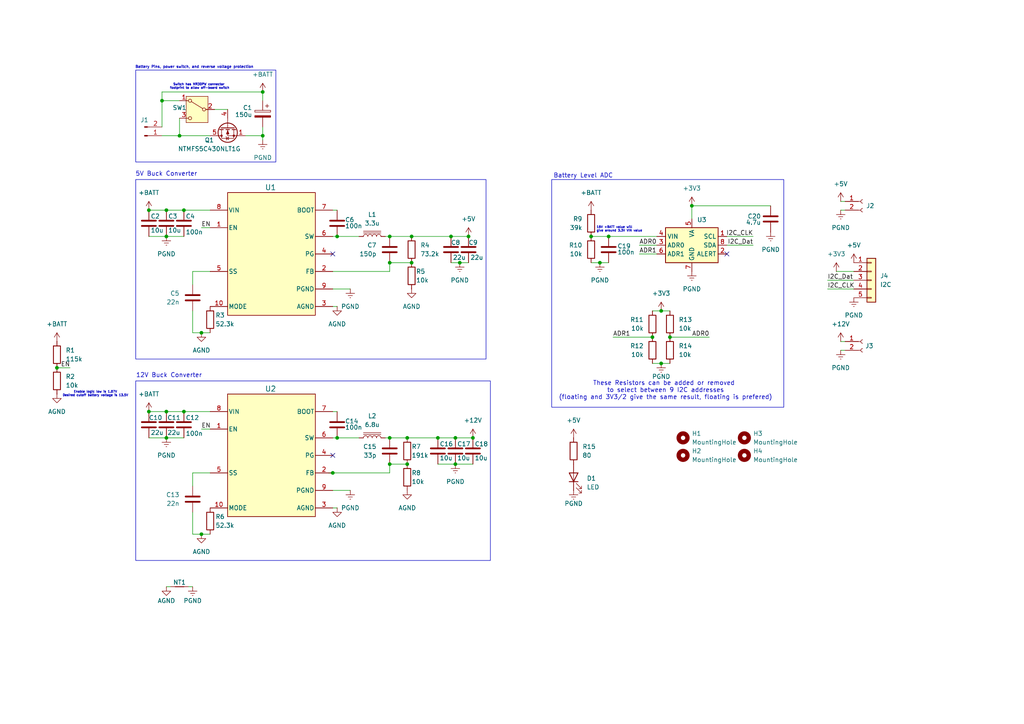
<source format=kicad_sch>
(kicad_sch
	(version 20250114)
	(generator "eeschema")
	(generator_version "9.0")
	(uuid "6c81df62-f6a4-49c0-94c7-8d27709f5562")
	(paper "A4")
	(lib_symbols
		(symbol "Analog_ADC:ADC081C021CIMM"
			(exclude_from_sim no)
			(in_bom yes)
			(on_board yes)
			(property "Reference" "U"
				(at 3.81 11.43 0)
				(effects
					(font
						(size 1.27 1.27)
					)
				)
			)
			(property "Value" "ADC081C021CIMM"
				(at 10.16 8.89 0)
				(effects
					(font
						(size 1.27 1.27)
					)
				)
			)
			(property "Footprint" "Package_SO:MSOP-8_3x3mm_P0.65mm"
				(at 20.32 -8.89 0)
				(effects
					(font
						(size 1.27 1.27)
					)
					(hide yes)
				)
			)
			(property "Datasheet" "http://www.ti.com/lit/ds/symlink/adc081c021.pdf"
				(at 0 2.54 0)
				(effects
					(font
						(size 1.27 1.27)
					)
					(hide yes)
				)
			)
			(property "Description" "I2C-Compatible, 8-Bit Analog-to-Digital Converter with Alert Function, MSOP-8"
				(at 0 0 0)
				(effects
					(font
						(size 1.27 1.27)
					)
					(hide yes)
				)
			)
			(property "ki_keywords" "ADC I2C 8-bit Alert"
				(at 0 0 0)
				(effects
					(font
						(size 1.27 1.27)
					)
					(hide yes)
				)
			)
			(property "ki_fp_filters" "MSOP*3x3mm*P0.65mm*"
				(at 0 0 0)
				(effects
					(font
						(size 1.27 1.27)
					)
					(hide yes)
				)
			)
			(symbol "ADC081C021CIMM_0_1"
				(rectangle
					(start -7.62 5.08)
					(end 7.62 -5.08)
					(stroke
						(width 0.254)
						(type default)
					)
					(fill
						(type background)
					)
				)
			)
			(symbol "ADC081C021CIMM_1_1"
				(pin input line
					(at -10.16 2.54 0)
					(length 2.54)
					(name "VIN"
						(effects
							(font
								(size 1.27 1.27)
							)
						)
					)
					(number "4"
						(effects
							(font
								(size 1.27 1.27)
							)
						)
					)
				)
				(pin input line
					(at -10.16 0 0)
					(length 2.54)
					(name "ADR0"
						(effects
							(font
								(size 1.27 1.27)
							)
						)
					)
					(number "3"
						(effects
							(font
								(size 1.27 1.27)
							)
						)
					)
				)
				(pin input line
					(at -10.16 -2.54 0)
					(length 2.54)
					(name "ADR1"
						(effects
							(font
								(size 1.27 1.27)
							)
						)
					)
					(number "6"
						(effects
							(font
								(size 1.27 1.27)
							)
						)
					)
				)
				(pin power_in line
					(at 0 7.62 270)
					(length 2.54)
					(name "VA"
						(effects
							(font
								(size 1.27 1.27)
							)
						)
					)
					(number "5"
						(effects
							(font
								(size 1.27 1.27)
							)
						)
					)
				)
				(pin power_in line
					(at 0 -7.62 90)
					(length 2.54)
					(name "GND"
						(effects
							(font
								(size 1.27 1.27)
							)
						)
					)
					(number "7"
						(effects
							(font
								(size 1.27 1.27)
							)
						)
					)
				)
				(pin input line
					(at 10.16 2.54 180)
					(length 2.54)
					(name "SCL"
						(effects
							(font
								(size 1.27 1.27)
							)
						)
					)
					(number "1"
						(effects
							(font
								(size 1.27 1.27)
							)
						)
					)
				)
				(pin bidirectional line
					(at 10.16 0 180)
					(length 2.54)
					(name "SDA"
						(effects
							(font
								(size 1.27 1.27)
							)
						)
					)
					(number "8"
						(effects
							(font
								(size 1.27 1.27)
							)
						)
					)
				)
				(pin open_collector line
					(at 10.16 -2.54 180)
					(length 2.54)
					(name "ALERT"
						(effects
							(font
								(size 1.27 1.27)
							)
						)
					)
					(number "2"
						(effects
							(font
								(size 1.27 1.27)
							)
						)
					)
				)
			)
			(embedded_fonts no)
		)
		(symbol "Connector:Conn_01x02_Pin"
			(pin_names
				(offset 1.016)
				(hide yes)
			)
			(exclude_from_sim no)
			(in_bom yes)
			(on_board yes)
			(property "Reference" "J"
				(at 0 2.54 0)
				(effects
					(font
						(size 1.27 1.27)
					)
				)
			)
			(property "Value" "Conn_01x02_Pin"
				(at 0 -5.08 0)
				(effects
					(font
						(size 1.27 1.27)
					)
				)
			)
			(property "Footprint" ""
				(at 0 0 0)
				(effects
					(font
						(size 1.27 1.27)
					)
					(hide yes)
				)
			)
			(property "Datasheet" "~"
				(at 0 0 0)
				(effects
					(font
						(size 1.27 1.27)
					)
					(hide yes)
				)
			)
			(property "Description" "Generic connector, single row, 01x02, script generated"
				(at 0 0 0)
				(effects
					(font
						(size 1.27 1.27)
					)
					(hide yes)
				)
			)
			(property "ki_locked" ""
				(at 0 0 0)
				(effects
					(font
						(size 1.27 1.27)
					)
				)
			)
			(property "ki_keywords" "connector"
				(at 0 0 0)
				(effects
					(font
						(size 1.27 1.27)
					)
					(hide yes)
				)
			)
			(property "ki_fp_filters" "Connector*:*_1x??_*"
				(at 0 0 0)
				(effects
					(font
						(size 1.27 1.27)
					)
					(hide yes)
				)
			)
			(symbol "Conn_01x02_Pin_1_1"
				(rectangle
					(start 0.8636 0.127)
					(end 0 -0.127)
					(stroke
						(width 0.1524)
						(type default)
					)
					(fill
						(type outline)
					)
				)
				(rectangle
					(start 0.8636 -2.413)
					(end 0 -2.667)
					(stroke
						(width 0.1524)
						(type default)
					)
					(fill
						(type outline)
					)
				)
				(polyline
					(pts
						(xy 1.27 0) (xy 0.8636 0)
					)
					(stroke
						(width 0.1524)
						(type default)
					)
					(fill
						(type none)
					)
				)
				(polyline
					(pts
						(xy 1.27 -2.54) (xy 0.8636 -2.54)
					)
					(stroke
						(width 0.1524)
						(type default)
					)
					(fill
						(type none)
					)
				)
				(pin passive line
					(at 5.08 0 180)
					(length 3.81)
					(name "Pin_1"
						(effects
							(font
								(size 1.27 1.27)
							)
						)
					)
					(number "1"
						(effects
							(font
								(size 1.27 1.27)
							)
						)
					)
				)
				(pin passive line
					(at 5.08 -2.54 180)
					(length 3.81)
					(name "Pin_2"
						(effects
							(font
								(size 1.27 1.27)
							)
						)
					)
					(number "2"
						(effects
							(font
								(size 1.27 1.27)
							)
						)
					)
				)
			)
			(embedded_fonts no)
		)
		(symbol "Connector:Conn_01x02_Socket"
			(pin_names
				(offset 1.016)
				(hide yes)
			)
			(exclude_from_sim no)
			(in_bom yes)
			(on_board yes)
			(property "Reference" "J"
				(at 0 2.54 0)
				(effects
					(font
						(size 1.27 1.27)
					)
				)
			)
			(property "Value" "Conn_01x02_Socket"
				(at 0 -5.08 0)
				(effects
					(font
						(size 1.27 1.27)
					)
				)
			)
			(property "Footprint" ""
				(at 0 0 0)
				(effects
					(font
						(size 1.27 1.27)
					)
					(hide yes)
				)
			)
			(property "Datasheet" "~"
				(at 0 0 0)
				(effects
					(font
						(size 1.27 1.27)
					)
					(hide yes)
				)
			)
			(property "Description" "Generic connector, single row, 01x02, script generated"
				(at 0 0 0)
				(effects
					(font
						(size 1.27 1.27)
					)
					(hide yes)
				)
			)
			(property "ki_locked" ""
				(at 0 0 0)
				(effects
					(font
						(size 1.27 1.27)
					)
				)
			)
			(property "ki_keywords" "connector"
				(at 0 0 0)
				(effects
					(font
						(size 1.27 1.27)
					)
					(hide yes)
				)
			)
			(property "ki_fp_filters" "Connector*:*_1x??_*"
				(at 0 0 0)
				(effects
					(font
						(size 1.27 1.27)
					)
					(hide yes)
				)
			)
			(symbol "Conn_01x02_Socket_1_1"
				(polyline
					(pts
						(xy -1.27 0) (xy -0.508 0)
					)
					(stroke
						(width 0.1524)
						(type default)
					)
					(fill
						(type none)
					)
				)
				(polyline
					(pts
						(xy -1.27 -2.54) (xy -0.508 -2.54)
					)
					(stroke
						(width 0.1524)
						(type default)
					)
					(fill
						(type none)
					)
				)
				(arc
					(start 0 -0.508)
					(mid -0.5058 0)
					(end 0 0.508)
					(stroke
						(width 0.1524)
						(type default)
					)
					(fill
						(type none)
					)
				)
				(arc
					(start 0 -3.048)
					(mid -0.5058 -2.54)
					(end 0 -2.032)
					(stroke
						(width 0.1524)
						(type default)
					)
					(fill
						(type none)
					)
				)
				(pin passive line
					(at -5.08 0 0)
					(length 3.81)
					(name "Pin_1"
						(effects
							(font
								(size 1.27 1.27)
							)
						)
					)
					(number "1"
						(effects
							(font
								(size 1.27 1.27)
							)
						)
					)
				)
				(pin passive line
					(at -5.08 -2.54 0)
					(length 3.81)
					(name "Pin_2"
						(effects
							(font
								(size 1.27 1.27)
							)
						)
					)
					(number "2"
						(effects
							(font
								(size 1.27 1.27)
							)
						)
					)
				)
			)
			(embedded_fonts no)
		)
		(symbol "Connector_Generic:Conn_01x05"
			(pin_names
				(offset 1.016)
				(hide yes)
			)
			(exclude_from_sim no)
			(in_bom yes)
			(on_board yes)
			(property "Reference" "J"
				(at 0 7.62 0)
				(effects
					(font
						(size 1.27 1.27)
					)
				)
			)
			(property "Value" "Conn_01x05"
				(at 0 -7.62 0)
				(effects
					(font
						(size 1.27 1.27)
					)
				)
			)
			(property "Footprint" ""
				(at 0 0 0)
				(effects
					(font
						(size 1.27 1.27)
					)
					(hide yes)
				)
			)
			(property "Datasheet" "~"
				(at 0 0 0)
				(effects
					(font
						(size 1.27 1.27)
					)
					(hide yes)
				)
			)
			(property "Description" "Generic connector, single row, 01x05, script generated (kicad-library-utils/schlib/autogen/connector/)"
				(at 0 0 0)
				(effects
					(font
						(size 1.27 1.27)
					)
					(hide yes)
				)
			)
			(property "ki_keywords" "connector"
				(at 0 0 0)
				(effects
					(font
						(size 1.27 1.27)
					)
					(hide yes)
				)
			)
			(property "ki_fp_filters" "Connector*:*_1x??_*"
				(at 0 0 0)
				(effects
					(font
						(size 1.27 1.27)
					)
					(hide yes)
				)
			)
			(symbol "Conn_01x05_1_1"
				(rectangle
					(start -1.27 6.35)
					(end 1.27 -6.35)
					(stroke
						(width 0.254)
						(type default)
					)
					(fill
						(type background)
					)
				)
				(rectangle
					(start -1.27 5.207)
					(end 0 4.953)
					(stroke
						(width 0.1524)
						(type default)
					)
					(fill
						(type none)
					)
				)
				(rectangle
					(start -1.27 2.667)
					(end 0 2.413)
					(stroke
						(width 0.1524)
						(type default)
					)
					(fill
						(type none)
					)
				)
				(rectangle
					(start -1.27 0.127)
					(end 0 -0.127)
					(stroke
						(width 0.1524)
						(type default)
					)
					(fill
						(type none)
					)
				)
				(rectangle
					(start -1.27 -2.413)
					(end 0 -2.667)
					(stroke
						(width 0.1524)
						(type default)
					)
					(fill
						(type none)
					)
				)
				(rectangle
					(start -1.27 -4.953)
					(end 0 -5.207)
					(stroke
						(width 0.1524)
						(type default)
					)
					(fill
						(type none)
					)
				)
				(pin passive line
					(at -5.08 5.08 0)
					(length 3.81)
					(name "Pin_1"
						(effects
							(font
								(size 1.27 1.27)
							)
						)
					)
					(number "1"
						(effects
							(font
								(size 1.27 1.27)
							)
						)
					)
				)
				(pin passive line
					(at -5.08 2.54 0)
					(length 3.81)
					(name "Pin_2"
						(effects
							(font
								(size 1.27 1.27)
							)
						)
					)
					(number "2"
						(effects
							(font
								(size 1.27 1.27)
							)
						)
					)
				)
				(pin passive line
					(at -5.08 0 0)
					(length 3.81)
					(name "Pin_3"
						(effects
							(font
								(size 1.27 1.27)
							)
						)
					)
					(number "3"
						(effects
							(font
								(size 1.27 1.27)
							)
						)
					)
				)
				(pin passive line
					(at -5.08 -2.54 0)
					(length 3.81)
					(name "Pin_4"
						(effects
							(font
								(size 1.27 1.27)
							)
						)
					)
					(number "4"
						(effects
							(font
								(size 1.27 1.27)
							)
						)
					)
				)
				(pin passive line
					(at -5.08 -5.08 0)
					(length 3.81)
					(name "Pin_5"
						(effects
							(font
								(size 1.27 1.27)
							)
						)
					)
					(number "5"
						(effects
							(font
								(size 1.27 1.27)
							)
						)
					)
				)
			)
			(embedded_fonts no)
		)
		(symbol "Device:C"
			(pin_numbers
				(hide yes)
			)
			(pin_names
				(offset 0.254)
			)
			(exclude_from_sim no)
			(in_bom yes)
			(on_board yes)
			(property "Reference" "C"
				(at 0.635 2.54 0)
				(effects
					(font
						(size 1.27 1.27)
					)
					(justify left)
				)
			)
			(property "Value" "C"
				(at 0.635 -2.54 0)
				(effects
					(font
						(size 1.27 1.27)
					)
					(justify left)
				)
			)
			(property "Footprint" ""
				(at 0.9652 -3.81 0)
				(effects
					(font
						(size 1.27 1.27)
					)
					(hide yes)
				)
			)
			(property "Datasheet" "~"
				(at 0 0 0)
				(effects
					(font
						(size 1.27 1.27)
					)
					(hide yes)
				)
			)
			(property "Description" "Unpolarized capacitor"
				(at 0 0 0)
				(effects
					(font
						(size 1.27 1.27)
					)
					(hide yes)
				)
			)
			(property "ki_keywords" "cap capacitor"
				(at 0 0 0)
				(effects
					(font
						(size 1.27 1.27)
					)
					(hide yes)
				)
			)
			(property "ki_fp_filters" "C_*"
				(at 0 0 0)
				(effects
					(font
						(size 1.27 1.27)
					)
					(hide yes)
				)
			)
			(symbol "C_0_1"
				(polyline
					(pts
						(xy -2.032 0.762) (xy 2.032 0.762)
					)
					(stroke
						(width 0.508)
						(type default)
					)
					(fill
						(type none)
					)
				)
				(polyline
					(pts
						(xy -2.032 -0.762) (xy 2.032 -0.762)
					)
					(stroke
						(width 0.508)
						(type default)
					)
					(fill
						(type none)
					)
				)
			)
			(symbol "C_1_1"
				(pin passive line
					(at 0 3.81 270)
					(length 2.794)
					(name "~"
						(effects
							(font
								(size 1.27 1.27)
							)
						)
					)
					(number "1"
						(effects
							(font
								(size 1.27 1.27)
							)
						)
					)
				)
				(pin passive line
					(at 0 -3.81 90)
					(length 2.794)
					(name "~"
						(effects
							(font
								(size 1.27 1.27)
							)
						)
					)
					(number "2"
						(effects
							(font
								(size 1.27 1.27)
							)
						)
					)
				)
			)
			(embedded_fonts no)
		)
		(symbol "Device:C_Polarized"
			(pin_numbers
				(hide yes)
			)
			(pin_names
				(offset 0.254)
			)
			(exclude_from_sim no)
			(in_bom yes)
			(on_board yes)
			(property "Reference" "C"
				(at 0.635 2.54 0)
				(effects
					(font
						(size 1.27 1.27)
					)
					(justify left)
				)
			)
			(property "Value" "C_Polarized"
				(at 0.635 -2.54 0)
				(effects
					(font
						(size 1.27 1.27)
					)
					(justify left)
				)
			)
			(property "Footprint" ""
				(at 0.9652 -3.81 0)
				(effects
					(font
						(size 1.27 1.27)
					)
					(hide yes)
				)
			)
			(property "Datasheet" "~"
				(at 0 0 0)
				(effects
					(font
						(size 1.27 1.27)
					)
					(hide yes)
				)
			)
			(property "Description" "Polarized capacitor"
				(at 0 0 0)
				(effects
					(font
						(size 1.27 1.27)
					)
					(hide yes)
				)
			)
			(property "ki_keywords" "cap capacitor"
				(at 0 0 0)
				(effects
					(font
						(size 1.27 1.27)
					)
					(hide yes)
				)
			)
			(property "ki_fp_filters" "CP_*"
				(at 0 0 0)
				(effects
					(font
						(size 1.27 1.27)
					)
					(hide yes)
				)
			)
			(symbol "C_Polarized_0_1"
				(rectangle
					(start -2.286 0.508)
					(end 2.286 1.016)
					(stroke
						(width 0)
						(type default)
					)
					(fill
						(type none)
					)
				)
				(polyline
					(pts
						(xy -1.778 2.286) (xy -0.762 2.286)
					)
					(stroke
						(width 0)
						(type default)
					)
					(fill
						(type none)
					)
				)
				(polyline
					(pts
						(xy -1.27 2.794) (xy -1.27 1.778)
					)
					(stroke
						(width 0)
						(type default)
					)
					(fill
						(type none)
					)
				)
				(rectangle
					(start 2.286 -0.508)
					(end -2.286 -1.016)
					(stroke
						(width 0)
						(type default)
					)
					(fill
						(type outline)
					)
				)
			)
			(symbol "C_Polarized_1_1"
				(pin passive line
					(at 0 3.81 270)
					(length 2.794)
					(name "~"
						(effects
							(font
								(size 1.27 1.27)
							)
						)
					)
					(number "1"
						(effects
							(font
								(size 1.27 1.27)
							)
						)
					)
				)
				(pin passive line
					(at 0 -3.81 90)
					(length 2.794)
					(name "~"
						(effects
							(font
								(size 1.27 1.27)
							)
						)
					)
					(number "2"
						(effects
							(font
								(size 1.27 1.27)
							)
						)
					)
				)
			)
			(embedded_fonts no)
		)
		(symbol "Device:LED"
			(pin_numbers
				(hide yes)
			)
			(pin_names
				(offset 1.016)
				(hide yes)
			)
			(exclude_from_sim no)
			(in_bom yes)
			(on_board yes)
			(property "Reference" "D"
				(at 0 2.54 0)
				(effects
					(font
						(size 1.27 1.27)
					)
				)
			)
			(property "Value" "LED"
				(at 0 -2.54 0)
				(effects
					(font
						(size 1.27 1.27)
					)
				)
			)
			(property "Footprint" ""
				(at 0 0 0)
				(effects
					(font
						(size 1.27 1.27)
					)
					(hide yes)
				)
			)
			(property "Datasheet" "~"
				(at 0 0 0)
				(effects
					(font
						(size 1.27 1.27)
					)
					(hide yes)
				)
			)
			(property "Description" "Light emitting diode"
				(at 0 0 0)
				(effects
					(font
						(size 1.27 1.27)
					)
					(hide yes)
				)
			)
			(property "Sim.Pins" "1=K 2=A"
				(at 0 0 0)
				(effects
					(font
						(size 1.27 1.27)
					)
					(hide yes)
				)
			)
			(property "ki_keywords" "LED diode"
				(at 0 0 0)
				(effects
					(font
						(size 1.27 1.27)
					)
					(hide yes)
				)
			)
			(property "ki_fp_filters" "LED* LED_SMD:* LED_THT:*"
				(at 0 0 0)
				(effects
					(font
						(size 1.27 1.27)
					)
					(hide yes)
				)
			)
			(symbol "LED_0_1"
				(polyline
					(pts
						(xy -3.048 -0.762) (xy -4.572 -2.286) (xy -3.81 -2.286) (xy -4.572 -2.286) (xy -4.572 -1.524)
					)
					(stroke
						(width 0)
						(type default)
					)
					(fill
						(type none)
					)
				)
				(polyline
					(pts
						(xy -1.778 -0.762) (xy -3.302 -2.286) (xy -2.54 -2.286) (xy -3.302 -2.286) (xy -3.302 -1.524)
					)
					(stroke
						(width 0)
						(type default)
					)
					(fill
						(type none)
					)
				)
				(polyline
					(pts
						(xy -1.27 0) (xy 1.27 0)
					)
					(stroke
						(width 0)
						(type default)
					)
					(fill
						(type none)
					)
				)
				(polyline
					(pts
						(xy -1.27 -1.27) (xy -1.27 1.27)
					)
					(stroke
						(width 0.254)
						(type default)
					)
					(fill
						(type none)
					)
				)
				(polyline
					(pts
						(xy 1.27 -1.27) (xy 1.27 1.27) (xy -1.27 0) (xy 1.27 -1.27)
					)
					(stroke
						(width 0.254)
						(type default)
					)
					(fill
						(type none)
					)
				)
			)
			(symbol "LED_1_1"
				(pin passive line
					(at -3.81 0 0)
					(length 2.54)
					(name "K"
						(effects
							(font
								(size 1.27 1.27)
							)
						)
					)
					(number "1"
						(effects
							(font
								(size 1.27 1.27)
							)
						)
					)
				)
				(pin passive line
					(at 3.81 0 180)
					(length 2.54)
					(name "A"
						(effects
							(font
								(size 1.27 1.27)
							)
						)
					)
					(number "2"
						(effects
							(font
								(size 1.27 1.27)
							)
						)
					)
				)
			)
			(embedded_fonts no)
		)
		(symbol "Device:L_Iron"
			(pin_numbers
				(hide yes)
			)
			(pin_names
				(offset 1.016)
				(hide yes)
			)
			(exclude_from_sim no)
			(in_bom yes)
			(on_board yes)
			(property "Reference" "L"
				(at -1.27 0 90)
				(effects
					(font
						(size 1.27 1.27)
					)
				)
			)
			(property "Value" "L_Iron"
				(at 2.794 0 90)
				(effects
					(font
						(size 1.27 1.27)
					)
				)
			)
			(property "Footprint" ""
				(at 0 0 0)
				(effects
					(font
						(size 1.27 1.27)
					)
					(hide yes)
				)
			)
			(property "Datasheet" "~"
				(at 0 0 0)
				(effects
					(font
						(size 1.27 1.27)
					)
					(hide yes)
				)
			)
			(property "Description" "Inductor with iron core"
				(at 0 0 0)
				(effects
					(font
						(size 1.27 1.27)
					)
					(hide yes)
				)
			)
			(property "ki_keywords" "inductor choke coil reactor magnetic"
				(at 0 0 0)
				(effects
					(font
						(size 1.27 1.27)
					)
					(hide yes)
				)
			)
			(property "ki_fp_filters" "Choke_* *Coil* Inductor_* L_*"
				(at 0 0 0)
				(effects
					(font
						(size 1.27 1.27)
					)
					(hide yes)
				)
			)
			(symbol "L_Iron_0_1"
				(arc
					(start 0 2.54)
					(mid 0.6323 1.905)
					(end 0 1.27)
					(stroke
						(width 0)
						(type default)
					)
					(fill
						(type none)
					)
				)
				(arc
					(start 0 1.27)
					(mid 0.6323 0.635)
					(end 0 0)
					(stroke
						(width 0)
						(type default)
					)
					(fill
						(type none)
					)
				)
				(arc
					(start 0 0)
					(mid 0.6323 -0.635)
					(end 0 -1.27)
					(stroke
						(width 0)
						(type default)
					)
					(fill
						(type none)
					)
				)
				(arc
					(start 0 -1.27)
					(mid 0.6323 -1.905)
					(end 0 -2.54)
					(stroke
						(width 0)
						(type default)
					)
					(fill
						(type none)
					)
				)
				(polyline
					(pts
						(xy 1.016 2.54) (xy 1.016 -2.54)
					)
					(stroke
						(width 0)
						(type default)
					)
					(fill
						(type none)
					)
				)
				(polyline
					(pts
						(xy 1.524 -2.54) (xy 1.524 2.54)
					)
					(stroke
						(width 0)
						(type default)
					)
					(fill
						(type none)
					)
				)
			)
			(symbol "L_Iron_1_1"
				(pin passive line
					(at 0 3.81 270)
					(length 1.27)
					(name "1"
						(effects
							(font
								(size 1.27 1.27)
							)
						)
					)
					(number "1"
						(effects
							(font
								(size 1.27 1.27)
							)
						)
					)
				)
				(pin passive line
					(at 0 -3.81 90)
					(length 1.27)
					(name "2"
						(effects
							(font
								(size 1.27 1.27)
							)
						)
					)
					(number "2"
						(effects
							(font
								(size 1.27 1.27)
							)
						)
					)
				)
			)
			(embedded_fonts no)
		)
		(symbol "Device:NetTie_2"
			(pin_numbers
				(hide yes)
			)
			(pin_names
				(offset 0)
				(hide yes)
			)
			(exclude_from_sim no)
			(in_bom no)
			(on_board yes)
			(property "Reference" "NT"
				(at 0 1.27 0)
				(effects
					(font
						(size 1.27 1.27)
					)
				)
			)
			(property "Value" "NetTie_2"
				(at 0 -1.27 0)
				(effects
					(font
						(size 1.27 1.27)
					)
				)
			)
			(property "Footprint" ""
				(at 0 0 0)
				(effects
					(font
						(size 1.27 1.27)
					)
					(hide yes)
				)
			)
			(property "Datasheet" "~"
				(at 0 0 0)
				(effects
					(font
						(size 1.27 1.27)
					)
					(hide yes)
				)
			)
			(property "Description" "Net tie, 2 pins"
				(at 0 0 0)
				(effects
					(font
						(size 1.27 1.27)
					)
					(hide yes)
				)
			)
			(property "ki_keywords" "net tie short"
				(at 0 0 0)
				(effects
					(font
						(size 1.27 1.27)
					)
					(hide yes)
				)
			)
			(property "ki_fp_filters" "Net*Tie*"
				(at 0 0 0)
				(effects
					(font
						(size 1.27 1.27)
					)
					(hide yes)
				)
			)
			(symbol "NetTie_2_0_1"
				(polyline
					(pts
						(xy -1.27 0) (xy 1.27 0)
					)
					(stroke
						(width 0.254)
						(type default)
					)
					(fill
						(type none)
					)
				)
			)
			(symbol "NetTie_2_1_1"
				(pin passive line
					(at -2.54 0 0)
					(length 2.54)
					(name "1"
						(effects
							(font
								(size 1.27 1.27)
							)
						)
					)
					(number "1"
						(effects
							(font
								(size 1.27 1.27)
							)
						)
					)
				)
				(pin passive line
					(at 2.54 0 180)
					(length 2.54)
					(name "2"
						(effects
							(font
								(size 1.27 1.27)
							)
						)
					)
					(number "2"
						(effects
							(font
								(size 1.27 1.27)
							)
						)
					)
				)
			)
			(embedded_fonts no)
		)
		(symbol "Device:R"
			(pin_numbers
				(hide yes)
			)
			(pin_names
				(offset 0)
			)
			(exclude_from_sim no)
			(in_bom yes)
			(on_board yes)
			(property "Reference" "R"
				(at 2.032 0 90)
				(effects
					(font
						(size 1.27 1.27)
					)
				)
			)
			(property "Value" "R"
				(at 0 0 90)
				(effects
					(font
						(size 1.27 1.27)
					)
				)
			)
			(property "Footprint" ""
				(at -1.778 0 90)
				(effects
					(font
						(size 1.27 1.27)
					)
					(hide yes)
				)
			)
			(property "Datasheet" "~"
				(at 0 0 0)
				(effects
					(font
						(size 1.27 1.27)
					)
					(hide yes)
				)
			)
			(property "Description" "Resistor"
				(at 0 0 0)
				(effects
					(font
						(size 1.27 1.27)
					)
					(hide yes)
				)
			)
			(property "ki_keywords" "R res resistor"
				(at 0 0 0)
				(effects
					(font
						(size 1.27 1.27)
					)
					(hide yes)
				)
			)
			(property "ki_fp_filters" "R_*"
				(at 0 0 0)
				(effects
					(font
						(size 1.27 1.27)
					)
					(hide yes)
				)
			)
			(symbol "R_0_1"
				(rectangle
					(start -1.016 -2.54)
					(end 1.016 2.54)
					(stroke
						(width 0.254)
						(type default)
					)
					(fill
						(type none)
					)
				)
			)
			(symbol "R_1_1"
				(pin passive line
					(at 0 3.81 270)
					(length 1.27)
					(name "~"
						(effects
							(font
								(size 1.27 1.27)
							)
						)
					)
					(number "1"
						(effects
							(font
								(size 1.27 1.27)
							)
						)
					)
				)
				(pin passive line
					(at 0 -3.81 90)
					(length 1.27)
					(name "~"
						(effects
							(font
								(size 1.27 1.27)
							)
						)
					)
					(number "2"
						(effects
							(font
								(size 1.27 1.27)
							)
						)
					)
				)
			)
			(embedded_fonts no)
		)
		(symbol "Mechanical:MountingHole"
			(pin_names
				(offset 1.016)
			)
			(exclude_from_sim no)
			(in_bom no)
			(on_board yes)
			(property "Reference" "H"
				(at 0 5.08 0)
				(effects
					(font
						(size 1.27 1.27)
					)
				)
			)
			(property "Value" "MountingHole"
				(at 0 3.175 0)
				(effects
					(font
						(size 1.27 1.27)
					)
				)
			)
			(property "Footprint" ""
				(at 0 0 0)
				(effects
					(font
						(size 1.27 1.27)
					)
					(hide yes)
				)
			)
			(property "Datasheet" "~"
				(at 0 0 0)
				(effects
					(font
						(size 1.27 1.27)
					)
					(hide yes)
				)
			)
			(property "Description" "Mounting Hole without connection"
				(at 0 0 0)
				(effects
					(font
						(size 1.27 1.27)
					)
					(hide yes)
				)
			)
			(property "ki_keywords" "mounting hole"
				(at 0 0 0)
				(effects
					(font
						(size 1.27 1.27)
					)
					(hide yes)
				)
			)
			(property "ki_fp_filters" "MountingHole*"
				(at 0 0 0)
				(effects
					(font
						(size 1.27 1.27)
					)
					(hide yes)
				)
			)
			(symbol "MountingHole_0_1"
				(circle
					(center 0 0)
					(radius 1.27)
					(stroke
						(width 1.27)
						(type default)
					)
					(fill
						(type none)
					)
				)
			)
			(embedded_fonts no)
		)
		(symbol "Switch:SW_SPDT"
			(pin_names
				(offset 0)
				(hide yes)
			)
			(exclude_from_sim no)
			(in_bom yes)
			(on_board yes)
			(property "Reference" "SW"
				(at 0 5.08 0)
				(effects
					(font
						(size 1.27 1.27)
					)
				)
			)
			(property "Value" "SW_SPDT"
				(at 0 -5.08 0)
				(effects
					(font
						(size 1.27 1.27)
					)
				)
			)
			(property "Footprint" ""
				(at 0 0 0)
				(effects
					(font
						(size 1.27 1.27)
					)
					(hide yes)
				)
			)
			(property "Datasheet" "~"
				(at 0 -7.62 0)
				(effects
					(font
						(size 1.27 1.27)
					)
					(hide yes)
				)
			)
			(property "Description" "Switch, single pole double throw"
				(at 0 0 0)
				(effects
					(font
						(size 1.27 1.27)
					)
					(hide yes)
				)
			)
			(property "ki_keywords" "switch single-pole double-throw spdt ON-ON"
				(at 0 0 0)
				(effects
					(font
						(size 1.27 1.27)
					)
					(hide yes)
				)
			)
			(symbol "SW_SPDT_0_1"
				(circle
					(center -2.032 0)
					(radius 0.4572)
					(stroke
						(width 0)
						(type default)
					)
					(fill
						(type none)
					)
				)
				(polyline
					(pts
						(xy -1.651 0.254) (xy 1.651 2.286)
					)
					(stroke
						(width 0)
						(type default)
					)
					(fill
						(type none)
					)
				)
				(circle
					(center 2.032 2.54)
					(radius 0.4572)
					(stroke
						(width 0)
						(type default)
					)
					(fill
						(type none)
					)
				)
				(circle
					(center 2.032 -2.54)
					(radius 0.4572)
					(stroke
						(width 0)
						(type default)
					)
					(fill
						(type none)
					)
				)
			)
			(symbol "SW_SPDT_1_1"
				(rectangle
					(start -3.175 3.81)
					(end 3.175 -3.81)
					(stroke
						(width 0)
						(type default)
					)
					(fill
						(type background)
					)
				)
				(pin passive line
					(at -5.08 0 0)
					(length 2.54)
					(name "B"
						(effects
							(font
								(size 1.27 1.27)
							)
						)
					)
					(number "2"
						(effects
							(font
								(size 1.27 1.27)
							)
						)
					)
				)
				(pin passive line
					(at 5.08 2.54 180)
					(length 2.54)
					(name "A"
						(effects
							(font
								(size 1.27 1.27)
							)
						)
					)
					(number "1"
						(effects
							(font
								(size 1.27 1.27)
							)
						)
					)
				)
				(pin passive line
					(at 5.08 -2.54 180)
					(length 2.54)
					(name "C"
						(effects
							(font
								(size 1.27 1.27)
							)
						)
					)
					(number "3"
						(effects
							(font
								(size 1.27 1.27)
							)
						)
					)
				)
			)
			(embedded_fonts no)
		)
		(symbol "TPS56A37RPAR:TPS56A37RPAR"
			(pin_names
				(offset 0.254)
			)
			(exclude_from_sim no)
			(in_bom yes)
			(on_board yes)
			(property "Reference" "U"
				(at 0 2.54 0)
				(effects
					(font
						(size 1.524 1.524)
					)
				)
			)
			(property "Value" "TPS56A37RPAR"
				(at 0 0 0)
				(effects
					(font
						(size 1.524 1.524)
					)
				)
			)
			(property "Footprint" "RPA0010A-MFG"
				(at 0 0 0)
				(effects
					(font
						(size 1.27 1.27)
						(italic yes)
					)
					(hide yes)
				)
			)
			(property "Datasheet" "https://www.ti.com/lit/gpn/tps56a37"
				(at 0 0 0)
				(effects
					(font
						(size 1.27 1.27)
						(italic yes)
					)
					(hide yes)
				)
			)
			(property "Description" ""
				(at 0 0 0)
				(effects
					(font
						(size 1.27 1.27)
					)
					(hide yes)
				)
			)
			(property "ki_locked" ""
				(at 0 0 0)
				(effects
					(font
						(size 1.27 1.27)
					)
				)
			)
			(property "ki_keywords" "TPS56A37RPAR"
				(at 0 0 0)
				(effects
					(font
						(size 1.27 1.27)
					)
					(hide yes)
				)
			)
			(property "ki_fp_filters" "RPA0010A-MFG"
				(at 0 0 0)
				(effects
					(font
						(size 1.27 1.27)
					)
					(hide yes)
				)
			)
			(symbol "TPS56A37RPAR_0_1"
				(polyline
					(pts
						(xy 5.08 5.08) (xy 5.08 -30.48)
					)
					(stroke
						(width 0.2032)
						(type default)
					)
					(fill
						(type none)
					)
				)
				(polyline
					(pts
						(xy 5.08 -30.48) (xy 30.48 -30.48)
					)
					(stroke
						(width 0.2032)
						(type default)
					)
					(fill
						(type none)
					)
				)
				(polyline
					(pts
						(xy 30.48 5.08) (xy 5.08 5.08)
					)
					(stroke
						(width 0.2032)
						(type default)
					)
					(fill
						(type none)
					)
				)
				(polyline
					(pts
						(xy 30.48 -30.48) (xy 30.48 5.08)
					)
					(stroke
						(width 0.2032)
						(type default)
					)
					(fill
						(type none)
					)
				)
				(pin power_in line
					(at 0 0 0)
					(length 5.08)
					(name "VIN"
						(effects
							(font
								(size 1.27 1.27)
							)
						)
					)
					(number "8"
						(effects
							(font
								(size 1.27 1.27)
							)
						)
					)
				)
				(pin input line
					(at 0 -5.08 0)
					(length 5.08)
					(name "EN"
						(effects
							(font
								(size 1.27 1.27)
							)
						)
					)
					(number "1"
						(effects
							(font
								(size 1.27 1.27)
							)
						)
					)
				)
				(pin unspecified line
					(at 0 -17.78 0)
					(length 5.08)
					(name "SS"
						(effects
							(font
								(size 1.27 1.27)
							)
						)
					)
					(number "5"
						(effects
							(font
								(size 1.27 1.27)
							)
						)
					)
				)
				(pin unspecified line
					(at 0 -27.94 0)
					(length 5.08)
					(name "MODE"
						(effects
							(font
								(size 1.27 1.27)
							)
						)
					)
					(number "10"
						(effects
							(font
								(size 1.27 1.27)
							)
						)
					)
				)
				(pin unspecified line
					(at 35.56 0 180)
					(length 5.08)
					(name "BOOT"
						(effects
							(font
								(size 1.27 1.27)
							)
						)
					)
					(number "7"
						(effects
							(font
								(size 1.27 1.27)
							)
						)
					)
				)
				(pin unspecified line
					(at 35.56 -7.62 180)
					(length 5.08)
					(name "SW"
						(effects
							(font
								(size 1.27 1.27)
							)
						)
					)
					(number "6"
						(effects
							(font
								(size 1.27 1.27)
							)
						)
					)
				)
				(pin open_collector line
					(at 35.56 -12.7 180)
					(length 5.08)
					(name "PG"
						(effects
							(font
								(size 1.27 1.27)
							)
						)
					)
					(number "4"
						(effects
							(font
								(size 1.27 1.27)
							)
						)
					)
				)
				(pin unspecified line
					(at 35.56 -17.78 180)
					(length 5.08)
					(name "FB"
						(effects
							(font
								(size 1.27 1.27)
							)
						)
					)
					(number "2"
						(effects
							(font
								(size 1.27 1.27)
							)
						)
					)
				)
				(pin power_in line
					(at 35.56 -22.86 180)
					(length 5.08)
					(name "PGND"
						(effects
							(font
								(size 1.27 1.27)
							)
						)
					)
					(number "9"
						(effects
							(font
								(size 1.27 1.27)
							)
						)
					)
				)
				(pin power_in line
					(at 35.56 -27.94 180)
					(length 5.08)
					(name "AGND"
						(effects
							(font
								(size 1.27 1.27)
							)
						)
					)
					(number "3"
						(effects
							(font
								(size 1.27 1.27)
							)
						)
					)
				)
			)
			(symbol "TPS56A37RPAR_1_1"
				(rectangle
					(start 5.08 5.08)
					(end 30.48 -30.48)
					(stroke
						(width 0)
						(type solid)
					)
					(fill
						(type color)
						(color 255 255 194 1)
					)
				)
			)
			(embedded_fonts no)
		)
		(symbol "Transistor_FET:NTMFS016N06CT1G"
			(pin_names
				(hide yes)
			)
			(exclude_from_sim no)
			(in_bom yes)
			(on_board yes)
			(property "Reference" "Q"
				(at 5.08 1.905 0)
				(effects
					(font
						(size 1.27 1.27)
					)
					(justify left)
				)
			)
			(property "Value" "NTMFS016N06CT1G"
				(at 5.08 0 0)
				(effects
					(font
						(size 1.27 1.27)
					)
					(justify left)
				)
			)
			(property "Footprint" "Package_SO:ONSemi_SO-8FL_488AA"
				(at 5.08 -1.905 0)
				(effects
					(font
						(size 1.27 1.27)
						(italic yes)
					)
					(justify left)
					(hide yes)
				)
			)
			(property "Datasheet" "https://www.onsemi.com/download/data-sheet/pdf/NTMFS016N06C-D.pdf"
				(at 5.08 -3.81 0)
				(effects
					(font
						(size 1.27 1.27)
					)
					(justify left)
					(hide yes)
				)
			)
			(property "Description" "33A Id, 60V Vds, N-Channel Power MOSFET, 15.6mOhm Ron, -55 to 175 °C, SO-8FL"
				(at 0 0 0)
				(effects
					(font
						(size 1.27 1.27)
					)
					(hide yes)
				)
			)
			(property "ki_keywords" "transistor NMOS N-MOS N-MOSFET"
				(at 0 0 0)
				(effects
					(font
						(size 1.27 1.27)
					)
					(hide yes)
				)
			)
			(property "ki_fp_filters" "ONSemi_SO*8FL_488AA*"
				(at 0 0 0)
				(effects
					(font
						(size 1.27 1.27)
					)
					(hide yes)
				)
			)
			(symbol "NTMFS016N06CT1G_0_1"
				(polyline
					(pts
						(xy 0.254 1.905) (xy 0.254 -1.905)
					)
					(stroke
						(width 0.254)
						(type default)
					)
					(fill
						(type none)
					)
				)
				(polyline
					(pts
						(xy 0.254 0) (xy -2.54 0)
					)
					(stroke
						(width 0)
						(type default)
					)
					(fill
						(type none)
					)
				)
				(polyline
					(pts
						(xy 0.762 2.286) (xy 0.762 1.27)
					)
					(stroke
						(width 0.254)
						(type default)
					)
					(fill
						(type none)
					)
				)
				(polyline
					(pts
						(xy 0.762 0.508) (xy 0.762 -0.508)
					)
					(stroke
						(width 0.254)
						(type default)
					)
					(fill
						(type none)
					)
				)
				(polyline
					(pts
						(xy 0.762 -1.27) (xy 0.762 -2.286)
					)
					(stroke
						(width 0.254)
						(type default)
					)
					(fill
						(type none)
					)
				)
				(polyline
					(pts
						(xy 0.762 -1.778) (xy 3.302 -1.778) (xy 3.302 1.778) (xy 0.762 1.778)
					)
					(stroke
						(width 0)
						(type default)
					)
					(fill
						(type none)
					)
				)
				(polyline
					(pts
						(xy 1.016 0) (xy 2.032 0.381) (xy 2.032 -0.381) (xy 1.016 0)
					)
					(stroke
						(width 0)
						(type default)
					)
					(fill
						(type outline)
					)
				)
				(circle
					(center 1.651 0)
					(radius 2.794)
					(stroke
						(width 0.254)
						(type default)
					)
					(fill
						(type none)
					)
				)
				(polyline
					(pts
						(xy 2.54 2.54) (xy 2.54 1.778)
					)
					(stroke
						(width 0)
						(type default)
					)
					(fill
						(type none)
					)
				)
				(circle
					(center 2.54 1.778)
					(radius 0.254)
					(stroke
						(width 0)
						(type default)
					)
					(fill
						(type outline)
					)
				)
				(circle
					(center 2.54 -1.778)
					(radius 0.254)
					(stroke
						(width 0)
						(type default)
					)
					(fill
						(type outline)
					)
				)
				(polyline
					(pts
						(xy 2.54 -2.54) (xy 2.54 0) (xy 0.762 0)
					)
					(stroke
						(width 0)
						(type default)
					)
					(fill
						(type none)
					)
				)
				(polyline
					(pts
						(xy 2.794 0.508) (xy 2.921 0.381) (xy 3.683 0.381) (xy 3.81 0.254)
					)
					(stroke
						(width 0)
						(type default)
					)
					(fill
						(type none)
					)
				)
				(polyline
					(pts
						(xy 3.302 0.381) (xy 2.921 -0.254) (xy 3.683 -0.254) (xy 3.302 0.381)
					)
					(stroke
						(width 0)
						(type default)
					)
					(fill
						(type none)
					)
				)
			)
			(symbol "NTMFS016N06CT1G_1_1"
				(pin passive line
					(at -5.08 0 0)
					(length 2.54)
					(name "G"
						(effects
							(font
								(size 1.27 1.27)
							)
						)
					)
					(number "4"
						(effects
							(font
								(size 1.27 1.27)
							)
						)
					)
				)
				(pin passive line
					(at 2.54 5.08 270)
					(length 2.54)
					(name "D"
						(effects
							(font
								(size 1.27 1.27)
							)
						)
					)
					(number "5"
						(effects
							(font
								(size 1.27 1.27)
							)
						)
					)
				)
				(pin passive line
					(at 2.54 -5.08 90)
					(length 2.54)
					(name "S"
						(effects
							(font
								(size 1.27 1.27)
							)
						)
					)
					(number "1"
						(effects
							(font
								(size 1.27 1.27)
							)
						)
					)
				)
				(pin passive line
					(at 2.54 -5.08 90)
					(length 2.54)
					(hide yes)
					(name "S"
						(effects
							(font
								(size 1.27 1.27)
							)
						)
					)
					(number "2"
						(effects
							(font
								(size 1.27 1.27)
							)
						)
					)
				)
				(pin passive line
					(at 2.54 -5.08 90)
					(length 2.54)
					(hide yes)
					(name "S"
						(effects
							(font
								(size 1.27 1.27)
							)
						)
					)
					(number "3"
						(effects
							(font
								(size 1.27 1.27)
							)
						)
					)
				)
			)
			(embedded_fonts no)
		)
		(symbol "power:+12V"
			(power)
			(pin_numbers
				(hide yes)
			)
			(pin_names
				(offset 0)
				(hide yes)
			)
			(exclude_from_sim no)
			(in_bom yes)
			(on_board yes)
			(property "Reference" "#PWR"
				(at 0 -3.81 0)
				(effects
					(font
						(size 1.27 1.27)
					)
					(hide yes)
				)
			)
			(property "Value" "+12V"
				(at 0 3.556 0)
				(effects
					(font
						(size 1.27 1.27)
					)
				)
			)
			(property "Footprint" ""
				(at 0 0 0)
				(effects
					(font
						(size 1.27 1.27)
					)
					(hide yes)
				)
			)
			(property "Datasheet" ""
				(at 0 0 0)
				(effects
					(font
						(size 1.27 1.27)
					)
					(hide yes)
				)
			)
			(property "Description" "Power symbol creates a global label with name \"+12V\""
				(at 0 0 0)
				(effects
					(font
						(size 1.27 1.27)
					)
					(hide yes)
				)
			)
			(property "ki_keywords" "global power"
				(at 0 0 0)
				(effects
					(font
						(size 1.27 1.27)
					)
					(hide yes)
				)
			)
			(symbol "+12V_0_1"
				(polyline
					(pts
						(xy -0.762 1.27) (xy 0 2.54)
					)
					(stroke
						(width 0)
						(type default)
					)
					(fill
						(type none)
					)
				)
				(polyline
					(pts
						(xy 0 2.54) (xy 0.762 1.27)
					)
					(stroke
						(width 0)
						(type default)
					)
					(fill
						(type none)
					)
				)
				(polyline
					(pts
						(xy 0 0) (xy 0 2.54)
					)
					(stroke
						(width 0)
						(type default)
					)
					(fill
						(type none)
					)
				)
			)
			(symbol "+12V_1_1"
				(pin power_in line
					(at 0 0 90)
					(length 0)
					(name "~"
						(effects
							(font
								(size 1.27 1.27)
							)
						)
					)
					(number "1"
						(effects
							(font
								(size 1.27 1.27)
							)
						)
					)
				)
			)
			(embedded_fonts no)
		)
		(symbol "power:+3V3"
			(power)
			(pin_numbers
				(hide yes)
			)
			(pin_names
				(offset 0)
				(hide yes)
			)
			(exclude_from_sim no)
			(in_bom yes)
			(on_board yes)
			(property "Reference" "#PWR"
				(at 0 -3.81 0)
				(effects
					(font
						(size 1.27 1.27)
					)
					(hide yes)
				)
			)
			(property "Value" "+3V3"
				(at 0 3.556 0)
				(effects
					(font
						(size 1.27 1.27)
					)
				)
			)
			(property "Footprint" ""
				(at 0 0 0)
				(effects
					(font
						(size 1.27 1.27)
					)
					(hide yes)
				)
			)
			(property "Datasheet" ""
				(at 0 0 0)
				(effects
					(font
						(size 1.27 1.27)
					)
					(hide yes)
				)
			)
			(property "Description" "Power symbol creates a global label with name \"+3V3\""
				(at 0 0 0)
				(effects
					(font
						(size 1.27 1.27)
					)
					(hide yes)
				)
			)
			(property "ki_keywords" "global power"
				(at 0 0 0)
				(effects
					(font
						(size 1.27 1.27)
					)
					(hide yes)
				)
			)
			(symbol "+3V3_0_1"
				(polyline
					(pts
						(xy -0.762 1.27) (xy 0 2.54)
					)
					(stroke
						(width 0)
						(type default)
					)
					(fill
						(type none)
					)
				)
				(polyline
					(pts
						(xy 0 2.54) (xy 0.762 1.27)
					)
					(stroke
						(width 0)
						(type default)
					)
					(fill
						(type none)
					)
				)
				(polyline
					(pts
						(xy 0 0) (xy 0 2.54)
					)
					(stroke
						(width 0)
						(type default)
					)
					(fill
						(type none)
					)
				)
			)
			(symbol "+3V3_1_1"
				(pin power_in line
					(at 0 0 90)
					(length 0)
					(name "~"
						(effects
							(font
								(size 1.27 1.27)
							)
						)
					)
					(number "1"
						(effects
							(font
								(size 1.27 1.27)
							)
						)
					)
				)
			)
			(embedded_fonts no)
		)
		(symbol "power:+5V"
			(power)
			(pin_numbers
				(hide yes)
			)
			(pin_names
				(offset 0)
				(hide yes)
			)
			(exclude_from_sim no)
			(in_bom yes)
			(on_board yes)
			(property "Reference" "#PWR"
				(at 0 -3.81 0)
				(effects
					(font
						(size 1.27 1.27)
					)
					(hide yes)
				)
			)
			(property "Value" "+5V"
				(at 0 3.556 0)
				(effects
					(font
						(size 1.27 1.27)
					)
				)
			)
			(property "Footprint" ""
				(at 0 0 0)
				(effects
					(font
						(size 1.27 1.27)
					)
					(hide yes)
				)
			)
			(property "Datasheet" ""
				(at 0 0 0)
				(effects
					(font
						(size 1.27 1.27)
					)
					(hide yes)
				)
			)
			(property "Description" "Power symbol creates a global label with name \"+5V\""
				(at 0 0 0)
				(effects
					(font
						(size 1.27 1.27)
					)
					(hide yes)
				)
			)
			(property "ki_keywords" "global power"
				(at 0 0 0)
				(effects
					(font
						(size 1.27 1.27)
					)
					(hide yes)
				)
			)
			(symbol "+5V_0_1"
				(polyline
					(pts
						(xy -0.762 1.27) (xy 0 2.54)
					)
					(stroke
						(width 0)
						(type default)
					)
					(fill
						(type none)
					)
				)
				(polyline
					(pts
						(xy 0 2.54) (xy 0.762 1.27)
					)
					(stroke
						(width 0)
						(type default)
					)
					(fill
						(type none)
					)
				)
				(polyline
					(pts
						(xy 0 0) (xy 0 2.54)
					)
					(stroke
						(width 0)
						(type default)
					)
					(fill
						(type none)
					)
				)
			)
			(symbol "+5V_1_1"
				(pin power_in line
					(at 0 0 90)
					(length 0)
					(name "~"
						(effects
							(font
								(size 1.27 1.27)
							)
						)
					)
					(number "1"
						(effects
							(font
								(size 1.27 1.27)
							)
						)
					)
				)
			)
			(embedded_fonts no)
		)
		(symbol "power:+BATT"
			(power)
			(pin_numbers
				(hide yes)
			)
			(pin_names
				(offset 0)
				(hide yes)
			)
			(exclude_from_sim no)
			(in_bom yes)
			(on_board yes)
			(property "Reference" "#PWR"
				(at 0 -3.81 0)
				(effects
					(font
						(size 1.27 1.27)
					)
					(hide yes)
				)
			)
			(property "Value" "+BATT"
				(at 0 3.556 0)
				(effects
					(font
						(size 1.27 1.27)
					)
				)
			)
			(property "Footprint" ""
				(at 0 0 0)
				(effects
					(font
						(size 1.27 1.27)
					)
					(hide yes)
				)
			)
			(property "Datasheet" ""
				(at 0 0 0)
				(effects
					(font
						(size 1.27 1.27)
					)
					(hide yes)
				)
			)
			(property "Description" "Power symbol creates a global label with name \"+BATT\""
				(at 0 0 0)
				(effects
					(font
						(size 1.27 1.27)
					)
					(hide yes)
				)
			)
			(property "ki_keywords" "global power battery"
				(at 0 0 0)
				(effects
					(font
						(size 1.27 1.27)
					)
					(hide yes)
				)
			)
			(symbol "+BATT_0_1"
				(polyline
					(pts
						(xy -0.762 1.27) (xy 0 2.54)
					)
					(stroke
						(width 0)
						(type default)
					)
					(fill
						(type none)
					)
				)
				(polyline
					(pts
						(xy 0 2.54) (xy 0.762 1.27)
					)
					(stroke
						(width 0)
						(type default)
					)
					(fill
						(type none)
					)
				)
				(polyline
					(pts
						(xy 0 0) (xy 0 2.54)
					)
					(stroke
						(width 0)
						(type default)
					)
					(fill
						(type none)
					)
				)
			)
			(symbol "+BATT_1_1"
				(pin power_in line
					(at 0 0 90)
					(length 0)
					(name "~"
						(effects
							(font
								(size 1.27 1.27)
							)
						)
					)
					(number "1"
						(effects
							(font
								(size 1.27 1.27)
							)
						)
					)
				)
			)
			(embedded_fonts no)
		)
		(symbol "power:Earth"
			(power)
			(pin_numbers
				(hide yes)
			)
			(pin_names
				(offset 0)
				(hide yes)
			)
			(exclude_from_sim no)
			(in_bom yes)
			(on_board yes)
			(property "Reference" "#PWR"
				(at 0 -6.35 0)
				(effects
					(font
						(size 1.27 1.27)
					)
					(hide yes)
				)
			)
			(property "Value" "Earth"
				(at 0 -3.81 0)
				(effects
					(font
						(size 1.27 1.27)
					)
				)
			)
			(property "Footprint" ""
				(at 0 0 0)
				(effects
					(font
						(size 1.27 1.27)
					)
					(hide yes)
				)
			)
			(property "Datasheet" "~"
				(at 0 0 0)
				(effects
					(font
						(size 1.27 1.27)
					)
					(hide yes)
				)
			)
			(property "Description" "Power symbol creates a global label with name \"Earth\""
				(at 0 0 0)
				(effects
					(font
						(size 1.27 1.27)
					)
					(hide yes)
				)
			)
			(property "ki_keywords" "global ground gnd"
				(at 0 0 0)
				(effects
					(font
						(size 1.27 1.27)
					)
					(hide yes)
				)
			)
			(symbol "Earth_0_1"
				(polyline
					(pts
						(xy -0.635 -1.905) (xy 0.635 -1.905)
					)
					(stroke
						(width 0)
						(type default)
					)
					(fill
						(type none)
					)
				)
				(polyline
					(pts
						(xy -0.127 -2.54) (xy 0.127 -2.54)
					)
					(stroke
						(width 0)
						(type default)
					)
					(fill
						(type none)
					)
				)
				(polyline
					(pts
						(xy 0 -1.27) (xy 0 0)
					)
					(stroke
						(width 0)
						(type default)
					)
					(fill
						(type none)
					)
				)
				(polyline
					(pts
						(xy 1.27 -1.27) (xy -1.27 -1.27)
					)
					(stroke
						(width 0)
						(type default)
					)
					(fill
						(type none)
					)
				)
			)
			(symbol "Earth_1_1"
				(pin power_in line
					(at 0 0 270)
					(length 0)
					(name "~"
						(effects
							(font
								(size 1.27 1.27)
							)
						)
					)
					(number "1"
						(effects
							(font
								(size 1.27 1.27)
							)
						)
					)
				)
			)
			(embedded_fonts no)
		)
		(symbol "power:GND"
			(power)
			(pin_numbers
				(hide yes)
			)
			(pin_names
				(offset 0)
				(hide yes)
			)
			(exclude_from_sim no)
			(in_bom yes)
			(on_board yes)
			(property "Reference" "#PWR"
				(at 0 -6.35 0)
				(effects
					(font
						(size 1.27 1.27)
					)
					(hide yes)
				)
			)
			(property "Value" "GND"
				(at 0 -3.81 0)
				(effects
					(font
						(size 1.27 1.27)
					)
				)
			)
			(property "Footprint" ""
				(at 0 0 0)
				(effects
					(font
						(size 1.27 1.27)
					)
					(hide yes)
				)
			)
			(property "Datasheet" ""
				(at 0 0 0)
				(effects
					(font
						(size 1.27 1.27)
					)
					(hide yes)
				)
			)
			(property "Description" "Power symbol creates a global label with name \"GND\" , ground"
				(at 0 0 0)
				(effects
					(font
						(size 1.27 1.27)
					)
					(hide yes)
				)
			)
			(property "ki_keywords" "global power"
				(at 0 0 0)
				(effects
					(font
						(size 1.27 1.27)
					)
					(hide yes)
				)
			)
			(symbol "GND_0_1"
				(polyline
					(pts
						(xy 0 0) (xy 0 -1.27) (xy 1.27 -1.27) (xy 0 -2.54) (xy -1.27 -1.27) (xy 0 -1.27)
					)
					(stroke
						(width 0)
						(type default)
					)
					(fill
						(type none)
					)
				)
			)
			(symbol "GND_1_1"
				(pin power_in line
					(at 0 0 270)
					(length 0)
					(name "~"
						(effects
							(font
								(size 1.27 1.27)
							)
						)
					)
					(number "1"
						(effects
							(font
								(size 1.27 1.27)
							)
						)
					)
				)
			)
			(embedded_fonts no)
		)
	)
	(rectangle
		(start 39.37 20.32)
		(end 80.01 46.99)
		(stroke
			(width 0)
			(type default)
		)
		(fill
			(type none)
		)
		(uuid 5582fe01-2d45-43a5-b8d5-7fca2f2f2a8f)
	)
	(rectangle
		(start 39.37 52.07)
		(end 140.97 104.14)
		(stroke
			(width 0)
			(type default)
		)
		(fill
			(type none)
		)
		(uuid de88fea0-89aa-4cd6-b87e-74907f361448)
	)
	(rectangle
		(start 160.02 52.07)
		(end 227.33 118.11)
		(stroke
			(width 0)
			(type default)
		)
		(fill
			(type none)
		)
		(uuid e2555a4b-0226-42ca-b433-7abc65c1510e)
	)
	(rectangle
		(start 39.37 110.49)
		(end 142.24 162.56)
		(stroke
			(width 0)
			(type default)
		)
		(fill
			(type none)
		)
		(uuid e43da083-8bae-41b2-98d5-8880ab37c8c7)
	)
	(text "5V Buck Converter"
		(exclude_from_sim no)
		(at 48.26 50.546 0)
		(effects
			(font
				(size 1.27 1.27)
			)
		)
		(uuid "25fa0dae-b40c-45a8-ac0e-ee650825f170")
	)
	(text "Battery Level ADC"
		(exclude_from_sim no)
		(at 169.164 51.054 0)
		(effects
			(font
				(size 1.27 1.27)
			)
		)
		(uuid "39704c7d-7bb7-40ef-a929-48366c61d5f9")
	)
	(text "Switch has MR30PW connector \nfootprint to allow off-board switch"
		(exclude_from_sim no)
		(at 57.912 25.146 0)
		(effects
			(font
				(size 0.635 0.635)
			)
		)
		(uuid "80146653-2ff8-419c-8936-3fda96e0679f")
	)
	(text "12V Buck Converter"
		(exclude_from_sim no)
		(at 49.022 108.966 0)
		(effects
			(font
				(size 1.27 1.27)
			)
		)
		(uuid "adb0258c-e1a4-493e-807e-ed0ba9be33a2")
	)
	(text "These Resistors can be added or removed \nto select between 9 I2C addresses\n(floating and 3V3/2 give the same result, floating is prefered)"
		(exclude_from_sim no)
		(at 193.04 113.284 0)
		(effects
			(font
				(size 1.27 1.27)
			)
		)
		(uuid "c1932004-ebc9-4293-837b-e163a55f345d")
	)
	(text "16V +BATT value will \ngive around 3.3V VIN value"
		(exclude_from_sim no)
		(at 172.974 66.548 0)
		(effects
			(font
				(size 0.635 0.635)
			)
			(justify left)
		)
		(uuid "c226dce5-de6c-4f53-be53-413bf0e3cd8e")
	)
	(text "Enable logic low is 1.07V\nDesired cutoff battery voltage is 13.5V"
		(exclude_from_sim no)
		(at 27.686 114.3 0)
		(effects
			(font
				(size 0.635 0.635)
			)
		)
		(uuid "cbf0c5c3-45a2-4650-a49a-26c8767f9cb2")
	)
	(text "Battery Pins, power switch, and reverse voltage protection"
		(exclude_from_sim no)
		(at 56.388 19.558 0)
		(effects
			(font
				(size 0.762 0.762)
			)
		)
		(uuid "db5017eb-2eb4-4ae8-83a0-cb30ac244edc")
	)
	(junction
		(at 119.38 76.2)
		(diameter 0)
		(color 0 0 0 0)
		(uuid "0627860a-9101-4272-9773-8999b8dccefd")
	)
	(junction
		(at 118.11 127)
		(diameter 0)
		(color 0 0 0 0)
		(uuid "06c7c8a6-f776-4d1a-a3e7-5993e365ca0a")
	)
	(junction
		(at 16.51 106.68)
		(diameter 0)
		(color 0 0 0 0)
		(uuid "08261d5b-2a4b-4eb7-b3d3-a170b43deed1")
	)
	(junction
		(at 191.77 105.41)
		(diameter 0)
		(color 0 0 0 0)
		(uuid "09159b19-d666-480a-8bf6-22d4bae8b918")
	)
	(junction
		(at 113.03 127)
		(diameter 0)
		(color 0 0 0 0)
		(uuid "1b3d666f-04ff-4e30-8329-286f1afea700")
	)
	(junction
		(at 132.08 134.62)
		(diameter 0)
		(color 0 0 0 0)
		(uuid "237a791f-62a8-4106-90f3-5f14cd59f757")
	)
	(junction
		(at 43.18 119.38)
		(diameter 0)
		(color 0 0 0 0)
		(uuid "2f721289-4ad3-47d5-a51c-4fb5076e5464")
	)
	(junction
		(at 135.89 68.58)
		(diameter 0)
		(color 0 0 0 0)
		(uuid "36599a04-a798-48cb-8894-6a11f85c7b22")
	)
	(junction
		(at 48.26 68.58)
		(diameter 0)
		(color 0 0 0 0)
		(uuid "3861c767-9641-40ce-958a-d5b51bd1f680")
	)
	(junction
		(at 133.35 76.2)
		(diameter 0)
		(color 0 0 0 0)
		(uuid "431914bf-b4e4-4802-b181-361f75b3719d")
	)
	(junction
		(at 171.45 68.58)
		(diameter 0)
		(color 0 0 0 0)
		(uuid "43c3f1e7-b427-4a73-872e-9780d0250914")
	)
	(junction
		(at 58.42 96.52)
		(diameter 0)
		(color 0 0 0 0)
		(uuid "46dea9d3-d5e3-4be0-9380-b1f14389d3bf")
	)
	(junction
		(at 58.42 154.94)
		(diameter 0)
		(color 0 0 0 0)
		(uuid "516b95dd-59f5-460b-a704-435ffdf85848")
	)
	(junction
		(at 53.34 60.96)
		(diameter 0)
		(color 0 0 0 0)
		(uuid "54f957a7-7780-4c67-abf8-98e2452fbfa8")
	)
	(junction
		(at 194.31 97.79)
		(diameter 0)
		(color 0 0 0 0)
		(uuid "55951f21-2a53-48b9-82ad-ec99665f80da")
	)
	(junction
		(at 43.18 60.96)
		(diameter 0)
		(color 0 0 0 0)
		(uuid "57a9bbe9-3e4c-495d-a12c-35c36fcd79c8")
	)
	(junction
		(at 176.53 68.58)
		(diameter 0)
		(color 0 0 0 0)
		(uuid "676e5bf8-fec5-4a6d-b040-d275d4e031cd")
	)
	(junction
		(at 173.99 76.2)
		(diameter 0)
		(color 0 0 0 0)
		(uuid "7273cd9b-4e25-466b-bea0-1b7695ac4b52")
	)
	(junction
		(at 48.26 127)
		(diameter 0)
		(color 0 0 0 0)
		(uuid "77570fe1-2fd0-4698-9f3d-67a646dc406e")
	)
	(junction
		(at 46.99 29.21)
		(diameter 0)
		(color 0 0 0 0)
		(uuid "7e51e9aa-168e-4f9d-9c11-1eecbe777964")
	)
	(junction
		(at 132.08 127)
		(diameter 0)
		(color 0 0 0 0)
		(uuid "7e61cc2f-4950-4e1f-9a58-9f880e94d4a1")
	)
	(junction
		(at 189.23 97.79)
		(diameter 0)
		(color 0 0 0 0)
		(uuid "83073bea-d5e4-4196-89b1-d79dd79d3daa")
	)
	(junction
		(at 96.52 137.16)
		(diameter 0)
		(color 0 0 0 0)
		(uuid "84ec109e-4ede-4adb-b798-6873b29575e2")
	)
	(junction
		(at 191.77 90.17)
		(diameter 0)
		(color 0 0 0 0)
		(uuid "a5e8f88d-e7b3-497b-810f-9a72253cbd7c")
	)
	(junction
		(at 118.11 134.62)
		(diameter 0)
		(color 0 0 0 0)
		(uuid "a7fb3bce-332f-450e-9a8e-dad3a418f011")
	)
	(junction
		(at 76.2 26.67)
		(diameter 0)
		(color 0 0 0 0)
		(uuid "a9a0942a-19a8-4ccb-b7cb-fafa9e817add")
	)
	(junction
		(at 97.79 68.58)
		(diameter 0)
		(color 0 0 0 0)
		(uuid "a9fa9aa9-1af1-498f-a253-a914e207a090")
	)
	(junction
		(at 48.26 119.38)
		(diameter 0)
		(color 0 0 0 0)
		(uuid "af6be1a1-cfa1-4d6b-aa5e-afe429efeef3")
	)
	(junction
		(at 76.2 39.37)
		(diameter 0)
		(color 0 0 0 0)
		(uuid "b3013bcd-e1d1-4848-82ed-b5feb40799ca")
	)
	(junction
		(at 127 127)
		(diameter 0)
		(color 0 0 0 0)
		(uuid "b6387bdb-0677-46e5-bbda-abbd7a306334")
	)
	(junction
		(at 137.16 127)
		(diameter 0)
		(color 0 0 0 0)
		(uuid "b8d744cb-5313-45ac-a8ce-1913f3e9d2f4")
	)
	(junction
		(at 113.03 68.58)
		(diameter 0)
		(color 0 0 0 0)
		(uuid "c01a45da-5bf0-413f-a533-8fa2a12fde14")
	)
	(junction
		(at 48.26 60.96)
		(diameter 0)
		(color 0 0 0 0)
		(uuid "d22c4591-5fab-4132-9118-3e006de8bacf")
	)
	(junction
		(at 113.03 76.2)
		(diameter 0)
		(color 0 0 0 0)
		(uuid "d38da10d-e9af-4f39-befd-090f6ed5fd1d")
	)
	(junction
		(at 130.81 68.58)
		(diameter 0)
		(color 0 0 0 0)
		(uuid "d94726d9-45f6-4788-8728-314fb475674e")
	)
	(junction
		(at 97.79 127)
		(diameter 0)
		(color 0 0 0 0)
		(uuid "df640b79-8550-42da-bf25-ca54fc63df44")
	)
	(junction
		(at 53.34 119.38)
		(diameter 0)
		(color 0 0 0 0)
		(uuid "e72d7e5a-ddad-4b4c-9355-f875403e468a")
	)
	(junction
		(at 52.07 39.37)
		(diameter 0)
		(color 0 0 0 0)
		(uuid "f2d96753-22f6-4773-8095-3ae699aa72e6")
	)
	(junction
		(at 200.66 59.69)
		(diameter 0)
		(color 0 0 0 0)
		(uuid "f6e50f61-d56d-49f5-9594-c496792f37b4")
	)
	(junction
		(at 113.03 134.62)
		(diameter 0)
		(color 0 0 0 0)
		(uuid "f8750a73-1d92-489b-87fa-43b20321bd49")
	)
	(junction
		(at 119.38 68.58)
		(diameter 0)
		(color 0 0 0 0)
		(uuid "fcfebd1d-cec9-452c-b03e-abe7b1dfa634")
	)
	(no_connect
		(at 96.52 132.08)
		(uuid "2005ea7a-5283-4de6-ad66-c76f3dc4303b")
	)
	(no_connect
		(at 96.52 73.66)
		(uuid "55d68fb2-087a-4393-a50f-a953d595fa95")
	)
	(no_connect
		(at 210.82 73.66)
		(uuid "6482a541-9307-401e-a2f8-69129ec200d8")
	)
	(wire
		(pts
			(xy 191.77 90.17) (xy 194.31 90.17)
		)
		(stroke
			(width 0)
			(type default)
		)
		(uuid "06a2bd19-4ff9-4f22-ab22-7f7d2d4e15de")
	)
	(wire
		(pts
			(xy 48.26 68.58) (xy 53.34 68.58)
		)
		(stroke
			(width 0)
			(type default)
		)
		(uuid "0739d639-601e-4912-abd8-997d6fbf6380")
	)
	(wire
		(pts
			(xy 55.88 170.18) (xy 54.61 170.18)
		)
		(stroke
			(width 0)
			(type default)
		)
		(uuid "07db7ac1-2b39-407f-a8e6-42cfbb888349")
	)
	(wire
		(pts
			(xy 243.84 60.96) (xy 245.11 60.96)
		)
		(stroke
			(width 0)
			(type default)
		)
		(uuid "09ca9461-cbca-48b4-a247-8bfef56e1562")
	)
	(wire
		(pts
			(xy 55.88 96.52) (xy 58.42 96.52)
		)
		(stroke
			(width 0)
			(type default)
		)
		(uuid "0afc9698-07b5-45ed-a873-79549ec8b0a7")
	)
	(wire
		(pts
			(xy 20.32 106.68) (xy 16.51 106.68)
		)
		(stroke
			(width 0)
			(type default)
		)
		(uuid "0b819efb-04cd-4f0d-be36-f42862134841")
	)
	(wire
		(pts
			(xy 97.79 88.9) (xy 96.52 88.9)
		)
		(stroke
			(width 0)
			(type default)
		)
		(uuid "0e9a8fab-faf5-449c-ba9b-38553f94868a")
	)
	(wire
		(pts
			(xy 119.38 68.58) (xy 130.81 68.58)
		)
		(stroke
			(width 0)
			(type default)
		)
		(uuid "118a7b9e-4d2f-4df2-980d-5dc869eeed86")
	)
	(wire
		(pts
			(xy 118.11 127) (xy 127 127)
		)
		(stroke
			(width 0)
			(type default)
		)
		(uuid "1193ef57-da7e-40c7-81e2-6badf4538e37")
	)
	(wire
		(pts
			(xy 95.25 137.16) (xy 96.52 137.16)
		)
		(stroke
			(width 0)
			(type default)
		)
		(uuid "14118bce-1854-4adb-bdc3-c1b88e5c415f")
	)
	(wire
		(pts
			(xy 48.26 127) (xy 53.34 127)
		)
		(stroke
			(width 0)
			(type default)
		)
		(uuid "1503caf3-e69a-4223-aac0-2169cd9a5cd1")
	)
	(wire
		(pts
			(xy 43.18 60.96) (xy 48.26 60.96)
		)
		(stroke
			(width 0)
			(type default)
		)
		(uuid "197242d2-d05e-4198-98e8-05d1252b2f97")
	)
	(wire
		(pts
			(xy 243.84 58.42) (xy 245.11 58.42)
		)
		(stroke
			(width 0)
			(type default)
		)
		(uuid "1978f04b-c5a5-4580-8285-c4e5178bee5f")
	)
	(wire
		(pts
			(xy 53.34 60.96) (xy 60.96 60.96)
		)
		(stroke
			(width 0)
			(type default)
		)
		(uuid "1c3ffd06-d287-4cc1-8496-24d1ecd15427")
	)
	(wire
		(pts
			(xy 127 134.62) (xy 132.08 134.62)
		)
		(stroke
			(width 0)
			(type default)
		)
		(uuid "22d7d9fa-bcc8-4027-8493-d3421977e0c3")
	)
	(wire
		(pts
			(xy 58.42 124.46) (xy 60.96 124.46)
		)
		(stroke
			(width 0)
			(type default)
		)
		(uuid "25dca230-b282-4955-b832-96fb2b25906b")
	)
	(wire
		(pts
			(xy 205.74 97.79) (xy 194.31 97.79)
		)
		(stroke
			(width 0)
			(type default)
		)
		(uuid "28531392-631a-462d-92aa-be6b69934da6")
	)
	(wire
		(pts
			(xy 127 127) (xy 132.08 127)
		)
		(stroke
			(width 0)
			(type default)
		)
		(uuid "2b1d9b05-0e7b-4273-aa1a-46decda039c1")
	)
	(wire
		(pts
			(xy 55.88 90.17) (xy 55.88 96.52)
		)
		(stroke
			(width 0)
			(type default)
		)
		(uuid "2ec27092-7486-407e-a5b4-12b0af0a7d95")
	)
	(wire
		(pts
			(xy 242.57 78.74) (xy 247.65 78.74)
		)
		(stroke
			(width 0)
			(type default)
		)
		(uuid "3263b693-d756-44a9-b363-37268d35c5d3")
	)
	(wire
		(pts
			(xy 58.42 96.52) (xy 60.96 96.52)
		)
		(stroke
			(width 0)
			(type default)
		)
		(uuid "35610e1b-8ffb-4aa6-a200-2de8ea69402c")
	)
	(wire
		(pts
			(xy 76.2 36.83) (xy 76.2 39.37)
		)
		(stroke
			(width 0)
			(type default)
		)
		(uuid "360d6bb5-5fb7-447a-9e57-4c6785c35284")
	)
	(wire
		(pts
			(xy 113.03 68.58) (xy 111.76 68.58)
		)
		(stroke
			(width 0)
			(type default)
		)
		(uuid "38e7b1bf-80f9-47f9-9d97-8535f99c7b46")
	)
	(wire
		(pts
			(xy 96.52 127) (xy 97.79 127)
		)
		(stroke
			(width 0)
			(type default)
		)
		(uuid "3a83178e-7dbd-41cf-87b8-4a6a27ce00b9")
	)
	(wire
		(pts
			(xy 113.03 76.2) (xy 113.03 78.74)
		)
		(stroke
			(width 0)
			(type default)
		)
		(uuid "3f146b39-c5d7-439e-ae1d-b1b489196888")
	)
	(wire
		(pts
			(xy 132.08 127) (xy 137.16 127)
		)
		(stroke
			(width 0)
			(type default)
		)
		(uuid "4232025a-50bb-4b94-a6a8-9165b61dc3e8")
	)
	(wire
		(pts
			(xy 96.52 137.16) (xy 113.03 137.16)
		)
		(stroke
			(width 0)
			(type default)
		)
		(uuid "46320776-9dbc-4585-b085-2379a29f968a")
	)
	(wire
		(pts
			(xy 55.88 78.74) (xy 60.96 78.74)
		)
		(stroke
			(width 0)
			(type default)
		)
		(uuid "48ba704f-4114-4a66-ad27-73e5bd049443")
	)
	(wire
		(pts
			(xy 48.26 60.96) (xy 53.34 60.96)
		)
		(stroke
			(width 0)
			(type default)
		)
		(uuid "4d7370cb-58d9-4c77-8d57-f0bbf16ccad9")
	)
	(wire
		(pts
			(xy 76.2 39.37) (xy 76.2 40.64)
		)
		(stroke
			(width 0)
			(type default)
		)
		(uuid "4f3b6813-d33e-46c7-8139-613a1a422c94")
	)
	(wire
		(pts
			(xy 185.42 73.66) (xy 190.5 73.66)
		)
		(stroke
			(width 0)
			(type default)
		)
		(uuid "5040b4b6-a2db-42d8-8a89-d501afda03b6")
	)
	(wire
		(pts
			(xy 55.88 140.97) (xy 55.88 137.16)
		)
		(stroke
			(width 0)
			(type default)
		)
		(uuid "509b9de2-946c-4ada-a597-ef58b7748c7d")
	)
	(wire
		(pts
			(xy 200.66 59.69) (xy 223.52 59.69)
		)
		(stroke
			(width 0)
			(type default)
		)
		(uuid "59de2cbf-b865-44f0-b13b-e9eff6931f40")
	)
	(wire
		(pts
			(xy 243.84 101.6) (xy 245.11 101.6)
		)
		(stroke
			(width 0)
			(type default)
		)
		(uuid "5a7dbefc-4f9a-46eb-b467-4829d9f4e229")
	)
	(wire
		(pts
			(xy 218.44 68.58) (xy 210.82 68.58)
		)
		(stroke
			(width 0)
			(type default)
		)
		(uuid "5b8172f6-1cfd-4707-9d22-a52bc8582500")
	)
	(wire
		(pts
			(xy 46.99 29.21) (xy 52.07 29.21)
		)
		(stroke
			(width 0)
			(type default)
		)
		(uuid "693d328b-01b6-4b51-9e04-803c1b8dc24d")
	)
	(wire
		(pts
			(xy 218.44 71.12) (xy 210.82 71.12)
		)
		(stroke
			(width 0)
			(type default)
		)
		(uuid "725dd7e1-72c2-4521-a348-2fcd656099e9")
	)
	(wire
		(pts
			(xy 189.23 90.17) (xy 191.77 90.17)
		)
		(stroke
			(width 0)
			(type default)
		)
		(uuid "772f50be-a9fd-4084-b27d-8fc808e893f2")
	)
	(wire
		(pts
			(xy 113.03 134.62) (xy 118.11 134.62)
		)
		(stroke
			(width 0)
			(type default)
		)
		(uuid "77d0e570-1ffb-46cb-9293-e6fbcad0d9e1")
	)
	(wire
		(pts
			(xy 113.03 78.74) (xy 96.52 78.74)
		)
		(stroke
			(width 0)
			(type default)
		)
		(uuid "7a137326-ef1c-4bbe-bd69-b43e02ad7a3e")
	)
	(wire
		(pts
			(xy 52.07 34.29) (xy 52.07 39.37)
		)
		(stroke
			(width 0)
			(type default)
		)
		(uuid "7f0a09c3-1406-45ad-b089-fb7f4942390d")
	)
	(wire
		(pts
			(xy 171.45 68.58) (xy 176.53 68.58)
		)
		(stroke
			(width 0)
			(type default)
		)
		(uuid "7f55f109-adde-4492-908a-27594a641093")
	)
	(wire
		(pts
			(xy 71.12 39.37) (xy 76.2 39.37)
		)
		(stroke
			(width 0)
			(type default)
		)
		(uuid "806b22e3-4571-4e63-abde-852dbac77925")
	)
	(wire
		(pts
			(xy 55.88 148.59) (xy 55.88 154.94)
		)
		(stroke
			(width 0)
			(type default)
		)
		(uuid "81957765-73cc-46f5-8222-a7f4c5504359")
	)
	(wire
		(pts
			(xy 130.81 76.2) (xy 133.35 76.2)
		)
		(stroke
			(width 0)
			(type default)
		)
		(uuid "84d569eb-5fdd-4f7e-814e-310574505f5b")
	)
	(wire
		(pts
			(xy 171.45 76.2) (xy 173.99 76.2)
		)
		(stroke
			(width 0)
			(type default)
		)
		(uuid "8ee5326d-f500-4af2-8278-11354a0d6fe0")
	)
	(wire
		(pts
			(xy 62.23 31.75) (xy 66.04 31.75)
		)
		(stroke
			(width 0)
			(type default)
		)
		(uuid "8f7d341e-59f0-4908-abb1-f68af799769d")
	)
	(wire
		(pts
			(xy 46.99 26.67) (xy 46.99 29.21)
		)
		(stroke
			(width 0)
			(type default)
		)
		(uuid "91b99304-a8b3-4489-b4d2-66238488b72c")
	)
	(wire
		(pts
			(xy 48.26 119.38) (xy 53.34 119.38)
		)
		(stroke
			(width 0)
			(type default)
		)
		(uuid "97935059-5f58-42ed-b56c-be24017c2912")
	)
	(wire
		(pts
			(xy 132.08 134.62) (xy 137.16 134.62)
		)
		(stroke
			(width 0)
			(type default)
		)
		(uuid "9952fe52-eb36-4266-af22-84f20567f5fb")
	)
	(wire
		(pts
			(xy 55.88 154.94) (xy 58.42 154.94)
		)
		(stroke
			(width 0)
			(type default)
		)
		(uuid "9f91a73a-2d66-46bb-a3b4-555874f32c45")
	)
	(wire
		(pts
			(xy 97.79 127) (xy 104.14 127)
		)
		(stroke
			(width 0)
			(type default)
		)
		(uuid "9fa9e1f7-7cd0-4ce6-9529-f73dd7c7e693")
	)
	(wire
		(pts
			(xy 113.03 127) (xy 118.11 127)
		)
		(stroke
			(width 0)
			(type default)
		)
		(uuid "a0a48546-0cf9-4548-ab74-f387a6796abb")
	)
	(wire
		(pts
			(xy 185.42 71.12) (xy 190.5 71.12)
		)
		(stroke
			(width 0)
			(type default)
		)
		(uuid "a26b6c32-59e8-49e4-894b-9c4663211467")
	)
	(wire
		(pts
			(xy 200.66 59.69) (xy 200.66 63.5)
		)
		(stroke
			(width 0)
			(type default)
		)
		(uuid "a45521a6-5a91-4f86-9a45-88967d89ced3")
	)
	(wire
		(pts
			(xy 96.52 142.24) (xy 101.6 142.24)
		)
		(stroke
			(width 0)
			(type default)
		)
		(uuid "a58b9ae2-bb8d-41a3-ad12-77cc8666306b")
	)
	(wire
		(pts
			(xy 55.88 137.16) (xy 60.96 137.16)
		)
		(stroke
			(width 0)
			(type default)
		)
		(uuid "abd99f18-c5ce-4677-986e-d7cdd9e2864e")
	)
	(wire
		(pts
			(xy 58.42 154.94) (xy 60.96 154.94)
		)
		(stroke
			(width 0)
			(type default)
		)
		(uuid "ac56d3ea-8227-4884-a8b1-9d5e92fc9737")
	)
	(wire
		(pts
			(xy 43.18 119.38) (xy 48.26 119.38)
		)
		(stroke
			(width 0)
			(type default)
		)
		(uuid "b529f54d-d069-475e-b908-9dab60d7c64e")
	)
	(wire
		(pts
			(xy 76.2 29.21) (xy 76.2 26.67)
		)
		(stroke
			(width 0)
			(type default)
		)
		(uuid "b8bd7d67-d645-4fa3-9048-7bf8d9dfd3ad")
	)
	(wire
		(pts
			(xy 189.23 105.41) (xy 191.77 105.41)
		)
		(stroke
			(width 0)
			(type default)
		)
		(uuid "bd0876c9-727a-45de-8cb9-adb5701aaec1")
	)
	(wire
		(pts
			(xy 58.42 66.04) (xy 60.96 66.04)
		)
		(stroke
			(width 0)
			(type default)
		)
		(uuid "bdb9ad53-b4ec-48e3-b1a6-49a4c8d8a344")
	)
	(wire
		(pts
			(xy 46.99 29.21) (xy 46.99 36.83)
		)
		(stroke
			(width 0)
			(type default)
		)
		(uuid "be5ade4f-9650-4676-98e0-423232ba2852")
	)
	(wire
		(pts
			(xy 52.07 39.37) (xy 60.96 39.37)
		)
		(stroke
			(width 0)
			(type default)
		)
		(uuid "c099f9fd-d16b-4d83-8fee-18549d7fe7cb")
	)
	(wire
		(pts
			(xy 176.53 68.58) (xy 190.5 68.58)
		)
		(stroke
			(width 0)
			(type default)
		)
		(uuid "c10c63d2-cf67-4738-860d-14f52eedf02f")
	)
	(wire
		(pts
			(xy 55.88 82.55) (xy 55.88 78.74)
		)
		(stroke
			(width 0)
			(type default)
		)
		(uuid "c83eb33a-15a7-4d34-aca9-442d74d67c30")
	)
	(wire
		(pts
			(xy 113.03 68.58) (xy 119.38 68.58)
		)
		(stroke
			(width 0)
			(type default)
		)
		(uuid "ca4f173b-5ec4-4aed-a7e9-017d27d230a7")
	)
	(wire
		(pts
			(xy 133.35 76.2) (xy 135.89 76.2)
		)
		(stroke
			(width 0)
			(type default)
		)
		(uuid "cc9a70b9-16a1-4816-a046-731d1ddd5a2d")
	)
	(wire
		(pts
			(xy 43.18 127) (xy 48.26 127)
		)
		(stroke
			(width 0)
			(type default)
		)
		(uuid "ccd34ac5-e900-4783-bdec-2abab17ff9b6")
	)
	(wire
		(pts
			(xy 113.03 137.16) (xy 113.03 134.62)
		)
		(stroke
			(width 0)
			(type default)
		)
		(uuid "ccf65004-bc27-4731-91c5-cf8b3ed24852")
	)
	(wire
		(pts
			(xy 97.79 68.58) (xy 104.14 68.58)
		)
		(stroke
			(width 0)
			(type default)
		)
		(uuid "cfb77355-14b3-47af-b994-013a3cc642a4")
	)
	(wire
		(pts
			(xy 97.79 147.32) (xy 96.52 147.32)
		)
		(stroke
			(width 0)
			(type default)
		)
		(uuid "d3a35373-2b53-40cc-88ee-0f8fe547854c")
	)
	(wire
		(pts
			(xy 113.03 76.2) (xy 119.38 76.2)
		)
		(stroke
			(width 0)
			(type default)
		)
		(uuid "d4582111-55f2-46b6-9a7f-894917ccb40b")
	)
	(wire
		(pts
			(xy 48.26 170.18) (xy 49.53 170.18)
		)
		(stroke
			(width 0)
			(type default)
		)
		(uuid "d51f99cc-b4d0-4b36-85b8-a294610518bc")
	)
	(wire
		(pts
			(xy 96.52 60.96) (xy 97.79 60.96)
		)
		(stroke
			(width 0)
			(type default)
		)
		(uuid "d5b78b23-b2fe-4ca4-a345-65011c6ac211")
	)
	(wire
		(pts
			(xy 177.8 97.79) (xy 189.23 97.79)
		)
		(stroke
			(width 0)
			(type default)
		)
		(uuid "d5d5085b-9765-49ab-85ed-e80c779d7a63")
	)
	(wire
		(pts
			(xy 43.18 68.58) (xy 48.26 68.58)
		)
		(stroke
			(width 0)
			(type default)
		)
		(uuid "d71f3fb5-a987-49c7-90f6-eccc04d7dc5c")
	)
	(wire
		(pts
			(xy 240.03 81.28) (xy 247.65 81.28)
		)
		(stroke
			(width 0)
			(type default)
		)
		(uuid "db398f42-002c-4675-b8e6-054dcdf1197e")
	)
	(wire
		(pts
			(xy 96.52 119.38) (xy 97.79 119.38)
		)
		(stroke
			(width 0)
			(type default)
		)
		(uuid "db522afc-c26c-4769-8a58-47053a26532d")
	)
	(wire
		(pts
			(xy 96.52 68.58) (xy 97.79 68.58)
		)
		(stroke
			(width 0)
			(type default)
		)
		(uuid "dc566be8-dc51-4ae6-902c-de432b8f5bc6")
	)
	(wire
		(pts
			(xy 243.84 99.06) (xy 245.11 99.06)
		)
		(stroke
			(width 0)
			(type default)
		)
		(uuid "de204485-aefb-4efb-a806-c1a2ddaf7ca0")
	)
	(wire
		(pts
			(xy 46.99 39.37) (xy 52.07 39.37)
		)
		(stroke
			(width 0)
			(type default)
		)
		(uuid "e0dc9556-dda5-460d-bd81-451298236edf")
	)
	(wire
		(pts
			(xy 96.52 83.82) (xy 101.6 83.82)
		)
		(stroke
			(width 0)
			(type default)
		)
		(uuid "e5644dc0-c76e-4200-ab44-6bdb99553c3d")
	)
	(wire
		(pts
			(xy 191.77 105.41) (xy 194.31 105.41)
		)
		(stroke
			(width 0)
			(type default)
		)
		(uuid "e8ca6318-8f75-447d-b1f8-5b010f4efa0b")
	)
	(wire
		(pts
			(xy 130.81 68.58) (xy 135.89 68.58)
		)
		(stroke
			(width 0)
			(type default)
		)
		(uuid "eb3d1230-3c60-492b-87c2-da75fbaf999c")
	)
	(wire
		(pts
			(xy 46.99 26.67) (xy 76.2 26.67)
		)
		(stroke
			(width 0)
			(type default)
		)
		(uuid "ecddbb04-87c1-4356-9a8d-0474eb3859ac")
	)
	(wire
		(pts
			(xy 173.99 76.2) (xy 176.53 76.2)
		)
		(stroke
			(width 0)
			(type default)
		)
		(uuid "edc7c92f-e5de-46b4-9df0-99b60999306a")
	)
	(wire
		(pts
			(xy 111.76 127) (xy 113.03 127)
		)
		(stroke
			(width 0)
			(type default)
		)
		(uuid "f6128ef6-b544-4300-b3f6-9abc67d81850")
	)
	(wire
		(pts
			(xy 53.34 119.38) (xy 60.96 119.38)
		)
		(stroke
			(width 0)
			(type default)
		)
		(uuid "fe3cffcf-9140-4b7f-8402-54ed06fb355f")
	)
	(wire
		(pts
			(xy 240.03 83.82) (xy 247.65 83.82)
		)
		(stroke
			(width 0)
			(type default)
		)
		(uuid "fed477d9-718f-4d80-b83b-3927d79197e6")
	)
	(label "I2C_CLK"
		(at 240.03 83.82 0)
		(effects
			(font
				(size 1.27 1.27)
			)
			(justify left bottom)
		)
		(uuid "0817f458-25c2-4705-89a6-adb244f8de3f")
	)
	(label "I2C_Dat"
		(at 218.44 71.12 180)
		(effects
			(font
				(size 1.27 1.27)
			)
			(justify right bottom)
		)
		(uuid "36766479-bcd2-4195-a0b7-5e5ac477ebf4")
	)
	(label "EN"
		(at 20.32 106.68 180)
		(effects
			(font
				(size 1.27 1.27)
			)
			(justify right bottom)
		)
		(uuid "700a6732-af61-4540-a656-ffdd725db2e7")
	)
	(label "I2C_CLK"
		(at 218.44 68.58 180)
		(effects
			(font
				(size 1.27 1.27)
			)
			(justify right bottom)
		)
		(uuid "83eb84a6-a90a-4596-a658-102baadb8124")
	)
	(label "EN"
		(at 58.42 66.04 0)
		(effects
			(font
				(size 1.27 1.27)
			)
			(justify left bottom)
		)
		(uuid "ba4beee8-4e9d-4f6c-a437-70c08eaa9b44")
	)
	(label "ADR1"
		(at 177.8 97.79 0)
		(effects
			(font
				(size 1.27 1.27)
			)
			(justify left bottom)
		)
		(uuid "d84be802-453e-4a57-bc59-c5dc86873f5b")
	)
	(label "ADR0"
		(at 185.42 71.12 0)
		(effects
			(font
				(size 1.27 1.27)
			)
			(justify left bottom)
		)
		(uuid "d8cb025c-b8a2-48aa-986c-b1c6d8551fd9")
	)
	(label "ADR1"
		(at 185.42 73.66 0)
		(effects
			(font
				(size 1.27 1.27)
			)
			(justify left bottom)
		)
		(uuid "e063dbdb-d058-4b1a-a476-d6f19445e84c")
	)
	(label "I2C_Dat"
		(at 240.03 81.28 0)
		(effects
			(font
				(size 1.27 1.27)
			)
			(justify left bottom)
		)
		(uuid "e725bc5c-39b5-4955-b387-ae8f14480f6b")
	)
	(label "EN"
		(at 58.42 124.46 0)
		(effects
			(font
				(size 1.27 1.27)
			)
			(justify left bottom)
		)
		(uuid "e834e055-0ee3-492e-8122-0f580007237c")
	)
	(label "ADR0"
		(at 205.74 97.79 180)
		(effects
			(font
				(size 1.27 1.27)
			)
			(justify right bottom)
		)
		(uuid "f00e7949-6964-4a13-9cf5-c29ed79ea82d")
	)
	(symbol
		(lib_id "Device:R")
		(at 189.23 93.98 0)
		(mirror y)
		(unit 1)
		(exclude_from_sim no)
		(in_bom yes)
		(on_board yes)
		(dnp no)
		(uuid "01c00539-812c-4655-892c-bcbcd8676969")
		(property "Reference" "R11"
			(at 186.69 92.7099 0)
			(effects
				(font
					(size 1.27 1.27)
				)
				(justify left)
			)
		)
		(property "Value" "10k"
			(at 186.69 95.2499 0)
			(effects
				(font
					(size 1.27 1.27)
				)
				(justify left)
			)
		)
		(property "Footprint" "Resistor_SMD:R_1206_3216Metric"
			(at 191.008 93.98 90)
			(effects
				(font
					(size 1.27 1.27)
				)
				(hide yes)
			)
		)
		(property "Datasheet" "~"
			(at 189.23 93.98 0)
			(effects
				(font
					(size 1.27 1.27)
				)
				(hide yes)
			)
		)
		(property "Description" "Resistor"
			(at 189.23 93.98 0)
			(effects
				(font
					(size 1.27 1.27)
				)
				(hide yes)
			)
		)
		(property "LCSC" "C2907423"
			(at 189.23 93.98 0)
			(effects
				(font
					(size 1.27 1.27)
				)
				(hide yes)
			)
		)
		(pin "1"
			(uuid "ad291188-7095-477b-8120-781157014c02")
		)
		(pin "2"
			(uuid "13991fe4-dffd-49a6-a8e5-7e89514b4610")
		)
		(instances
			(project "power_board"
				(path "/6c81df62-f6a4-49c0-94c7-8d27709f5562"
					(reference "R11")
					(unit 1)
				)
			)
		)
	)
	(symbol
		(lib_id "TPS56A37RPAR:TPS56A37RPAR")
		(at 60.96 119.38 0)
		(unit 1)
		(exclude_from_sim no)
		(in_bom yes)
		(on_board yes)
		(dnp no)
		(uuid "07fe65e1-df0a-41de-a845-6a277fcee4a3")
		(property "Reference" "U2"
			(at 78.486 112.776 0)
			(effects
				(font
					(size 1.524 1.524)
				)
			)
		)
		(property "Value" "TPS56A37RPAR"
			(at 78.74 111.76 0)
			(effects
				(font
					(size 1.524 1.524)
				)
				(hide yes)
			)
		)
		(property "Footprint" "RPA0010A-MFG"
			(at 60.96 119.38 0)
			(effects
				(font
					(size 1.27 1.27)
					(italic yes)
				)
				(hide yes)
			)
		)
		(property "Datasheet" "https://www.ti.com/lit/gpn/tps56a37"
			(at 60.96 119.38 0)
			(effects
				(font
					(size 1.27 1.27)
					(italic yes)
				)
				(hide yes)
			)
		)
		(property "Description" ""
			(at 60.96 119.38 0)
			(effects
				(font
					(size 1.27 1.27)
				)
				(hide yes)
			)
		)
		(property "LCSC" "C22392669"
			(at 60.96 119.38 0)
			(effects
				(font
					(size 1.27 1.27)
				)
				(hide yes)
			)
		)
		(pin "8"
			(uuid "70d2c846-66f3-4713-bae2-34d3605f147e")
		)
		(pin "6"
			(uuid "0c6ad2b5-785c-4668-92ca-593e2b002206")
		)
		(pin "2"
			(uuid "99903b08-ac01-40ce-97d2-0b2df703b3fe")
		)
		(pin "3"
			(uuid "daa51e0d-41b5-4ee2-9be2-49320028d263")
		)
		(pin "1"
			(uuid "e5ea9c5c-2f68-4569-a36e-aceb576191a4")
		)
		(pin "5"
			(uuid "0e4e3040-5802-465a-bd83-7a8790980126")
		)
		(pin "10"
			(uuid "c09ffc5a-56d4-42d8-9417-a0c6f2af5661")
		)
		(pin "7"
			(uuid "88fca164-1ebc-4cd6-9c1b-e83e31c8a01e")
		)
		(pin "4"
			(uuid "6d0cd237-832b-4da8-89bf-c4569f16378e")
		)
		(pin "9"
			(uuid "dd291810-45cd-4460-bdf9-37ebf38a37d1")
		)
		(instances
			(project ""
				(path "/6c81df62-f6a4-49c0-94c7-8d27709f5562"
					(reference "U2")
					(unit 1)
				)
			)
		)
	)
	(symbol
		(lib_id "power:Earth")
		(at 247.65 86.36 0)
		(unit 1)
		(exclude_from_sim no)
		(in_bom yes)
		(on_board yes)
		(dnp no)
		(fields_autoplaced yes)
		(uuid "08aff021-4178-42e8-8975-30769b3b3d9a")
		(property "Reference" "#PWR018"
			(at 247.65 92.71 0)
			(effects
				(font
					(size 1.27 1.27)
				)
				(hide yes)
			)
		)
		(property "Value" "PGND"
			(at 247.65 91.44 0)
			(effects
				(font
					(size 1.27 1.27)
				)
			)
		)
		(property "Footprint" ""
			(at 247.65 86.36 0)
			(effects
				(font
					(size 1.27 1.27)
				)
				(hide yes)
			)
		)
		(property "Datasheet" "~"
			(at 247.65 86.36 0)
			(effects
				(font
					(size 1.27 1.27)
				)
				(hide yes)
			)
		)
		(property "Description" "Power symbol creates a global label with name \"Earth\""
			(at 247.65 86.36 0)
			(effects
				(font
					(size 1.27 1.27)
				)
				(hide yes)
			)
		)
		(pin "1"
			(uuid "41fe0971-ea61-48fd-bba5-7eccd3d120b4")
		)
		(instances
			(project "power_board"
				(path "/6c81df62-f6a4-49c0-94c7-8d27709f5562"
					(reference "#PWR018")
					(unit 1)
				)
			)
		)
	)
	(symbol
		(lib_id "power:Earth")
		(at 223.52 67.31 0)
		(unit 1)
		(exclude_from_sim no)
		(in_bom yes)
		(on_board yes)
		(dnp no)
		(fields_autoplaced yes)
		(uuid "0bff4639-e406-4e74-ae0f-96448ca25a2f")
		(property "Reference" "#PWR020"
			(at 223.52 73.66 0)
			(effects
				(font
					(size 1.27 1.27)
				)
				(hide yes)
			)
		)
		(property "Value" "PGND"
			(at 223.52 72.39 0)
			(effects
				(font
					(size 1.27 1.27)
				)
			)
		)
		(property "Footprint" ""
			(at 223.52 67.31 0)
			(effects
				(font
					(size 1.27 1.27)
				)
				(hide yes)
			)
		)
		(property "Datasheet" "~"
			(at 223.52 67.31 0)
			(effects
				(font
					(size 1.27 1.27)
				)
				(hide yes)
			)
		)
		(property "Description" "Power symbol creates a global label with name \"Earth\""
			(at 223.52 67.31 0)
			(effects
				(font
					(size 1.27 1.27)
				)
				(hide yes)
			)
		)
		(pin "1"
			(uuid "d3b20902-4d8c-4f77-af24-9ebeaf289d9c")
		)
		(instances
			(project "power_board"
				(path "/6c81df62-f6a4-49c0-94c7-8d27709f5562"
					(reference "#PWR020")
					(unit 1)
				)
			)
		)
	)
	(symbol
		(lib_id "Connector_Generic:Conn_01x05")
		(at 252.73 81.28 0)
		(unit 1)
		(exclude_from_sim no)
		(in_bom yes)
		(on_board yes)
		(dnp no)
		(fields_autoplaced yes)
		(uuid "0cbbf671-a592-4b6a-b815-3f13c808edaa")
		(property "Reference" "J4"
			(at 255.27 80.0099 0)
			(effects
				(font
					(size 1.27 1.27)
				)
				(justify left)
			)
		)
		(property "Value" "I2C"
			(at 255.27 82.5499 0)
			(effects
				(font
					(size 1.27 1.27)
				)
				(justify left)
			)
		)
		(property "Footprint" "Connector_JST:JST_EH_S5B-EH_1x05_P2.50mm_Horizontal"
			(at 252.73 81.28 0)
			(effects
				(font
					(size 1.27 1.27)
				)
				(hide yes)
			)
		)
		(property "Datasheet" "~"
			(at 252.73 81.28 0)
			(effects
				(font
					(size 1.27 1.27)
				)
				(hide yes)
			)
		)
		(property "Description" "Generic connector, single row, 01x05, script generated (kicad-library-utils/schlib/autogen/connector/)"
			(at 252.73 81.28 0)
			(effects
				(font
					(size 1.27 1.27)
				)
				(hide yes)
			)
		)
		(property "LCSC" "C265103"
			(at 252.73 81.28 0)
			(effects
				(font
					(size 1.27 1.27)
				)
				(hide yes)
			)
		)
		(pin "3"
			(uuid "e631311d-6abc-4695-84b8-f28939d8e175")
		)
		(pin "2"
			(uuid "33187feb-13d1-4220-b652-2a696a03c106")
		)
		(pin "5"
			(uuid "a03c3dff-2e84-4748-b0d5-22a786079554")
		)
		(pin "4"
			(uuid "4c192fc6-18c8-45e9-8880-f216e6944f7b")
		)
		(pin "1"
			(uuid "1d4738fc-315b-4fd8-8956-041eeaaa9d82")
		)
		(instances
			(project "power_board"
				(path "/6c81df62-f6a4-49c0-94c7-8d27709f5562"
					(reference "J4")
					(unit 1)
				)
			)
		)
	)
	(symbol
		(lib_id "Device:R")
		(at 194.31 93.98 0)
		(unit 1)
		(exclude_from_sim no)
		(in_bom yes)
		(on_board yes)
		(dnp no)
		(uuid "0f3bcf10-56d5-4d29-8c80-31d117fde204")
		(property "Reference" "R13"
			(at 196.85 92.7099 0)
			(effects
				(font
					(size 1.27 1.27)
				)
				(justify left)
			)
		)
		(property "Value" "10k"
			(at 196.85 95.2499 0)
			(effects
				(font
					(size 1.27 1.27)
				)
				(justify left)
			)
		)
		(property "Footprint" "Resistor_SMD:R_1206_3216Metric"
			(at 192.532 93.98 90)
			(effects
				(font
					(size 1.27 1.27)
				)
				(hide yes)
			)
		)
		(property "Datasheet" "~"
			(at 194.31 93.98 0)
			(effects
				(font
					(size 1.27 1.27)
				)
				(hide yes)
			)
		)
		(property "Description" "Resistor"
			(at 194.31 93.98 0)
			(effects
				(font
					(size 1.27 1.27)
				)
				(hide yes)
			)
		)
		(property "LCSC" "C2907423"
			(at 194.31 93.98 0)
			(effects
				(font
					(size 1.27 1.27)
				)
				(hide yes)
			)
		)
		(pin "1"
			(uuid "3e4f2bc2-c59d-4a54-8f59-c30c8ea019c7")
		)
		(pin "2"
			(uuid "dcb72a02-814f-48a0-9bf0-a89ab6d00f45")
		)
		(instances
			(project "power_board"
				(path "/6c81df62-f6a4-49c0-94c7-8d27709f5562"
					(reference "R13")
					(unit 1)
				)
			)
		)
	)
	(symbol
		(lib_id "power:GND")
		(at 48.26 170.18 0)
		(unit 1)
		(exclude_from_sim no)
		(in_bom yes)
		(on_board yes)
		(dnp no)
		(uuid "12f81815-9990-4f66-90c5-4a4e0552aacc")
		(property "Reference" "#PWR022"
			(at 48.26 176.53 0)
			(effects
				(font
					(size 1.27 1.27)
				)
				(hide yes)
			)
		)
		(property "Value" "AGND"
			(at 48.26 174.244 0)
			(effects
				(font
					(size 1.27 1.27)
				)
			)
		)
		(property "Footprint" ""
			(at 48.26 170.18 0)
			(effects
				(font
					(size 1.27 1.27)
				)
				(hide yes)
			)
		)
		(property "Datasheet" ""
			(at 48.26 170.18 0)
			(effects
				(font
					(size 1.27 1.27)
				)
				(hide yes)
			)
		)
		(property "Description" "Power symbol creates a global label with name \"GND\" , ground"
			(at 48.26 170.18 0)
			(effects
				(font
					(size 1.27 1.27)
				)
				(hide yes)
			)
		)
		(pin "1"
			(uuid "8e8d8ea9-b83d-4932-9c06-d90fa622d010")
		)
		(instances
			(project "power_board"
				(path "/6c81df62-f6a4-49c0-94c7-8d27709f5562"
					(reference "#PWR022")
					(unit 1)
				)
			)
		)
	)
	(symbol
		(lib_id "Device:C")
		(at 113.03 72.39 0)
		(mirror y)
		(unit 1)
		(exclude_from_sim no)
		(in_bom yes)
		(on_board yes)
		(dnp no)
		(uuid "137b6d9a-a6f0-452c-bc9a-f488db42148b")
		(property "Reference" "C7"
			(at 109.22 71.1199 0)
			(effects
				(font
					(size 1.27 1.27)
				)
				(justify left)
			)
		)
		(property "Value" "150p"
			(at 109.22 73.6599 0)
			(effects
				(font
					(size 1.27 1.27)
				)
				(justify left)
			)
		)
		(property "Footprint" "Capacitor_SMD:C_0805_2012Metric"
			(at 112.0648 76.2 0)
			(effects
				(font
					(size 1.27 1.27)
				)
				(hide yes)
			)
		)
		(property "Datasheet" "~"
			(at 113.03 72.39 0)
			(effects
				(font
					(size 1.27 1.27)
				)
				(hide yes)
			)
		)
		(property "Description" "Unpolarized capacitor"
			(at 113.03 72.39 0)
			(effects
				(font
					(size 1.27 1.27)
				)
				(hide yes)
			)
		)
		(property "LCSC" "C7467159"
			(at 113.03 72.39 0)
			(effects
				(font
					(size 1.27 1.27)
				)
				(hide yes)
			)
		)
		(pin "1"
			(uuid "8ae3190b-26f7-4b48-b810-cc0748201891")
		)
		(pin "2"
			(uuid "83ec8373-4984-4b0c-b456-a6813da32b84")
		)
		(instances
			(project "power_board"
				(path "/6c81df62-f6a4-49c0-94c7-8d27709f5562"
					(reference "C7")
					(unit 1)
				)
			)
		)
	)
	(symbol
		(lib_id "Device:C")
		(at 48.26 64.77 0)
		(unit 1)
		(exclude_from_sim no)
		(in_bom yes)
		(on_board yes)
		(dnp no)
		(uuid "1b3d5f87-ca13-4a05-83bc-1897e46d386d")
		(property "Reference" "C3"
			(at 48.768 62.738 0)
			(effects
				(font
					(size 1.27 1.27)
				)
				(justify left)
			)
		)
		(property "Value" "10u"
			(at 48.768 66.802 0)
			(effects
				(font
					(size 1.27 1.27)
				)
				(justify left)
			)
		)
		(property "Footprint" "Capacitor_SMD:C_0805_2012Metric"
			(at 49.2252 68.58 0)
			(effects
				(font
					(size 1.27 1.27)
				)
				(hide yes)
			)
		)
		(property "Datasheet" "~"
			(at 48.26 64.77 0)
			(effects
				(font
					(size 1.27 1.27)
				)
				(hide yes)
			)
		)
		(property "Description" "Unpolarized capacitor"
			(at 48.26 64.77 0)
			(effects
				(font
					(size 1.27 1.27)
				)
				(hide yes)
			)
		)
		(property "LCSC" "C5137488"
			(at 48.26 64.77 0)
			(effects
				(font
					(size 1.27 1.27)
				)
				(hide yes)
			)
		)
		(pin "1"
			(uuid "0c4675ab-5b88-40ff-8f54-65effcf5c32a")
		)
		(pin "2"
			(uuid "9b2394ac-da0a-4831-ab3f-23a06d22df76")
		)
		(instances
			(project "power_board"
				(path "/6c81df62-f6a4-49c0-94c7-8d27709f5562"
					(reference "C3")
					(unit 1)
				)
			)
		)
	)
	(symbol
		(lib_id "power:Earth")
		(at 55.88 170.18 0)
		(unit 1)
		(exclude_from_sim no)
		(in_bom yes)
		(on_board yes)
		(dnp no)
		(uuid "1b976474-c3bf-4c17-ac70-0e99a8843786")
		(property "Reference" "#PWR023"
			(at 55.88 176.53 0)
			(effects
				(font
					(size 1.27 1.27)
				)
				(hide yes)
			)
		)
		(property "Value" "PGND"
			(at 55.88 174.244 0)
			(effects
				(font
					(size 1.27 1.27)
				)
			)
		)
		(property "Footprint" ""
			(at 55.88 170.18 0)
			(effects
				(font
					(size 1.27 1.27)
				)
				(hide yes)
			)
		)
		(property "Datasheet" "~"
			(at 55.88 170.18 0)
			(effects
				(font
					(size 1.27 1.27)
				)
				(hide yes)
			)
		)
		(property "Description" "Power symbol creates a global label with name \"Earth\""
			(at 55.88 170.18 0)
			(effects
				(font
					(size 1.27 1.27)
				)
				(hide yes)
			)
		)
		(pin "1"
			(uuid "313c5a04-6026-4e33-ab9c-2196254d6ab7")
		)
		(instances
			(project "power_board"
				(path "/6c81df62-f6a4-49c0-94c7-8d27709f5562"
					(reference "#PWR023")
					(unit 1)
				)
			)
		)
	)
	(symbol
		(lib_id "Device:L_Iron")
		(at 107.95 68.58 90)
		(unit 1)
		(exclude_from_sim no)
		(in_bom yes)
		(on_board yes)
		(dnp no)
		(fields_autoplaced yes)
		(uuid "202968f4-bc66-4647-9145-f0657ac6fcc0")
		(property "Reference" "L1"
			(at 107.95 62.23 90)
			(effects
				(font
					(size 1.27 1.27)
				)
			)
		)
		(property "Value" "3.3u"
			(at 107.95 64.77 90)
			(effects
				(font
					(size 1.27 1.27)
				)
			)
		)
		(property "Footprint" "Inductor_SMD:L_APV_APH1030"
			(at 107.95 68.58 0)
			(effects
				(font
					(size 1.27 1.27)
				)
				(hide yes)
			)
		)
		(property "Datasheet" "~"
			(at 107.95 68.58 0)
			(effects
				(font
					(size 1.27 1.27)
				)
				(hide yes)
			)
		)
		(property "Description" "Inductor with iron core"
			(at 107.95 68.58 0)
			(effects
				(font
					(size 1.27 1.27)
				)
				(hide yes)
			)
		)
		(property "LCSC" "C845075"
			(at 107.95 68.58 90)
			(effects
				(font
					(size 1.27 1.27)
				)
				(hide yes)
			)
		)
		(pin "2"
			(uuid "e54e9662-dc12-4eef-8191-acef7381bbd7")
		)
		(pin "1"
			(uuid "ca437709-4bfe-497b-aef1-1399d7df3e75")
		)
		(instances
			(project "power_board"
				(path "/6c81df62-f6a4-49c0-94c7-8d27709f5562"
					(reference "L1")
					(unit 1)
				)
			)
		)
	)
	(symbol
		(lib_id "power:GND")
		(at 58.42 154.94 0)
		(unit 1)
		(exclude_from_sim no)
		(in_bom yes)
		(on_board yes)
		(dnp no)
		(fields_autoplaced yes)
		(uuid "20361963-da1d-4fdc-9c64-3b570b0ba021")
		(property "Reference" "#PWR013"
			(at 58.42 161.29 0)
			(effects
				(font
					(size 1.27 1.27)
				)
				(hide yes)
			)
		)
		(property "Value" "AGND"
			(at 58.42 160.02 0)
			(effects
				(font
					(size 1.27 1.27)
				)
			)
		)
		(property "Footprint" ""
			(at 58.42 154.94 0)
			(effects
				(font
					(size 1.27 1.27)
				)
				(hide yes)
			)
		)
		(property "Datasheet" ""
			(at 58.42 154.94 0)
			(effects
				(font
					(size 1.27 1.27)
				)
				(hide yes)
			)
		)
		(property "Description" "Power symbol creates a global label with name \"GND\" , ground"
			(at 58.42 154.94 0)
			(effects
				(font
					(size 1.27 1.27)
				)
				(hide yes)
			)
		)
		(pin "1"
			(uuid "c469d495-fe9f-4a93-9aba-6b44ac005a1c")
		)
		(instances
			(project "power_board"
				(path "/6c81df62-f6a4-49c0-94c7-8d27709f5562"
					(reference "#PWR013")
					(unit 1)
				)
			)
		)
	)
	(symbol
		(lib_id "power:GND")
		(at 58.42 96.52 0)
		(unit 1)
		(exclude_from_sim no)
		(in_bom yes)
		(on_board yes)
		(dnp no)
		(fields_autoplaced yes)
		(uuid "272e069e-249f-4cd2-a0a9-33d824d1852c")
		(property "Reference" "#PWR01"
			(at 58.42 102.87 0)
			(effects
				(font
					(size 1.27 1.27)
				)
				(hide yes)
			)
		)
		(property "Value" "AGND"
			(at 58.42 101.6 0)
			(effects
				(font
					(size 1.27 1.27)
				)
			)
		)
		(property "Footprint" ""
			(at 58.42 96.52 0)
			(effects
				(font
					(size 1.27 1.27)
				)
				(hide yes)
			)
		)
		(property "Datasheet" ""
			(at 58.42 96.52 0)
			(effects
				(font
					(size 1.27 1.27)
				)
				(hide yes)
			)
		)
		(property "Description" "Power symbol creates a global label with name \"GND\" , ground"
			(at 58.42 96.52 0)
			(effects
				(font
					(size 1.27 1.27)
				)
				(hide yes)
			)
		)
		(pin "1"
			(uuid "90f2be34-fc92-466b-88aa-be10d8e834e5")
		)
		(instances
			(project "power_board"
				(path "/6c81df62-f6a4-49c0-94c7-8d27709f5562"
					(reference "#PWR01")
					(unit 1)
				)
			)
		)
	)
	(symbol
		(lib_id "Analog_ADC:ADC081C021CIMM")
		(at 200.66 71.12 0)
		(unit 1)
		(exclude_from_sim no)
		(in_bom yes)
		(on_board yes)
		(dnp no)
		(uuid "28f4d162-6e1d-4a30-8eae-95ab2d45b293")
		(property "Reference" "U3"
			(at 202.184 63.754 0)
			(effects
				(font
					(size 1.27 1.27)
				)
				(justify left)
			)
		)
		(property "Value" "ADC081C021CIMM"
			(at 202.8033 63.5 0)
			(effects
				(font
					(size 1.27 1.27)
				)
				(justify left)
				(hide yes)
			)
		)
		(property "Footprint" "Package_SO:MSOP-8_3x3mm_P0.65mm"
			(at 220.98 80.01 0)
			(effects
				(font
					(size 1.27 1.27)
				)
				(hide yes)
			)
		)
		(property "Datasheet" "http://www.ti.com/lit/ds/symlink/adc081c021.pdf"
			(at 200.66 68.58 0)
			(effects
				(font
					(size 1.27 1.27)
				)
				(hide yes)
			)
		)
		(property "Description" "I2C-Compatible, 8-Bit Analog-to-Digital Converter with Alert Function, MSOP-8"
			(at 200.66 71.12 0)
			(effects
				(font
					(size 1.27 1.27)
				)
				(hide yes)
			)
		)
		(property "LCSC" "C206013"
			(at 200.66 71.12 0)
			(effects
				(font
					(size 1.27 1.27)
				)
				(hide yes)
			)
		)
		(pin "4"
			(uuid "3bbdb8a7-3883-4c57-9b6c-a1ef67647cda")
		)
		(pin "5"
			(uuid "07f28a11-06e6-4040-9d9c-a7b16e20b4a5")
		)
		(pin "7"
			(uuid "6e4cb946-256d-43f4-9adb-d31c6d9b11c7")
		)
		(pin "6"
			(uuid "4b8cdbdd-166e-4090-9dbd-76e63ac9b824")
		)
		(pin "3"
			(uuid "241f9131-37b2-4eb3-ba72-c21e8b8a193c")
		)
		(pin "1"
			(uuid "fed95f2f-dc6d-4e9f-a6b5-6806a3e8cfe0")
		)
		(pin "8"
			(uuid "dfab3262-a103-4d0a-81d1-d9c0158ee3d2")
		)
		(pin "2"
			(uuid "2192d9a7-d0e3-4631-bf88-99b11b526064")
		)
		(instances
			(project ""
				(path "/6c81df62-f6a4-49c0-94c7-8d27709f5562"
					(reference "U3")
					(unit 1)
				)
			)
		)
	)
	(symbol
		(lib_id "Device:C")
		(at 53.34 123.19 0)
		(unit 1)
		(exclude_from_sim no)
		(in_bom yes)
		(on_board yes)
		(dnp no)
		(uuid "2963270a-004a-46c6-bbbe-99a7a8ec707c")
		(property "Reference" "C12"
			(at 53.848 121.158 0)
			(effects
				(font
					(size 1.27 1.27)
				)
				(justify left)
			)
		)
		(property "Value" "100n"
			(at 53.848 125.73 0)
			(effects
				(font
					(size 1.27 1.27)
				)
				(justify left)
			)
		)
		(property "Footprint" "Capacitor_SMD:C_0805_2012Metric"
			(at 54.3052 127 0)
			(effects
				(font
					(size 1.27 1.27)
				)
				(hide yes)
			)
		)
		(property "Datasheet" "~"
			(at 53.34 123.19 0)
			(effects
				(font
					(size 1.27 1.27)
				)
				(hide yes)
			)
		)
		(property "Description" "Unpolarized capacitor"
			(at 53.34 123.19 0)
			(effects
				(font
					(size 1.27 1.27)
				)
				(hide yes)
			)
		)
		(property "LCSC" "C5137467"
			(at 53.34 123.19 0)
			(effects
				(font
					(size 1.27 1.27)
				)
				(hide yes)
			)
		)
		(pin "2"
			(uuid "685d2c5e-3d18-4212-ae05-069c7b6ff16b")
		)
		(pin "1"
			(uuid "79b658a2-1210-46c6-a366-e1464ab5a3d5")
		)
		(instances
			(project "power_board"
				(path "/6c81df62-f6a4-49c0-94c7-8d27709f5562"
					(reference "C12")
					(unit 1)
				)
			)
		)
	)
	(symbol
		(lib_id "power:Earth")
		(at 76.2 40.64 0)
		(unit 1)
		(exclude_from_sim no)
		(in_bom yes)
		(on_board yes)
		(dnp no)
		(fields_autoplaced yes)
		(uuid "29865070-8aeb-46f1-957d-c5e26857e703")
		(property "Reference" "#PWR03"
			(at 76.2 46.99 0)
			(effects
				(font
					(size 1.27 1.27)
				)
				(hide yes)
			)
		)
		(property "Value" "PGND"
			(at 76.2 45.72 0)
			(effects
				(font
					(size 1.27 1.27)
				)
			)
		)
		(property "Footprint" ""
			(at 76.2 40.64 0)
			(effects
				(font
					(size 1.27 1.27)
				)
				(hide yes)
			)
		)
		(property "Datasheet" "~"
			(at 76.2 40.64 0)
			(effects
				(font
					(size 1.27 1.27)
				)
				(hide yes)
			)
		)
		(property "Description" "Power symbol creates a global label with name \"Earth\""
			(at 76.2 40.64 0)
			(effects
				(font
					(size 1.27 1.27)
				)
				(hide yes)
			)
		)
		(pin "1"
			(uuid "ff0514bc-a639-4350-99b7-7167eb00c8a5")
		)
		(instances
			(project ""
				(path "/6c81df62-f6a4-49c0-94c7-8d27709f5562"
					(reference "#PWR03")
					(unit 1)
				)
			)
		)
	)
	(symbol
		(lib_id "power:+12V")
		(at 243.84 99.06 0)
		(unit 1)
		(exclude_from_sim no)
		(in_bom yes)
		(on_board yes)
		(dnp no)
		(fields_autoplaced yes)
		(uuid "29e509bc-b7ee-41a6-bb67-b4ebed4b5a74")
		(property "Reference" "#PWR0116"
			(at 243.84 102.87 0)
			(effects
				(font
					(size 1.27 1.27)
				)
				(hide yes)
			)
		)
		(property "Value" "+12V"
			(at 243.84 93.98 0)
			(effects
				(font
					(size 1.27 1.27)
				)
			)
		)
		(property "Footprint" ""
			(at 243.84 99.06 0)
			(effects
				(font
					(size 1.27 1.27)
				)
				(hide yes)
			)
		)
		(property "Datasheet" ""
			(at 243.84 99.06 0)
			(effects
				(font
					(size 1.27 1.27)
				)
				(hide yes)
			)
		)
		(property "Description" "Power symbol creates a global label with name \"+12V\""
			(at 243.84 99.06 0)
			(effects
				(font
					(size 1.27 1.27)
				)
				(hide yes)
			)
		)
		(pin "1"
			(uuid "96265c62-5bd5-41e6-9a8e-5316af9d3df0")
		)
		(instances
			(project "power_board"
				(path "/6c81df62-f6a4-49c0-94c7-8d27709f5562"
					(reference "#PWR0116")
					(unit 1)
				)
			)
		)
	)
	(symbol
		(lib_id "Device:C")
		(at 43.18 123.19 0)
		(unit 1)
		(exclude_from_sim no)
		(in_bom yes)
		(on_board yes)
		(dnp no)
		(uuid "2a88985f-333a-4e67-a3eb-9c6d17a32389")
		(property "Reference" "C10"
			(at 43.18 121.158 0)
			(effects
				(font
					(size 1.27 1.27)
				)
				(justify left)
			)
		)
		(property "Value" "22u"
			(at 43.688 125.476 0)
			(effects
				(font
					(size 1.27 1.27)
				)
				(justify left)
			)
		)
		(property "Footprint" "Capacitor_SMD:C_0805_2012Metric"
			(at 44.1452 127 0)
			(effects
				(font
					(size 1.27 1.27)
				)
				(hide yes)
			)
		)
		(property "Datasheet" "~"
			(at 43.18 123.19 0)
			(effects
				(font
					(size 1.27 1.27)
				)
				(hide yes)
			)
		)
		(property "Description" "Unpolarized capacitor"
			(at 43.18 123.19 0)
			(effects
				(font
					(size 1.27 1.27)
				)
				(hide yes)
			)
		)
		(property "LCSC" "C7419435"
			(at 43.18 123.19 0)
			(effects
				(font
					(size 1.27 1.27)
				)
				(hide yes)
			)
		)
		(pin "2"
			(uuid "cbf14a1a-7cce-4d9d-b9fb-020670c8f2a3")
		)
		(pin "1"
			(uuid "5728df5a-2c4a-439d-a773-0130f33d448a")
		)
		(instances
			(project "power_board"
				(path "/6c81df62-f6a4-49c0-94c7-8d27709f5562"
					(reference "C10")
					(unit 1)
				)
			)
		)
	)
	(symbol
		(lib_id "Device:R")
		(at 118.11 138.43 0)
		(unit 1)
		(exclude_from_sim no)
		(in_bom yes)
		(on_board yes)
		(dnp no)
		(uuid "2efade0c-9aec-4a73-b81c-584ec4dc7be1")
		(property "Reference" "R8"
			(at 119.38 137.16 0)
			(effects
				(font
					(size 1.27 1.27)
				)
				(justify left)
			)
		)
		(property "Value" "10k"
			(at 119.38 139.7 0)
			(effects
				(font
					(size 1.27 1.27)
				)
				(justify left)
			)
		)
		(property "Footprint" "Resistor_SMD:R_0805_2012Metric"
			(at 116.332 138.43 90)
			(effects
				(font
					(size 1.27 1.27)
				)
				(hide yes)
			)
		)
		(property "Datasheet" "~"
			(at 118.11 138.43 0)
			(effects
				(font
					(size 1.27 1.27)
				)
				(hide yes)
			)
		)
		(property "Description" "Resistor"
			(at 118.11 138.43 0)
			(effects
				(font
					(size 1.27 1.27)
				)
				(hide yes)
			)
		)
		(property "LCSC" "C2907219"
			(at 118.11 138.43 0)
			(effects
				(font
					(size 1.27 1.27)
				)
				(hide yes)
			)
		)
		(pin "2"
			(uuid "274e0553-d661-47d6-aded-049d31c803b0")
		)
		(pin "1"
			(uuid "dbc59cea-bf74-4077-8188-d91739e00605")
		)
		(instances
			(project "power_board"
				(path "/6c81df62-f6a4-49c0-94c7-8d27709f5562"
					(reference "R8")
					(unit 1)
				)
			)
		)
	)
	(symbol
		(lib_id "Switch:SW_SPDT")
		(at 57.15 31.75 0)
		(mirror y)
		(unit 1)
		(exclude_from_sim no)
		(in_bom yes)
		(on_board yes)
		(dnp no)
		(uuid "35b57623-1a5d-4f43-86b2-91948669c117")
		(property "Reference" "SW1"
			(at 50.038 31.242 0)
			(effects
				(font
					(size 1.27 1.27)
				)
				(justify right)
			)
		)
		(property "Value" "SW_SPDT"
			(at 58.4199 36.83 90)
			(effects
				(font
					(size 1.27 1.27)
				)
				(justify right)
				(hide yes)
			)
		)
		(property "Footprint" "Connector_AMASS:AMASS_MR30PW-FB_1x03_P3.50mm_Horizontal"
			(at 57.15 31.75 0)
			(effects
				(font
					(size 1.27 1.27)
				)
				(hide yes)
			)
		)
		(property "Datasheet" "~"
			(at 57.15 39.37 0)
			(effects
				(font
					(size 1.27 1.27)
				)
				(hide yes)
			)
		)
		(property "Description" "Switch, single pole double throw"
			(at 57.15 31.75 0)
			(effects
				(font
					(size 1.27 1.27)
				)
				(hide yes)
			)
		)
		(property "LCSC" "C19268035"
			(at 57.15 31.75 0)
			(effects
				(font
					(size 1.27 1.27)
				)
				(hide yes)
			)
		)
		(pin "3"
			(uuid "e553b742-8cd0-4473-a354-3f4625290860")
		)
		(pin "2"
			(uuid "5d09f3a9-eae1-4670-b716-5b8d4d7b0181")
		)
		(pin "1"
			(uuid "a5b85dd9-1062-4373-aa61-2ea4efec756e")
		)
		(instances
			(project ""
				(path "/6c81df62-f6a4-49c0-94c7-8d27709f5562"
					(reference "SW1")
					(unit 1)
				)
			)
		)
	)
	(symbol
		(lib_id "Device:R")
		(at 60.96 92.71 0)
		(mirror y)
		(unit 1)
		(exclude_from_sim no)
		(in_bom yes)
		(on_board yes)
		(dnp no)
		(uuid "3673fe07-f592-4f57-8316-a97fcb360e31")
		(property "Reference" "R3"
			(at 62.484 91.44 0)
			(effects
				(font
					(size 1.27 1.27)
				)
				(justify right)
			)
		)
		(property "Value" "52.3k"
			(at 62.484 93.98 0)
			(effects
				(font
					(size 1.27 1.27)
				)
				(justify right)
			)
		)
		(property "Footprint" "Resistor_SMD:R_0805_2012Metric"
			(at 62.738 92.71 90)
			(effects
				(font
					(size 1.27 1.27)
				)
				(hide yes)
			)
		)
		(property "Datasheet" "~"
			(at 60.96 92.71 0)
			(effects
				(font
					(size 1.27 1.27)
				)
				(hide yes)
			)
		)
		(property "Description" "Resistor"
			(at 60.96 92.71 0)
			(effects
				(font
					(size 1.27 1.27)
				)
				(hide yes)
			)
		)
		(property "LCSC" "C2933465"
			(at 60.96 92.71 0)
			(effects
				(font
					(size 1.27 1.27)
				)
				(hide yes)
			)
		)
		(pin "1"
			(uuid "5928ad29-4321-4e94-b2d0-80aeb87f0325")
		)
		(pin "2"
			(uuid "27232379-90f4-4653-8b28-0af577f981fa")
		)
		(instances
			(project "power_board"
				(path "/6c81df62-f6a4-49c0-94c7-8d27709f5562"
					(reference "R3")
					(unit 1)
				)
			)
		)
	)
	(symbol
		(lib_id "power:+BATT")
		(at 16.51 99.06 0)
		(unit 1)
		(exclude_from_sim no)
		(in_bom yes)
		(on_board yes)
		(dnp no)
		(fields_autoplaced yes)
		(uuid "3729e13d-9cbf-45f5-a983-cda760af0074")
		(property "Reference" "#PWR0125"
			(at 16.51 102.87 0)
			(effects
				(font
					(size 1.27 1.27)
				)
				(hide yes)
			)
		)
		(property "Value" "+BATT"
			(at 16.51 93.98 0)
			(effects
				(font
					(size 1.27 1.27)
				)
			)
		)
		(property "Footprint" ""
			(at 16.51 99.06 0)
			(effects
				(font
					(size 1.27 1.27)
				)
				(hide yes)
			)
		)
		(property "Datasheet" ""
			(at 16.51 99.06 0)
			(effects
				(font
					(size 1.27 1.27)
				)
				(hide yes)
			)
		)
		(property "Description" "Power symbol creates a global label with name \"+BATT\""
			(at 16.51 99.06 0)
			(effects
				(font
					(size 1.27 1.27)
				)
				(hide yes)
			)
		)
		(pin "1"
			(uuid "0495feba-a22a-419d-a584-62cf70907e77")
		)
		(instances
			(project "power_board"
				(path "/6c81df62-f6a4-49c0-94c7-8d27709f5562"
					(reference "#PWR0125")
					(unit 1)
				)
			)
		)
	)
	(symbol
		(lib_id "power:Earth")
		(at 200.66 78.74 0)
		(unit 1)
		(exclude_from_sim no)
		(in_bom yes)
		(on_board yes)
		(dnp no)
		(fields_autoplaced yes)
		(uuid "3e42f40c-72d2-4235-9ab7-378be7449e5e")
		(property "Reference" "#PWR016"
			(at 200.66 85.09 0)
			(effects
				(font
					(size 1.27 1.27)
				)
				(hide yes)
			)
		)
		(property "Value" "PGND"
			(at 200.66 83.82 0)
			(effects
				(font
					(size 1.27 1.27)
				)
			)
		)
		(property "Footprint" ""
			(at 200.66 78.74 0)
			(effects
				(font
					(size 1.27 1.27)
				)
				(hide yes)
			)
		)
		(property "Datasheet" "~"
			(at 200.66 78.74 0)
			(effects
				(font
					(size 1.27 1.27)
				)
				(hide yes)
			)
		)
		(property "Description" "Power symbol creates a global label with name \"Earth\""
			(at 200.66 78.74 0)
			(effects
				(font
					(size 1.27 1.27)
				)
				(hide yes)
			)
		)
		(pin "1"
			(uuid "2e30e198-a911-4176-a826-bfabdef5d2fa")
		)
		(instances
			(project "power_board"
				(path "/6c81df62-f6a4-49c0-94c7-8d27709f5562"
					(reference "#PWR016")
					(unit 1)
				)
			)
		)
	)
	(symbol
		(lib_id "TPS56A37RPAR:TPS56A37RPAR")
		(at 60.96 60.96 0)
		(unit 1)
		(exclude_from_sim no)
		(in_bom yes)
		(on_board yes)
		(dnp no)
		(uuid "40031ae2-b8da-4ca0-b784-7cf16c6022c5")
		(property "Reference" "U1"
			(at 78.486 54.356 0)
			(effects
				(font
					(size 1.524 1.524)
				)
			)
		)
		(property "Value" "TPS56A37RPAR"
			(at 78.74 53.34 0)
			(effects
				(font
					(size 1.524 1.524)
				)
				(hide yes)
			)
		)
		(property "Footprint" "RPA0010A-MFG"
			(at 60.96 60.96 0)
			(effects
				(font
					(size 1.27 1.27)
					(italic yes)
				)
				(hide yes)
			)
		)
		(property "Datasheet" "https://www.ti.com/lit/gpn/tps56a37"
			(at 60.96 60.96 0)
			(effects
				(font
					(size 1.27 1.27)
					(italic yes)
				)
				(hide yes)
			)
		)
		(property "Description" ""
			(at 60.96 60.96 0)
			(effects
				(font
					(size 1.27 1.27)
				)
				(hide yes)
			)
		)
		(property "LCSC" "C22392669"
			(at 60.96 60.96 0)
			(effects
				(font
					(size 1.27 1.27)
				)
				(hide yes)
			)
		)
		(pin "8"
			(uuid "4d07e7b8-caf8-4cb6-ad96-8d9007747347")
		)
		(pin "6"
			(uuid "fc6a2f9a-953d-48ee-8b71-76381ffb61a2")
		)
		(pin "2"
			(uuid "aec793e5-3a82-4c57-b592-ecc8054f1b12")
		)
		(pin "3"
			(uuid "028bac15-8262-4248-acf7-8ba55b174283")
		)
		(pin "1"
			(uuid "74b23d2e-4db3-4e82-8ca6-be481ae0042f")
		)
		(pin "5"
			(uuid "bdb6eb4d-3976-4b58-a6bf-416e50134682")
		)
		(pin "10"
			(uuid "52d0a98c-d50a-45ce-b375-e1165f9c6f71")
		)
		(pin "7"
			(uuid "2684f13e-de08-4561-858c-9e2532203757")
		)
		(pin "4"
			(uuid "25fea082-fff1-49ba-9461-26a4ae590587")
		)
		(pin "9"
			(uuid "29cb2ceb-2ea8-44c1-a730-46ebd7bd7cb3")
		)
		(instances
			(project "power_board"
				(path "/6c81df62-f6a4-49c0-94c7-8d27709f5562"
					(reference "U1")
					(unit 1)
				)
			)
		)
	)
	(symbol
		(lib_id "Device:R")
		(at 171.45 72.39 0)
		(mirror y)
		(unit 1)
		(exclude_from_sim no)
		(in_bom yes)
		(on_board yes)
		(dnp no)
		(uuid "4539ed79-422d-45c9-bb5d-9ead43edc231")
		(property "Reference" "R10"
			(at 168.91 71.1199 0)
			(effects
				(font
					(size 1.27 1.27)
				)
				(justify left)
			)
		)
		(property "Value" "10k"
			(at 168.91 73.6599 0)
			(effects
				(font
					(size 1.27 1.27)
				)
				(justify left)
			)
		)
		(property "Footprint" "Resistor_SMD:R_0805_2012Metric"
			(at 173.228 72.39 90)
			(effects
				(font
					(size 1.27 1.27)
				)
				(hide yes)
			)
		)
		(property "Datasheet" "~"
			(at 171.45 72.39 0)
			(effects
				(font
					(size 1.27 1.27)
				)
				(hide yes)
			)
		)
		(property "Description" "Resistor"
			(at 171.45 72.39 0)
			(effects
				(font
					(size 1.27 1.27)
				)
				(hide yes)
			)
		)
		(property "LCSC" "C2907219"
			(at 171.45 72.39 0)
			(effects
				(font
					(size 1.27 1.27)
				)
				(hide yes)
			)
		)
		(pin "1"
			(uuid "e73e65fd-5908-434c-aa09-3ae342371366")
		)
		(pin "2"
			(uuid "36a868c0-4200-446b-8a68-3f351e066303")
		)
		(instances
			(project "power_board"
				(path "/6c81df62-f6a4-49c0-94c7-8d27709f5562"
					(reference "R10")
					(unit 1)
				)
			)
		)
	)
	(symbol
		(lib_id "power:Earth")
		(at 101.6 142.24 0)
		(unit 1)
		(exclude_from_sim no)
		(in_bom yes)
		(on_board yes)
		(dnp no)
		(fields_autoplaced yes)
		(uuid "47b763ef-f97b-4c12-800d-434bd34f1986")
		(property "Reference" "#PWR012"
			(at 101.6 148.59 0)
			(effects
				(font
					(size 1.27 1.27)
				)
				(hide yes)
			)
		)
		(property "Value" "PGND"
			(at 101.6 147.32 0)
			(effects
				(font
					(size 1.27 1.27)
				)
			)
		)
		(property "Footprint" ""
			(at 101.6 142.24 0)
			(effects
				(font
					(size 1.27 1.27)
				)
				(hide yes)
			)
		)
		(property "Datasheet" "~"
			(at 101.6 142.24 0)
			(effects
				(font
					(size 1.27 1.27)
				)
				(hide yes)
			)
		)
		(property "Description" "Power symbol creates a global label with name \"Earth\""
			(at 101.6 142.24 0)
			(effects
				(font
					(size 1.27 1.27)
				)
				(hide yes)
			)
		)
		(pin "1"
			(uuid "4a8cf75f-a0a6-449f-93f4-049b3211c813")
		)
		(instances
			(project "power_board"
				(path "/6c81df62-f6a4-49c0-94c7-8d27709f5562"
					(reference "#PWR012")
					(unit 1)
				)
			)
		)
	)
	(symbol
		(lib_id "Device:C")
		(at 97.79 64.77 0)
		(mirror x)
		(unit 1)
		(exclude_from_sim no)
		(in_bom yes)
		(on_board yes)
		(dnp no)
		(uuid "524ff744-4a34-48c4-b18b-26af37dea134")
		(property "Reference" "C6"
			(at 100.076 63.754 0)
			(effects
				(font
					(size 1.27 1.27)
				)
				(justify left)
			)
		)
		(property "Value" "100n"
			(at 100.076 65.532 0)
			(effects
				(font
					(size 1.27 1.27)
				)
				(justify left)
			)
		)
		(property "Footprint" "Capacitor_SMD:C_0805_2012Metric"
			(at 98.7552 60.96 0)
			(effects
				(font
					(size 1.27 1.27)
				)
				(hide yes)
			)
		)
		(property "Datasheet" "~"
			(at 97.79 64.77 0)
			(effects
				(font
					(size 1.27 1.27)
				)
				(hide yes)
			)
		)
		(property "Description" "Unpolarized capacitor"
			(at 97.79 64.77 0)
			(effects
				(font
					(size 1.27 1.27)
				)
				(hide yes)
			)
		)
		(property "LCSC" "C5137467"
			(at 97.79 64.77 0)
			(effects
				(font
					(size 1.27 1.27)
				)
				(hide yes)
			)
		)
		(pin "2"
			(uuid "a32e4260-af2e-467d-afcb-8370d1ff0cbd")
		)
		(pin "1"
			(uuid "98fe9e08-00e7-48d7-8dd3-42fc92d79f3a")
		)
		(instances
			(project "power_board"
				(path "/6c81df62-f6a4-49c0-94c7-8d27709f5562"
					(reference "C6")
					(unit 1)
				)
			)
		)
	)
	(symbol
		(lib_id "Device:R")
		(at 189.23 101.6 0)
		(mirror y)
		(unit 1)
		(exclude_from_sim no)
		(in_bom yes)
		(on_board yes)
		(dnp no)
		(uuid "526ddc07-3d5f-46bb-95c2-e6ea45ac88be")
		(property "Reference" "R12"
			(at 186.69 100.3299 0)
			(effects
				(font
					(size 1.27 1.27)
				)
				(justify left)
			)
		)
		(property "Value" "10k"
			(at 186.69 102.8699 0)
			(effects
				(font
					(size 1.27 1.27)
				)
				(justify left)
			)
		)
		(property "Footprint" "Resistor_SMD:R_1206_3216Metric"
			(at 191.008 101.6 90)
			(effects
				(font
					(size 1.27 1.27)
				)
				(hide yes)
			)
		)
		(property "Datasheet" "~"
			(at 189.23 101.6 0)
			(effects
				(font
					(size 1.27 1.27)
				)
				(hide yes)
			)
		)
		(property "Description" "Resistor"
			(at 189.23 101.6 0)
			(effects
				(font
					(size 1.27 1.27)
				)
				(hide yes)
			)
		)
		(property "LCSC" "C2907423"
			(at 189.23 101.6 0)
			(effects
				(font
					(size 1.27 1.27)
				)
				(hide yes)
			)
		)
		(pin "1"
			(uuid "91e60269-ae0f-43e0-9c28-5fc8a7d48421")
		)
		(pin "2"
			(uuid "4ece47ac-581c-45ea-9467-30987895d59c")
		)
		(instances
			(project "power_board"
				(path "/6c81df62-f6a4-49c0-94c7-8d27709f5562"
					(reference "R12")
					(unit 1)
				)
			)
		)
	)
	(symbol
		(lib_id "Device:C")
		(at 137.16 130.81 0)
		(unit 1)
		(exclude_from_sim no)
		(in_bom yes)
		(on_board yes)
		(dnp no)
		(uuid "566ce6ef-b5b8-4304-a1fd-56ac0e0b6719")
		(property "Reference" "C18"
			(at 137.668 128.778 0)
			(effects
				(font
					(size 1.27 1.27)
				)
				(justify left)
			)
		)
		(property "Value" "10u"
			(at 137.668 132.842 0)
			(effects
				(font
					(size 1.27 1.27)
				)
				(justify left)
			)
		)
		(property "Footprint" "Capacitor_SMD:C_0805_2012Metric"
			(at 138.1252 134.62 0)
			(effects
				(font
					(size 1.27 1.27)
				)
				(hide yes)
			)
		)
		(property "Datasheet" "~"
			(at 137.16 130.81 0)
			(effects
				(font
					(size 1.27 1.27)
				)
				(hide yes)
			)
		)
		(property "Description" "Unpolarized capacitor"
			(at 137.16 130.81 0)
			(effects
				(font
					(size 1.27 1.27)
				)
				(hide yes)
			)
		)
		(property "LCSC" "C5137488"
			(at 137.16 130.81 0)
			(effects
				(font
					(size 1.27 1.27)
				)
				(hide yes)
			)
		)
		(pin "1"
			(uuid "56f3079c-fabb-418e-86dc-61e25b1bfdd3")
		)
		(pin "2"
			(uuid "6e1b3eef-3c90-4030-9ba5-874f53beb2bd")
		)
		(instances
			(project "power_board"
				(path "/6c81df62-f6a4-49c0-94c7-8d27709f5562"
					(reference "C18")
					(unit 1)
				)
			)
		)
	)
	(symbol
		(lib_id "Mechanical:MountingHole")
		(at 198.12 127 0)
		(unit 1)
		(exclude_from_sim no)
		(in_bom no)
		(on_board yes)
		(dnp no)
		(fields_autoplaced yes)
		(uuid "568f4a89-7140-4978-bd95-33d1790f0336")
		(property "Reference" "H1"
			(at 200.66 125.7299 0)
			(effects
				(font
					(size 1.27 1.27)
				)
				(justify left)
			)
		)
		(property "Value" "MountingHole"
			(at 200.66 128.2699 0)
			(effects
				(font
					(size 1.27 1.27)
				)
				(justify left)
			)
		)
		(property "Footprint" "MountingHole:MountingHole_3.2mm_M3"
			(at 198.12 127 0)
			(effects
				(font
					(size 1.27 1.27)
				)
				(hide yes)
			)
		)
		(property "Datasheet" "~"
			(at 198.12 127 0)
			(effects
				(font
					(size 1.27 1.27)
				)
				(hide yes)
			)
		)
		(property "Description" "Mounting Hole without connection"
			(at 198.12 127 0)
			(effects
				(font
					(size 1.27 1.27)
				)
				(hide yes)
			)
		)
		(instances
			(project ""
				(path "/6c81df62-f6a4-49c0-94c7-8d27709f5562"
					(reference "H1")
					(unit 1)
				)
			)
		)
	)
	(symbol
		(lib_id "Device:L_Iron")
		(at 107.95 127 90)
		(unit 1)
		(exclude_from_sim no)
		(in_bom yes)
		(on_board yes)
		(dnp no)
		(fields_autoplaced yes)
		(uuid "580d359c-38f2-4b8b-932d-f126554d818d")
		(property "Reference" "L2"
			(at 107.95 120.65 90)
			(effects
				(font
					(size 1.27 1.27)
				)
			)
		)
		(property "Value" "6.8u"
			(at 107.95 123.19 90)
			(effects
				(font
					(size 1.27 1.27)
				)
			)
		)
		(property "Footprint" "Inductor_SMD:L_TaiTech_TMPC1265_13.5x12.5mm"
			(at 107.95 127 0)
			(effects
				(font
					(size 1.27 1.27)
				)
				(hide yes)
			)
		)
		(property "Datasheet" "~"
			(at 107.95 127 0)
			(effects
				(font
					(size 1.27 1.27)
				)
				(hide yes)
			)
		)
		(property "Description" "Inductor with iron core"
			(at 107.95 127 0)
			(effects
				(font
					(size 1.27 1.27)
				)
				(hide yes)
			)
		)
		(property "LCSC" "C2847562"
			(at 107.95 127 90)
			(effects
				(font
					(size 1.27 1.27)
				)
				(hide yes)
			)
		)
		(pin "2"
			(uuid "f9a0d006-6ac0-4690-85c0-db4e132a0eb8")
		)
		(pin "1"
			(uuid "f99d2526-0f0e-4538-81e6-d52a71594474")
		)
		(instances
			(project ""
				(path "/6c81df62-f6a4-49c0-94c7-8d27709f5562"
					(reference "L2")
					(unit 1)
				)
			)
		)
	)
	(symbol
		(lib_id "Device:C")
		(at 132.08 130.81 0)
		(unit 1)
		(exclude_from_sim no)
		(in_bom yes)
		(on_board yes)
		(dnp no)
		(uuid "58c0ec20-faaa-49c0-ba47-f34df262c74b")
		(property "Reference" "C17"
			(at 132.588 128.778 0)
			(effects
				(font
					(size 1.27 1.27)
				)
				(justify left)
			)
		)
		(property "Value" "10u"
			(at 132.588 132.842 0)
			(effects
				(font
					(size 1.27 1.27)
				)
				(justify left)
			)
		)
		(property "Footprint" "Capacitor_SMD:C_0805_2012Metric"
			(at 133.0452 134.62 0)
			(effects
				(font
					(size 1.27 1.27)
				)
				(hide yes)
			)
		)
		(property "Datasheet" "~"
			(at 132.08 130.81 0)
			(effects
				(font
					(size 1.27 1.27)
				)
				(hide yes)
			)
		)
		(property "Description" "Unpolarized capacitor"
			(at 132.08 130.81 0)
			(effects
				(font
					(size 1.27 1.27)
				)
				(hide yes)
			)
		)
		(property "LCSC" "C5137488"
			(at 132.08 130.81 0)
			(effects
				(font
					(size 1.27 1.27)
				)
				(hide yes)
			)
		)
		(pin "1"
			(uuid "b13dc26d-e512-432d-902c-72f10883b192")
		)
		(pin "2"
			(uuid "c9f9bc56-caeb-4db2-ae24-a0a20e2a9d93")
		)
		(instances
			(project "power_board"
				(path "/6c81df62-f6a4-49c0-94c7-8d27709f5562"
					(reference "C17")
					(unit 1)
				)
			)
		)
	)
	(symbol
		(lib_id "Device:C")
		(at 130.81 72.39 0)
		(unit 1)
		(exclude_from_sim no)
		(in_bom yes)
		(on_board yes)
		(dnp no)
		(uuid "59cb07a0-890a-4f9a-82e1-e8c6d484467b")
		(property "Reference" "C8"
			(at 130.81 70.358 0)
			(effects
				(font
					(size 1.27 1.27)
				)
				(justify left)
			)
		)
		(property "Value" "22u"
			(at 131.318 74.676 0)
			(effects
				(font
					(size 1.27 1.27)
				)
				(justify left)
			)
		)
		(property "Footprint" "Capacitor_SMD:C_0805_2012Metric"
			(at 131.7752 76.2 0)
			(effects
				(font
					(size 1.27 1.27)
				)
				(hide yes)
			)
		)
		(property "Datasheet" "~"
			(at 130.81 72.39 0)
			(effects
				(font
					(size 1.27 1.27)
				)
				(hide yes)
			)
		)
		(property "Description" "Unpolarized capacitor"
			(at 130.81 72.39 0)
			(effects
				(font
					(size 1.27 1.27)
				)
				(hide yes)
			)
		)
		(property "LCSC" "C7419435"
			(at 130.81 72.39 0)
			(effects
				(font
					(size 1.27 1.27)
				)
				(hide yes)
			)
		)
		(pin "2"
			(uuid "34deb3b5-8fd9-403f-83f9-a155a6c866c6")
		)
		(pin "1"
			(uuid "8724197d-75c7-401a-a1ee-fb50aed932c1")
		)
		(instances
			(project "power_board"
				(path "/6c81df62-f6a4-49c0-94c7-8d27709f5562"
					(reference "C8")
					(unit 1)
				)
			)
		)
	)
	(symbol
		(lib_id "Connector:Conn_01x02_Socket")
		(at 250.19 58.42 0)
		(unit 1)
		(exclude_from_sim no)
		(in_bom yes)
		(on_board yes)
		(dnp no)
		(uuid "5a087bbd-8b3c-4d32-abf2-54b6cfce21c4")
		(property "Reference" "J2"
			(at 251.206 59.69 0)
			(effects
				(font
					(size 1.27 1.27)
				)
				(justify left)
			)
		)
		(property "Value" "Conn_01x02_Socket"
			(at 251.46 60.9599 0)
			(effects
				(font
					(size 1.27 1.27)
				)
				(justify left)
				(hide yes)
			)
		)
		(property "Footprint" "Connector_AMASS:AMASS_XT30PW-F_1x02_P2.50mm_Horizontal"
			(at 250.19 58.42 0)
			(effects
				(font
					(size 1.27 1.27)
				)
				(hide yes)
			)
		)
		(property "Datasheet" "~"
			(at 250.19 58.42 0)
			(effects
				(font
					(size 1.27 1.27)
				)
				(hide yes)
			)
		)
		(property "Description" "Generic connector, single row, 01x02, script generated"
			(at 250.19 58.42 0)
			(effects
				(font
					(size 1.27 1.27)
				)
				(hide yes)
			)
		)
		(property "LCSC" "C2913282"
			(at 250.19 58.42 0)
			(effects
				(font
					(size 1.27 1.27)
				)
				(hide yes)
			)
		)
		(pin "1"
			(uuid "b5733589-b868-4389-a1c9-5ae4a32581f9")
		)
		(pin "2"
			(uuid "a7480a96-ce89-49c4-8db1-37af35318aa1")
		)
		(instances
			(project "power_board"
				(path "/6c81df62-f6a4-49c0-94c7-8d27709f5562"
					(reference "J2")
					(unit 1)
				)
			)
		)
	)
	(symbol
		(lib_id "power:Earth")
		(at 133.35 76.2 0)
		(unit 1)
		(exclude_from_sim no)
		(in_bom yes)
		(on_board yes)
		(dnp no)
		(fields_autoplaced yes)
		(uuid "5d0c4061-f9d9-4720-a66e-e6ae3c9ebccc")
		(property "Reference" "#PWR08"
			(at 133.35 82.55 0)
			(effects
				(font
					(size 1.27 1.27)
				)
				(hide yes)
			)
		)
		(property "Value" "PGND"
			(at 133.35 81.28 0)
			(effects
				(font
					(size 1.27 1.27)
				)
			)
		)
		(property "Footprint" ""
			(at 133.35 76.2 0)
			(effects
				(font
					(size 1.27 1.27)
				)
				(hide yes)
			)
		)
		(property "Datasheet" "~"
			(at 133.35 76.2 0)
			(effects
				(font
					(size 1.27 1.27)
				)
				(hide yes)
			)
		)
		(property "Description" "Power symbol creates a global label with name \"Earth\""
			(at 133.35 76.2 0)
			(effects
				(font
					(size 1.27 1.27)
				)
				(hide yes)
			)
		)
		(pin "1"
			(uuid "31dc55c5-e25e-4476-a841-365d1ca40636")
		)
		(instances
			(project "power_board"
				(path "/6c81df62-f6a4-49c0-94c7-8d27709f5562"
					(reference "#PWR08")
					(unit 1)
				)
			)
		)
	)
	(symbol
		(lib_id "power:Earth")
		(at 243.84 101.6 0)
		(unit 1)
		(exclude_from_sim no)
		(in_bom yes)
		(on_board yes)
		(dnp no)
		(fields_autoplaced yes)
		(uuid "5fd304fc-57cc-45a4-9e4c-4151a90302ba")
		(property "Reference" "#PWR019"
			(at 243.84 107.95 0)
			(effects
				(font
					(size 1.27 1.27)
				)
				(hide yes)
			)
		)
		(property "Value" "PGND"
			(at 243.84 106.68 0)
			(effects
				(font
					(size 1.27 1.27)
				)
			)
		)
		(property "Footprint" ""
			(at 243.84 101.6 0)
			(effects
				(font
					(size 1.27 1.27)
				)
				(hide yes)
			)
		)
		(property "Datasheet" "~"
			(at 243.84 101.6 0)
			(effects
				(font
					(size 1.27 1.27)
				)
				(hide yes)
			)
		)
		(property "Description" "Power symbol creates a global label with name \"Earth\""
			(at 243.84 101.6 0)
			(effects
				(font
					(size 1.27 1.27)
				)
				(hide yes)
			)
		)
		(pin "1"
			(uuid "13d742d9-d24c-4221-8992-9c9b3a48ddaf")
		)
		(instances
			(project "power_board"
				(path "/6c81df62-f6a4-49c0-94c7-8d27709f5562"
					(reference "#PWR019")
					(unit 1)
				)
			)
		)
	)
	(symbol
		(lib_id "power:+BATT")
		(at 43.18 119.38 0)
		(unit 1)
		(exclude_from_sim no)
		(in_bom yes)
		(on_board yes)
		(dnp no)
		(fields_autoplaced yes)
		(uuid "6317f2a4-e129-479b-8087-9d39240d6d5f")
		(property "Reference" "#PWR0120"
			(at 43.18 123.19 0)
			(effects
				(font
					(size 1.27 1.27)
				)
				(hide yes)
			)
		)
		(property "Value" "+BATT"
			(at 43.18 114.3 0)
			(effects
				(font
					(size 1.27 1.27)
				)
			)
		)
		(property "Footprint" ""
			(at 43.18 119.38 0)
			(effects
				(font
					(size 1.27 1.27)
				)
				(hide yes)
			)
		)
		(property "Datasheet" ""
			(at 43.18 119.38 0)
			(effects
				(font
					(size 1.27 1.27)
				)
				(hide yes)
			)
		)
		(property "Description" "Power symbol creates a global label with name \"+BATT\""
			(at 43.18 119.38 0)
			(effects
				(font
					(size 1.27 1.27)
				)
				(hide yes)
			)
		)
		(pin "1"
			(uuid "2265f7d9-3f10-40a4-8ece-00e670a704bb")
		)
		(instances
			(project "power_board"
				(path "/6c81df62-f6a4-49c0-94c7-8d27709f5562"
					(reference "#PWR0120")
					(unit 1)
				)
			)
		)
	)
	(symbol
		(lib_id "Device:R")
		(at 171.45 64.77 0)
		(mirror y)
		(unit 1)
		(exclude_from_sim no)
		(in_bom yes)
		(on_board yes)
		(dnp no)
		(uuid "635e7921-aa98-425a-b8c9-beb5aac30d83")
		(property "Reference" "R9"
			(at 168.91 63.4999 0)
			(effects
				(font
					(size 1.27 1.27)
				)
				(justify left)
			)
		)
		(property "Value" "39k"
			(at 168.91 66.0399 0)
			(effects
				(font
					(size 1.27 1.27)
				)
				(justify left)
			)
		)
		(property "Footprint" "Resistor_SMD:R_0805_2012Metric"
			(at 173.228 64.77 90)
			(effects
				(font
					(size 1.27 1.27)
				)
				(hide yes)
			)
		)
		(property "Datasheet" "~"
			(at 171.45 64.77 0)
			(effects
				(font
					(size 1.27 1.27)
				)
				(hide yes)
			)
		)
		(property "Description" "Resistor"
			(at 171.45 64.77 0)
			(effects
				(font
					(size 1.27 1.27)
				)
				(hide yes)
			)
		)
		(property "LCSC" "C2933691"
			(at 171.45 64.77 0)
			(effects
				(font
					(size 1.27 1.27)
				)
				(hide yes)
			)
		)
		(pin "1"
			(uuid "d62a9cc3-76a0-47df-b500-018a1580737f")
		)
		(pin "2"
			(uuid "5a9aaf5c-2b55-404e-8488-a1f9a823bf24")
		)
		(instances
			(project "power_board"
				(path "/6c81df62-f6a4-49c0-94c7-8d27709f5562"
					(reference "R9")
					(unit 1)
				)
			)
		)
	)
	(symbol
		(lib_id "Device:C")
		(at 43.18 64.77 0)
		(unit 1)
		(exclude_from_sim no)
		(in_bom yes)
		(on_board yes)
		(dnp no)
		(uuid "6c72bcef-3466-4872-bd18-8ca356b816b7")
		(property "Reference" "C2"
			(at 43.688 62.738 0)
			(effects
				(font
					(size 1.27 1.27)
				)
				(justify left)
			)
		)
		(property "Value" "10u"
			(at 43.688 66.802 0)
			(effects
				(font
					(size 1.27 1.27)
				)
				(justify left)
			)
		)
		(property "Footprint" "Capacitor_SMD:C_0805_2012Metric"
			(at 44.1452 68.58 0)
			(effects
				(font
					(size 1.27 1.27)
				)
				(hide yes)
			)
		)
		(property "Datasheet" "~"
			(at 43.18 64.77 0)
			(effects
				(font
					(size 1.27 1.27)
				)
				(hide yes)
			)
		)
		(property "Description" "Unpolarized capacitor"
			(at 43.18 64.77 0)
			(effects
				(font
					(size 1.27 1.27)
				)
				(hide yes)
			)
		)
		(property "LCSC" "C5137488"
			(at 43.18 64.77 0)
			(effects
				(font
					(size 1.27 1.27)
				)
				(hide yes)
			)
		)
		(pin "1"
			(uuid "e3639f94-0bb5-491f-9a25-111d894d5f91")
		)
		(pin "2"
			(uuid "8ddbfe1f-0f57-4395-a3de-badb56c41ce1")
		)
		(instances
			(project "power_board"
				(path "/6c81df62-f6a4-49c0-94c7-8d27709f5562"
					(reference "C2")
					(unit 1)
				)
			)
		)
	)
	(symbol
		(lib_id "power:+5V")
		(at 243.84 58.42 0)
		(unit 1)
		(exclude_from_sim no)
		(in_bom yes)
		(on_board yes)
		(dnp no)
		(fields_autoplaced yes)
		(uuid "6e5f00a2-9be3-492c-be8a-7146f3667381")
		(property "Reference" "#PWR024"
			(at 243.84 62.23 0)
			(effects
				(font
					(size 1.27 1.27)
				)
				(hide yes)
			)
		)
		(property "Value" "+5V"
			(at 243.84 53.34 0)
			(effects
				(font
					(size 1.27 1.27)
				)
			)
		)
		(property "Footprint" ""
			(at 243.84 58.42 0)
			(effects
				(font
					(size 1.27 1.27)
				)
				(hide yes)
			)
		)
		(property "Datasheet" ""
			(at 243.84 58.42 0)
			(effects
				(font
					(size 1.27 1.27)
				)
				(hide yes)
			)
		)
		(property "Description" "Power symbol creates a global label with name \"+5V\""
			(at 243.84 58.42 0)
			(effects
				(font
					(size 1.27 1.27)
				)
				(hide yes)
			)
		)
		(pin "1"
			(uuid "bd1f4063-a2cf-4c75-bff7-fd6401685549")
		)
		(instances
			(project "power_board"
				(path "/6c81df62-f6a4-49c0-94c7-8d27709f5562"
					(reference "#PWR024")
					(unit 1)
				)
			)
		)
	)
	(symbol
		(lib_id "Device:R")
		(at 119.38 72.39 0)
		(unit 1)
		(exclude_from_sim no)
		(in_bom yes)
		(on_board yes)
		(dnp no)
		(fields_autoplaced yes)
		(uuid "71bdbd94-c043-4520-9895-984cbfe073f5")
		(property "Reference" "R4"
			(at 121.92 71.1199 0)
			(effects
				(font
					(size 1.27 1.27)
				)
				(justify left)
			)
		)
		(property "Value" "73.2k"
			(at 121.92 73.6599 0)
			(effects
				(font
					(size 1.27 1.27)
				)
				(justify left)
			)
		)
		(property "Footprint" "Resistor_SMD:R_0805_2012Metric"
			(at 117.602 72.39 90)
			(effects
				(font
					(size 1.27 1.27)
				)
				(hide yes)
			)
		)
		(property "Datasheet" "~"
			(at 119.38 72.39 0)
			(effects
				(font
					(size 1.27 1.27)
				)
				(hide yes)
			)
		)
		(property "Description" "Resistor"
			(at 119.38 72.39 0)
			(effects
				(font
					(size 1.27 1.27)
				)
				(hide yes)
			)
		)
		(property "LCSC" "C5713314"
			(at 119.38 72.39 0)
			(effects
				(font
					(size 1.27 1.27)
				)
				(hide yes)
			)
		)
		(pin "2"
			(uuid "016f24df-8b01-4353-9116-ee66df4ac0c8")
		)
		(pin "1"
			(uuid "2d344882-6673-4ad6-b621-630b548ebd23")
		)
		(instances
			(project "power_board"
				(path "/6c81df62-f6a4-49c0-94c7-8d27709f5562"
					(reference "R4")
					(unit 1)
				)
			)
		)
	)
	(symbol
		(lib_id "Connector:Conn_01x02_Pin")
		(at 41.91 39.37 0)
		(mirror x)
		(unit 1)
		(exclude_from_sim no)
		(in_bom yes)
		(on_board yes)
		(dnp no)
		(uuid "725407ce-61a9-4fa6-a3f4-a42cd021c4b4")
		(property "Reference" "J1"
			(at 41.91 34.798 0)
			(effects
				(font
					(size 1.27 1.27)
				)
			)
		)
		(property "Value" "Conn_01x02_Pin"
			(at 42.545 41.91 0)
			(effects
				(font
					(size 1.27 1.27)
				)
				(hide yes)
			)
		)
		(property "Footprint" "Connector_AMASS:AMASS_XT60PW-M_1x02_P7.20mm_Horizontal"
			(at 41.91 39.37 0)
			(effects
				(font
					(size 1.27 1.27)
				)
				(hide yes)
			)
		)
		(property "Datasheet" "~"
			(at 41.91 39.37 0)
			(effects
				(font
					(size 1.27 1.27)
				)
				(hide yes)
			)
		)
		(property "Description" "Generic connector, single row, 01x02, script generated"
			(at 41.91 39.37 0)
			(effects
				(font
					(size 1.27 1.27)
				)
				(hide yes)
			)
		)
		(property "LCSC" "C98732"
			(at 41.91 39.37 0)
			(effects
				(font
					(size 1.27 1.27)
				)
				(hide yes)
			)
		)
		(pin "1"
			(uuid "2dabc82c-81f3-4f8a-8c8b-a9d054f7072a")
		)
		(pin "2"
			(uuid "de419d05-896b-4899-9b1d-bca600ebfae2")
		)
		(instances
			(project ""
				(path "/6c81df62-f6a4-49c0-94c7-8d27709f5562"
					(reference "J1")
					(unit 1)
				)
			)
		)
	)
	(symbol
		(lib_id "power:+5V")
		(at 135.89 68.58 0)
		(unit 1)
		(exclude_from_sim no)
		(in_bom yes)
		(on_board yes)
		(dnp no)
		(fields_autoplaced yes)
		(uuid "732548f8-d873-4e18-baac-937c8b683693")
		(property "Reference" "#PWR0132"
			(at 135.89 72.39 0)
			(effects
				(font
					(size 1.27 1.27)
				)
				(hide yes)
			)
		)
		(property "Value" "+5V"
			(at 135.89 63.5 0)
			(effects
				(font
					(size 1.27 1.27)
				)
			)
		)
		(property "Footprint" ""
			(at 135.89 68.58 0)
			(effects
				(font
					(size 1.27 1.27)
				)
				(hide yes)
			)
		)
		(property "Datasheet" ""
			(at 135.89 68.58 0)
			(effects
				(font
					(size 1.27 1.27)
				)
				(hide yes)
			)
		)
		(property "Description" "Power symbol creates a global label with name \"+5V\""
			(at 135.89 68.58 0)
			(effects
				(font
					(size 1.27 1.27)
				)
				(hide yes)
			)
		)
		(pin "1"
			(uuid "f3206579-5fff-4e53-bab9-b5a5c0bf888d")
		)
		(instances
			(project ""
				(path "/6c81df62-f6a4-49c0-94c7-8d27709f5562"
					(reference "#PWR0132")
					(unit 1)
				)
			)
		)
	)
	(symbol
		(lib_id "power:+3V3")
		(at 200.66 59.69 0)
		(unit 1)
		(exclude_from_sim no)
		(in_bom yes)
		(on_board yes)
		(dnp no)
		(fields_autoplaced yes)
		(uuid "782765fa-e6cf-4ad0-9c6a-aaddfa94f010")
		(property "Reference" "#PWR0102"
			(at 200.66 63.5 0)
			(effects
				(font
					(size 1.27 1.27)
				)
				(hide yes)
			)
		)
		(property "Value" "+3V3"
			(at 200.66 54.61 0)
			(effects
				(font
					(size 1.27 1.27)
				)
			)
		)
		(property "Footprint" ""
			(at 200.66 59.69 0)
			(effects
				(font
					(size 1.27 1.27)
				)
				(hide yes)
			)
		)
		(property "Datasheet" ""
			(at 200.66 59.69 0)
			(effects
				(font
					(size 1.27 1.27)
				)
				(hide yes)
			)
		)
		(property "Description" "Power symbol creates a global label with name \"+3V3\""
			(at 200.66 59.69 0)
			(effects
				(font
					(size 1.27 1.27)
				)
				(hide yes)
			)
		)
		(pin "1"
			(uuid "d4bf910b-520b-4bf0-9b78-50625d65bc4a")
		)
		(instances
			(project "power_board"
				(path "/6c81df62-f6a4-49c0-94c7-8d27709f5562"
					(reference "#PWR0102")
					(unit 1)
				)
			)
		)
	)
	(symbol
		(lib_id "power:Earth")
		(at 173.99 76.2 0)
		(unit 1)
		(exclude_from_sim no)
		(in_bom yes)
		(on_board yes)
		(dnp no)
		(fields_autoplaced yes)
		(uuid "7b9c87de-3606-4dce-b632-fb1be9319819")
		(property "Reference" "#PWR015"
			(at 173.99 82.55 0)
			(effects
				(font
					(size 1.27 1.27)
				)
				(hide yes)
			)
		)
		(property "Value" "PGND"
			(at 173.99 81.28 0)
			(effects
				(font
					(size 1.27 1.27)
				)
			)
		)
		(property "Footprint" ""
			(at 173.99 76.2 0)
			(effects
				(font
					(size 1.27 1.27)
				)
				(hide yes)
			)
		)
		(property "Datasheet" "~"
			(at 173.99 76.2 0)
			(effects
				(font
					(size 1.27 1.27)
				)
				(hide yes)
			)
		)
		(property "Description" "Power symbol creates a global label with name \"Earth\""
			(at 173.99 76.2 0)
			(effects
				(font
					(size 1.27 1.27)
				)
				(hide yes)
			)
		)
		(pin "1"
			(uuid "8ad559a3-b383-4269-b85f-7fa13e6754f3")
		)
		(instances
			(project "power_board"
				(path "/6c81df62-f6a4-49c0-94c7-8d27709f5562"
					(reference "#PWR015")
					(unit 1)
				)
			)
		)
	)
	(symbol
		(lib_id "Device:C")
		(at 55.88 144.78 0)
		(mirror y)
		(unit 1)
		(exclude_from_sim no)
		(in_bom yes)
		(on_board yes)
		(dnp no)
		(uuid "8275b62a-3407-4590-8a4e-5a18cf0bdcb7")
		(property "Reference" "C13"
			(at 52.07 143.5099 0)
			(effects
				(font
					(size 1.27 1.27)
				)
				(justify left)
			)
		)
		(property "Value" "22n"
			(at 52.07 146.0499 0)
			(effects
				(font
					(size 1.27 1.27)
				)
				(justify left)
			)
		)
		(property "Footprint" "Capacitor_SMD:C_0805_2012Metric"
			(at 54.9148 148.59 0)
			(effects
				(font
					(size 1.27 1.27)
				)
				(hide yes)
			)
		)
		(property "Datasheet" "~"
			(at 55.88 144.78 0)
			(effects
				(font
					(size 1.27 1.27)
				)
				(hide yes)
			)
		)
		(property "Description" "Unpolarized capacitor"
			(at 55.88 144.78 0)
			(effects
				(font
					(size 1.27 1.27)
				)
				(hide yes)
			)
		)
		(property "LCSC" "C5137639"
			(at 55.88 144.78 0)
			(effects
				(font
					(size 1.27 1.27)
				)
				(hide yes)
			)
		)
		(pin "1"
			(uuid "f9e6692a-6297-4e14-82f2-5ee36e5ae19a")
		)
		(pin "2"
			(uuid "371a06ae-cac0-4eb0-a453-741c6cb25bba")
		)
		(instances
			(project ""
				(path "/6c81df62-f6a4-49c0-94c7-8d27709f5562"
					(reference "C13")
					(unit 1)
				)
			)
		)
	)
	(symbol
		(lib_id "power:+12V")
		(at 166.37 127 0)
		(unit 1)
		(exclude_from_sim no)
		(in_bom yes)
		(on_board yes)
		(dnp no)
		(fields_autoplaced yes)
		(uuid "83b7c939-fcc0-4286-8c51-d98c59f764de")
		(property "Reference" "#PWR0104"
			(at 166.37 130.81 0)
			(effects
				(font
					(size 1.27 1.27)
				)
				(hide yes)
			)
		)
		(property "Value" "+5V"
			(at 166.37 121.92 0)
			(effects
				(font
					(size 1.27 1.27)
				)
			)
		)
		(property "Footprint" ""
			(at 166.37 127 0)
			(effects
				(font
					(size 1.27 1.27)
				)
				(hide yes)
			)
		)
		(property "Datasheet" ""
			(at 166.37 127 0)
			(effects
				(font
					(size 1.27 1.27)
				)
				(hide yes)
			)
		)
		(property "Description" "Power symbol creates a global label with name \"+12V\""
			(at 166.37 127 0)
			(effects
				(font
					(size 1.27 1.27)
				)
				(hide yes)
			)
		)
		(pin "1"
			(uuid "6ccae1f2-5416-4540-abb1-5aa61c6857a6")
		)
		(instances
			(project "power_board"
				(path "/6c81df62-f6a4-49c0-94c7-8d27709f5562"
					(reference "#PWR0104")
					(unit 1)
				)
			)
		)
	)
	(symbol
		(lib_id "power:GND")
		(at 119.38 83.82 0)
		(unit 1)
		(exclude_from_sim no)
		(in_bom yes)
		(on_board yes)
		(dnp no)
		(fields_autoplaced yes)
		(uuid "8a8a6893-8fc5-49e7-a494-293ecca21e69")
		(property "Reference" "#PWR07"
			(at 119.38 90.17 0)
			(effects
				(font
					(size 1.27 1.27)
				)
				(hide yes)
			)
		)
		(property "Value" "AGND"
			(at 119.38 88.9 0)
			(effects
				(font
					(size 1.27 1.27)
				)
			)
		)
		(property "Footprint" ""
			(at 119.38 83.82 0)
			(effects
				(font
					(size 1.27 1.27)
				)
				(hide yes)
			)
		)
		(property "Datasheet" ""
			(at 119.38 83.82 0)
			(effects
				(font
					(size 1.27 1.27)
				)
				(hide yes)
			)
		)
		(property "Description" "Power symbol creates a global label with name \"GND\" , ground"
			(at 119.38 83.82 0)
			(effects
				(font
					(size 1.27 1.27)
				)
				(hide yes)
			)
		)
		(pin "1"
			(uuid "f09d8bb5-da73-44b3-8e97-460db0625c5b")
		)
		(instances
			(project "power_board"
				(path "/6c81df62-f6a4-49c0-94c7-8d27709f5562"
					(reference "#PWR07")
					(unit 1)
				)
			)
		)
	)
	(symbol
		(lib_id "Device:LED")
		(at 166.37 138.43 90)
		(unit 1)
		(exclude_from_sim no)
		(in_bom yes)
		(on_board yes)
		(dnp no)
		(fields_autoplaced yes)
		(uuid "91d279d3-4c0d-470c-9bf5-bfe7a26d31c5")
		(property "Reference" "D1"
			(at 170.18 138.7474 90)
			(effects
				(font
					(size 1.27 1.27)
				)
				(justify right)
			)
		)
		(property "Value" "LED"
			(at 170.18 141.2874 90)
			(effects
				(font
					(size 1.27 1.27)
				)
				(justify right)
			)
		)
		(property "Footprint" "LED_SMD:LED_1206_3216Metric"
			(at 166.37 138.43 0)
			(effects
				(font
					(size 1.27 1.27)
				)
				(hide yes)
			)
		)
		(property "Datasheet" "~"
			(at 166.37 138.43 0)
			(effects
				(font
					(size 1.27 1.27)
				)
				(hide yes)
			)
		)
		(property "Description" "Light emitting diode"
			(at 166.37 138.43 0)
			(effects
				(font
					(size 1.27 1.27)
				)
				(hide yes)
			)
		)
		(property "Sim.Pins" "1=K 2=A"
			(at 166.37 138.43 0)
			(effects
				(font
					(size 1.27 1.27)
				)
				(hide yes)
			)
		)
		(property "LCSC" "C965825"
			(at 166.37 138.43 90)
			(effects
				(font
					(size 1.27 1.27)
				)
				(hide yes)
			)
		)
		(pin "2"
			(uuid "36ad91e0-57da-404c-9ac9-170a1bf9660a")
		)
		(pin "1"
			(uuid "5f964c4f-9c73-45ef-a888-8f6265e23ea1")
		)
		(instances
			(project ""
				(path "/6c81df62-f6a4-49c0-94c7-8d27709f5562"
					(reference "D1")
					(unit 1)
				)
			)
		)
	)
	(symbol
		(lib_id "power:+BATT")
		(at 76.2 26.67 0)
		(unit 1)
		(exclude_from_sim no)
		(in_bom yes)
		(on_board yes)
		(dnp no)
		(fields_autoplaced yes)
		(uuid "9680907b-e246-49f7-bba8-68ed3dd2e17e")
		(property "Reference" "#PWR0128"
			(at 76.2 30.48 0)
			(effects
				(font
					(size 1.27 1.27)
				)
				(hide yes)
			)
		)
		(property "Value" "+BATT"
			(at 76.2 21.59 0)
			(effects
				(font
					(size 1.27 1.27)
				)
			)
		)
		(property "Footprint" ""
			(at 76.2 26.67 0)
			(effects
				(font
					(size 1.27 1.27)
				)
				(hide yes)
			)
		)
		(property "Datasheet" ""
			(at 76.2 26.67 0)
			(effects
				(font
					(size 1.27 1.27)
				)
				(hide yes)
			)
		)
		(property "Description" "Power symbol creates a global label with name \"+BATT\""
			(at 76.2 26.67 0)
			(effects
				(font
					(size 1.27 1.27)
				)
				(hide yes)
			)
		)
		(pin "1"
			(uuid "df8e575b-4485-43b0-9dce-108c503c80e8")
		)
		(instances
			(project "power_board"
				(path "/6c81df62-f6a4-49c0-94c7-8d27709f5562"
					(reference "#PWR0128")
					(unit 1)
				)
			)
		)
	)
	(symbol
		(lib_id "power:+3V3")
		(at 242.57 78.74 0)
		(unit 1)
		(exclude_from_sim no)
		(in_bom yes)
		(on_board yes)
		(dnp no)
		(fields_autoplaced yes)
		(uuid "97e30d1c-8bb6-49b8-9bb7-343d2a7c4ea7")
		(property "Reference" "#PWR0112"
			(at 242.57 82.55 0)
			(effects
				(font
					(size 1.27 1.27)
				)
				(hide yes)
			)
		)
		(property "Value" "+3V3"
			(at 242.57 73.66 0)
			(effects
				(font
					(size 1.27 1.27)
				)
			)
		)
		(property "Footprint" ""
			(at 242.57 78.74 0)
			(effects
				(font
					(size 1.27 1.27)
				)
				(hide yes)
			)
		)
		(property "Datasheet" ""
			(at 242.57 78.74 0)
			(effects
				(font
					(size 1.27 1.27)
				)
				(hide yes)
			)
		)
		(property "Description" "Power symbol creates a global label with name \"+3V3\""
			(at 242.57 78.74 0)
			(effects
				(font
					(size 1.27 1.27)
				)
				(hide yes)
			)
		)
		(pin "1"
			(uuid "f8ac93d4-a618-46ed-8ddd-8e97e61142ac")
		)
		(instances
			(project ""
				(path "/6c81df62-f6a4-49c0-94c7-8d27709f5562"
					(reference "#PWR0112")
					(unit 1)
				)
			)
		)
	)
	(symbol
		(lib_id "Device:R")
		(at 194.31 101.6 0)
		(unit 1)
		(exclude_from_sim no)
		(in_bom yes)
		(on_board yes)
		(dnp no)
		(uuid "99252d49-abc9-4d6e-92ca-a7fb8ca46ac3")
		(property "Reference" "R14"
			(at 196.85 100.3299 0)
			(effects
				(font
					(size 1.27 1.27)
				)
				(justify left)
			)
		)
		(property "Value" "10k"
			(at 196.85 102.8699 0)
			(effects
				(font
					(size 1.27 1.27)
				)
				(justify left)
			)
		)
		(property "Footprint" "Resistor_SMD:R_1206_3216Metric"
			(at 192.532 101.6 90)
			(effects
				(font
					(size 1.27 1.27)
				)
				(hide yes)
			)
		)
		(property "Datasheet" "~"
			(at 194.31 101.6 0)
			(effects
				(font
					(size 1.27 1.27)
				)
				(hide yes)
			)
		)
		(property "Description" "Resistor"
			(at 194.31 101.6 0)
			(effects
				(font
					(size 1.27 1.27)
				)
				(hide yes)
			)
		)
		(property "LCSC" "C2907423"
			(at 194.31 101.6 0)
			(effects
				(font
					(size 1.27 1.27)
				)
				(hide yes)
			)
		)
		(pin "1"
			(uuid "a62ee15f-b07a-4256-b6d4-c356961550a1")
		)
		(pin "2"
			(uuid "4a421cdc-f460-4d36-afbc-e5eb495d723f")
		)
		(instances
			(project "power_board"
				(path "/6c81df62-f6a4-49c0-94c7-8d27709f5562"
					(reference "R14")
					(unit 1)
				)
			)
		)
	)
	(symbol
		(lib_id "power:+5V")
		(at 247.65 76.2 0)
		(unit 1)
		(exclude_from_sim no)
		(in_bom yes)
		(on_board yes)
		(dnp no)
		(fields_autoplaced yes)
		(uuid "9ac0426a-3aea-43c8-bc83-9e2e213a2bdf")
		(property "Reference" "#PWR0113"
			(at 247.65 80.01 0)
			(effects
				(font
					(size 1.27 1.27)
				)
				(hide yes)
			)
		)
		(property "Value" "+5V"
			(at 247.65 71.12 0)
			(effects
				(font
					(size 1.27 1.27)
				)
			)
		)
		(property "Footprint" ""
			(at 247.65 76.2 0)
			(effects
				(font
					(size 1.27 1.27)
				)
				(hide yes)
			)
		)
		(property "Datasheet" ""
			(at 247.65 76.2 0)
			(effects
				(font
					(size 1.27 1.27)
				)
				(hide yes)
			)
		)
		(property "Description" "Power symbol creates a global label with name \"+5V\""
			(at 247.65 76.2 0)
			(effects
				(font
					(size 1.27 1.27)
				)
				(hide yes)
			)
		)
		(pin "1"
			(uuid "691c67ba-02bd-4c6d-837c-30930eec3147")
		)
		(instances
			(project "power_board"
				(path "/6c81df62-f6a4-49c0-94c7-8d27709f5562"
					(reference "#PWR0113")
					(unit 1)
				)
			)
		)
	)
	(symbol
		(lib_id "Connector:Conn_01x02_Socket")
		(at 250.19 99.06 0)
		(unit 1)
		(exclude_from_sim no)
		(in_bom yes)
		(on_board yes)
		(dnp no)
		(uuid "9c5702da-43f1-4e8f-b261-29c374ba91ce")
		(property "Reference" "J3"
			(at 250.952 100.33 0)
			(effects
				(font
					(size 1.27 1.27)
				)
				(justify left)
			)
		)
		(property "Value" "Conn_01x02_Socket"
			(at 251.46 101.5999 0)
			(effects
				(font
					(size 1.27 1.27)
				)
				(justify left)
				(hide yes)
			)
		)
		(property "Footprint" "Connector_AMASS:AMASS_XT30PW-F_1x02_P2.50mm_Horizontal"
			(at 250.19 99.06 0)
			(effects
				(font
					(size 1.27 1.27)
				)
				(hide yes)
			)
		)
		(property "Datasheet" "~"
			(at 250.19 99.06 0)
			(effects
				(font
					(size 1.27 1.27)
				)
				(hide yes)
			)
		)
		(property "Description" "Generic connector, single row, 01x02, script generated"
			(at 250.19 99.06 0)
			(effects
				(font
					(size 1.27 1.27)
				)
				(hide yes)
			)
		)
		(property "LCSC" "C2913282"
			(at 250.19 99.06 0)
			(effects
				(font
					(size 1.27 1.27)
				)
				(hide yes)
			)
		)
		(pin "1"
			(uuid "64cbdf76-2b66-4e17-8d4c-940412b04d13")
		)
		(pin "2"
			(uuid "f12380b5-00d9-4ecf-8712-edb403764bdb")
		)
		(instances
			(project ""
				(path "/6c81df62-f6a4-49c0-94c7-8d27709f5562"
					(reference "J3")
					(unit 1)
				)
			)
		)
	)
	(symbol
		(lib_id "Mechanical:MountingHole")
		(at 215.9 132.08 0)
		(unit 1)
		(exclude_from_sim no)
		(in_bom no)
		(on_board yes)
		(dnp no)
		(fields_autoplaced yes)
		(uuid "a12f32b4-48d2-4426-be0c-0d90589e1646")
		(property "Reference" "H4"
			(at 218.44 130.8099 0)
			(effects
				(font
					(size 1.27 1.27)
				)
				(justify left)
			)
		)
		(property "Value" "MountingHole"
			(at 218.44 133.3499 0)
			(effects
				(font
					(size 1.27 1.27)
				)
				(justify left)
			)
		)
		(property "Footprint" "MountingHole:MountingHole_3.2mm_M3"
			(at 215.9 132.08 0)
			(effects
				(font
					(size 1.27 1.27)
				)
				(hide yes)
			)
		)
		(property "Datasheet" "~"
			(at 215.9 132.08 0)
			(effects
				(font
					(size 1.27 1.27)
				)
				(hide yes)
			)
		)
		(property "Description" "Mounting Hole without connection"
			(at 215.9 132.08 0)
			(effects
				(font
					(size 1.27 1.27)
				)
				(hide yes)
			)
		)
		(instances
			(project "power_board"
				(path "/6c81df62-f6a4-49c0-94c7-8d27709f5562"
					(reference "H4")
					(unit 1)
				)
			)
		)
	)
	(symbol
		(lib_id "power:GND")
		(at 97.79 88.9 0)
		(unit 1)
		(exclude_from_sim no)
		(in_bom yes)
		(on_board yes)
		(dnp no)
		(fields_autoplaced yes)
		(uuid "a2345b08-8d02-4d38-ba5e-c1aa32e86aec")
		(property "Reference" "#PWR05"
			(at 97.79 95.25 0)
			(effects
				(font
					(size 1.27 1.27)
				)
				(hide yes)
			)
		)
		(property "Value" "AGND"
			(at 97.79 93.98 0)
			(effects
				(font
					(size 1.27 1.27)
				)
			)
		)
		(property "Footprint" ""
			(at 97.79 88.9 0)
			(effects
				(font
					(size 1.27 1.27)
				)
				(hide yes)
			)
		)
		(property "Datasheet" ""
			(at 97.79 88.9 0)
			(effects
				(font
					(size 1.27 1.27)
				)
				(hide yes)
			)
		)
		(property "Description" "Power symbol creates a global label with name \"GND\" , ground"
			(at 97.79 88.9 0)
			(effects
				(font
					(size 1.27 1.27)
				)
				(hide yes)
			)
		)
		(pin "1"
			(uuid "8052729d-8a1d-49d7-a067-c0147e49e5b5")
		)
		(instances
			(project "power_board"
				(path "/6c81df62-f6a4-49c0-94c7-8d27709f5562"
					(reference "#PWR05")
					(unit 1)
				)
			)
		)
	)
	(symbol
		(lib_id "Device:R")
		(at 119.38 80.01 0)
		(unit 1)
		(exclude_from_sim no)
		(in_bom yes)
		(on_board yes)
		(dnp no)
		(uuid "a871e1d8-3741-4d07-b8d8-2c1e704b90b1")
		(property "Reference" "R5"
			(at 120.65 78.74 0)
			(effects
				(font
					(size 1.27 1.27)
				)
				(justify left)
			)
		)
		(property "Value" "10k"
			(at 120.65 81.28 0)
			(effects
				(font
					(size 1.27 1.27)
				)
				(justify left)
			)
		)
		(property "Footprint" "Resistor_SMD:R_0805_2012Metric"
			(at 117.602 80.01 90)
			(effects
				(font
					(size 1.27 1.27)
				)
				(hide yes)
			)
		)
		(property "Datasheet" "~"
			(at 119.38 80.01 0)
			(effects
				(font
					(size 1.27 1.27)
				)
				(hide yes)
			)
		)
		(property "Description" "Resistor"
			(at 119.38 80.01 0)
			(effects
				(font
					(size 1.27 1.27)
				)
				(hide yes)
			)
		)
		(property "LCSC" "C2907219"
			(at 119.38 80.01 0)
			(effects
				(font
					(size 1.27 1.27)
				)
				(hide yes)
			)
		)
		(pin "2"
			(uuid "255ab5ce-5142-4da9-b75f-6f203cdb40f4")
		)
		(pin "1"
			(uuid "7b2690ff-161a-4f93-9edb-96782b73287b")
		)
		(instances
			(project "power_board"
				(path "/6c81df62-f6a4-49c0-94c7-8d27709f5562"
					(reference "R5")
					(unit 1)
				)
			)
		)
	)
	(symbol
		(lib_id "Device:C")
		(at 127 130.81 0)
		(unit 1)
		(exclude_from_sim no)
		(in_bom yes)
		(on_board yes)
		(dnp no)
		(uuid "abec51c8-c644-42a1-9635-76f0e5153b34")
		(property "Reference" "C16"
			(at 127.508 128.778 0)
			(effects
				(font
					(size 1.27 1.27)
				)
				(justify left)
			)
		)
		(property "Value" "10u"
			(at 127.508 132.842 0)
			(effects
				(font
					(size 1.27 1.27)
				)
				(justify left)
			)
		)
		(property "Footprint" "Capacitor_SMD:C_0805_2012Metric"
			(at 127.9652 134.62 0)
			(effects
				(font
					(size 1.27 1.27)
				)
				(hide yes)
			)
		)
		(property "Datasheet" "~"
			(at 127 130.81 0)
			(effects
				(font
					(size 1.27 1.27)
				)
				(hide yes)
			)
		)
		(property "Description" "Unpolarized capacitor"
			(at 127 130.81 0)
			(effects
				(font
					(size 1.27 1.27)
				)
				(hide yes)
			)
		)
		(property "LCSC" "C5137488"
			(at 127 130.81 0)
			(effects
				(font
					(size 1.27 1.27)
				)
				(hide yes)
			)
		)
		(pin "1"
			(uuid "343c4188-fb5a-432a-9d7c-fd00fa59bd8d")
		)
		(pin "2"
			(uuid "edc66390-0c07-4267-be2e-913e19355908")
		)
		(instances
			(project ""
				(path "/6c81df62-f6a4-49c0-94c7-8d27709f5562"
					(reference "C16")
					(unit 1)
				)
			)
		)
	)
	(symbol
		(lib_id "Transistor_FET:NTMFS016N06CT1G")
		(at 66.04 36.83 90)
		(mirror x)
		(unit 1)
		(exclude_from_sim no)
		(in_bom yes)
		(on_board yes)
		(dnp no)
		(uuid "ae347621-126a-4ac4-b0d9-6d19913b5d57")
		(property "Reference" "Q1"
			(at 60.706 40.64 90)
			(effects
				(font
					(size 1.27 1.27)
				)
			)
		)
		(property "Value" "NTMFS5C430NLT1G"
			(at 60.706 43.18 90)
			(effects
				(font
					(size 1.27 1.27)
				)
			)
		)
		(property "Footprint" "Package_SO:ONSemi_SO-8FL_488AA"
			(at 67.945 41.91 0)
			(effects
				(font
					(size 1.27 1.27)
					(italic yes)
				)
				(justify left)
				(hide yes)
			)
		)
		(property "Datasheet" "https://www.onsemi.com/download/data-sheet/pdf/NTMFS016N06C-D.pdf"
			(at 69.85 41.91 0)
			(effects
				(font
					(size 1.27 1.27)
				)
				(justify left)
				(hide yes)
			)
		)
		(property "Description" "33A Id, 60V Vds, N-Channel Power MOSFET, 15.6mOhm Ron, -55 to 175 °C, SO-8FL"
			(at 66.04 36.83 0)
			(effects
				(font
					(size 1.27 1.27)
				)
				(hide yes)
			)
		)
		(property "LCSC" "C36499169"
			(at 66.04 36.83 90)
			(effects
				(font
					(size 1.27 1.27)
				)
				(hide yes)
			)
		)
		(pin "3"
			(uuid "c337fb3b-234c-4b92-af2a-d31a3829a3d2")
		)
		(pin "2"
			(uuid "c29d1d3c-b63d-4f78-ac2c-37b616324bd7")
		)
		(pin "5"
			(uuid "a3448549-b9cb-4c4d-9f33-74a7dc3f13be")
		)
		(pin "4"
			(uuid "6c24805f-916d-4ace-a1bf-f865e80d135b")
		)
		(pin "1"
			(uuid "c772ea4a-80b3-4088-83fa-2ed2b6cd36b1")
		)
		(instances
			(project "power_board"
				(path "/6c81df62-f6a4-49c0-94c7-8d27709f5562"
					(reference "Q1")
					(unit 1)
				)
			)
		)
	)
	(symbol
		(lib_id "power:+12V")
		(at 137.16 127 0)
		(unit 1)
		(exclude_from_sim no)
		(in_bom yes)
		(on_board yes)
		(dnp no)
		(fields_autoplaced yes)
		(uuid "afff50bf-ef70-4a90-9f60-59ad111f4648")
		(property "Reference" "#PWR0124"
			(at 137.16 130.81 0)
			(effects
				(font
					(size 1.27 1.27)
				)
				(hide yes)
			)
		)
		(property "Value" "+12V"
			(at 137.16 121.92 0)
			(effects
				(font
					(size 1.27 1.27)
				)
			)
		)
		(property "Footprint" ""
			(at 137.16 127 0)
			(effects
				(font
					(size 1.27 1.27)
				)
				(hide yes)
			)
		)
		(property "Datasheet" ""
			(at 137.16 127 0)
			(effects
				(font
					(size 1.27 1.27)
				)
				(hide yes)
			)
		)
		(property "Description" "Power symbol creates a global label with name \"+12V\""
			(at 137.16 127 0)
			(effects
				(font
					(size 1.27 1.27)
				)
				(hide yes)
			)
		)
		(pin "1"
			(uuid "e608d3d6-9e7c-496b-ac62-5699fb30be01")
		)
		(instances
			(project ""
				(path "/6c81df62-f6a4-49c0-94c7-8d27709f5562"
					(reference "#PWR0124")
					(unit 1)
				)
			)
		)
	)
	(symbol
		(lib_id "power:Earth")
		(at 166.37 142.24 0)
		(unit 1)
		(exclude_from_sim no)
		(in_bom yes)
		(on_board yes)
		(dnp no)
		(uuid "b12c9b31-d24c-4eba-8174-277b1f79a626")
		(property "Reference" "#PWR021"
			(at 166.37 148.59 0)
			(effects
				(font
					(size 1.27 1.27)
				)
				(hide yes)
			)
		)
		(property "Value" "PGND"
			(at 166.37 146.05 0)
			(effects
				(font
					(size 1.27 1.27)
				)
			)
		)
		(property "Footprint" ""
			(at 166.37 142.24 0)
			(effects
				(font
					(size 1.27 1.27)
				)
				(hide yes)
			)
		)
		(property "Datasheet" "~"
			(at 166.37 142.24 0)
			(effects
				(font
					(size 1.27 1.27)
				)
				(hide yes)
			)
		)
		(property "Description" "Power symbol creates a global label with name \"Earth\""
			(at 166.37 142.24 0)
			(effects
				(font
					(size 1.27 1.27)
				)
				(hide yes)
			)
		)
		(pin "1"
			(uuid "6ee259f4-f0db-4a30-abdf-c710f5d22324")
		)
		(instances
			(project "power_board"
				(path "/6c81df62-f6a4-49c0-94c7-8d27709f5562"
					(reference "#PWR021")
					(unit 1)
				)
			)
		)
	)
	(symbol
		(lib_id "power:Earth")
		(at 132.08 134.62 0)
		(unit 1)
		(exclude_from_sim no)
		(in_bom yes)
		(on_board yes)
		(dnp no)
		(fields_autoplaced yes)
		(uuid "b493fc10-9968-4785-9af9-f1e9517d838f")
		(property "Reference" "#PWR09"
			(at 132.08 140.97 0)
			(effects
				(font
					(size 1.27 1.27)
				)
				(hide yes)
			)
		)
		(property "Value" "PGND"
			(at 132.08 139.7 0)
			(effects
				(font
					(size 1.27 1.27)
				)
			)
		)
		(property "Footprint" ""
			(at 132.08 134.62 0)
			(effects
				(font
					(size 1.27 1.27)
				)
				(hide yes)
			)
		)
		(property "Datasheet" "~"
			(at 132.08 134.62 0)
			(effects
				(font
					(size 1.27 1.27)
				)
				(hide yes)
			)
		)
		(property "Description" "Power symbol creates a global label with name \"Earth\""
			(at 132.08 134.62 0)
			(effects
				(font
					(size 1.27 1.27)
				)
				(hide yes)
			)
		)
		(pin "1"
			(uuid "23f3a5df-d424-482b-a958-c45a34235247")
		)
		(instances
			(project "power_board"
				(path "/6c81df62-f6a4-49c0-94c7-8d27709f5562"
					(reference "#PWR09")
					(unit 1)
				)
			)
		)
	)
	(symbol
		(lib_id "power:Earth")
		(at 191.77 105.41 0)
		(unit 1)
		(exclude_from_sim no)
		(in_bom yes)
		(on_board yes)
		(dnp no)
		(uuid "b5d5e2f7-dc9d-4f9c-97ef-051f5b450625")
		(property "Reference" "#PWR017"
			(at 191.77 111.76 0)
			(effects
				(font
					(size 1.27 1.27)
				)
				(hide yes)
			)
		)
		(property "Value" "PGND"
			(at 191.77 109.22 0)
			(effects
				(font
					(size 1.27 1.27)
				)
			)
		)
		(property "Footprint" ""
			(at 191.77 105.41 0)
			(effects
				(font
					(size 1.27 1.27)
				)
				(hide yes)
			)
		)
		(property "Datasheet" "~"
			(at 191.77 105.41 0)
			(effects
				(font
					(size 1.27 1.27)
				)
				(hide yes)
			)
		)
		(property "Description" "Power symbol creates a global label with name \"Earth\""
			(at 191.77 105.41 0)
			(effects
				(font
					(size 1.27 1.27)
				)
				(hide yes)
			)
		)
		(pin "1"
			(uuid "49da7ac8-2162-4bfe-b6a2-e2c935fd0b48")
		)
		(instances
			(project "power_board"
				(path "/6c81df62-f6a4-49c0-94c7-8d27709f5562"
					(reference "#PWR017")
					(unit 1)
				)
			)
		)
	)
	(symbol
		(lib_id "Device:C")
		(at 176.53 72.39 0)
		(mirror x)
		(unit 1)
		(exclude_from_sim no)
		(in_bom yes)
		(on_board yes)
		(dnp no)
		(uuid "be4e637f-751f-4088-82f1-ca07ca1689d2")
		(property "Reference" "C19"
			(at 179.07 71.374 0)
			(effects
				(font
					(size 1.27 1.27)
				)
				(justify left)
			)
		)
		(property "Value" "100n"
			(at 179.07 73.152 0)
			(effects
				(font
					(size 1.27 1.27)
				)
				(justify left)
			)
		)
		(property "Footprint" "Capacitor_SMD:C_0805_2012Metric"
			(at 177.4952 68.58 0)
			(effects
				(font
					(size 1.27 1.27)
				)
				(hide yes)
			)
		)
		(property "Datasheet" "~"
			(at 176.53 72.39 0)
			(effects
				(font
					(size 1.27 1.27)
				)
				(hide yes)
			)
		)
		(property "Description" "Unpolarized capacitor"
			(at 176.53 72.39 0)
			(effects
				(font
					(size 1.27 1.27)
				)
				(hide yes)
			)
		)
		(property "LCSC" "C476766"
			(at 176.53 72.39 90)
			(effects
				(font
					(size 1.27 1.27)
				)
				(hide yes)
			)
		)
		(pin "1"
			(uuid "e5ae1c68-4560-4c95-b0de-00a25310ce5f")
		)
		(pin "2"
			(uuid "aeab595b-fbab-442c-9ac8-118de29d07b5")
		)
		(instances
			(project "power_board"
				(path "/6c81df62-f6a4-49c0-94c7-8d27709f5562"
					(reference "C19")
					(unit 1)
				)
			)
		)
	)
	(symbol
		(lib_id "power:GND")
		(at 97.79 147.32 0)
		(unit 1)
		(exclude_from_sim no)
		(in_bom yes)
		(on_board yes)
		(dnp no)
		(fields_autoplaced yes)
		(uuid "c790ee50-34fc-4f52-bbab-7f905e63908c")
		(property "Reference" "#PWR011"
			(at 97.79 153.67 0)
			(effects
				(font
					(size 1.27 1.27)
				)
				(hide yes)
			)
		)
		(property "Value" "AGND"
			(at 97.79 152.4 0)
			(effects
				(font
					(size 1.27 1.27)
				)
			)
		)
		(property "Footprint" ""
			(at 97.79 147.32 0)
			(effects
				(font
					(size 1.27 1.27)
				)
				(hide yes)
			)
		)
		(property "Datasheet" ""
			(at 97.79 147.32 0)
			(effects
				(font
					(size 1.27 1.27)
				)
				(hide yes)
			)
		)
		(property "Description" "Power symbol creates a global label with name \"GND\" , ground"
			(at 97.79 147.32 0)
			(effects
				(font
					(size 1.27 1.27)
				)
				(hide yes)
			)
		)
		(pin "1"
			(uuid "3e07f8d9-3db8-4fd4-8c4a-431f9a8de65e")
		)
		(instances
			(project "power_board"
				(path "/6c81df62-f6a4-49c0-94c7-8d27709f5562"
					(reference "#PWR011")
					(unit 1)
				)
			)
		)
	)
	(symbol
		(lib_id "Device:C")
		(at 113.03 130.81 0)
		(mirror y)
		(unit 1)
		(exclude_from_sim no)
		(in_bom yes)
		(on_board yes)
		(dnp no)
		(uuid "c8a5290b-395c-4be3-a57e-6cd9a7cd0df7")
		(property "Reference" "C15"
			(at 109.22 129.5399 0)
			(effects
				(font
					(size 1.27 1.27)
				)
				(justify left)
			)
		)
		(property "Value" "33p"
			(at 109.22 132.0799 0)
			(effects
				(font
					(size 1.27 1.27)
				)
				(justify left)
			)
		)
		(property "Footprint" "Capacitor_SMD:C_0805_2012Metric"
			(at 112.0648 134.62 0)
			(effects
				(font
					(size 1.27 1.27)
				)
				(hide yes)
			)
		)
		(property "Datasheet" "~"
			(at 113.03 130.81 0)
			(effects
				(font
					(size 1.27 1.27)
				)
				(hide yes)
			)
		)
		(property "Description" "Unpolarized capacitor"
			(at 113.03 130.81 0)
			(effects
				(font
					(size 1.27 1.27)
				)
				(hide yes)
			)
		)
		(property "LCSC" "C7419432"
			(at 113.03 130.81 0)
			(effects
				(font
					(size 1.27 1.27)
				)
				(hide yes)
			)
		)
		(pin "1"
			(uuid "be8a7aaa-27a7-4704-8d21-0e163b2a9c0d")
		)
		(pin "2"
			(uuid "61b75ced-d167-4212-b137-214f4715bd4b")
		)
		(instances
			(project "power_board"
				(path "/6c81df62-f6a4-49c0-94c7-8d27709f5562"
					(reference "C15")
					(unit 1)
				)
			)
		)
	)
	(symbol
		(lib_id "Device:R")
		(at 60.96 151.13 0)
		(mirror y)
		(unit 1)
		(exclude_from_sim no)
		(in_bom yes)
		(on_board yes)
		(dnp no)
		(uuid "c93293e3-c55f-49b1-95c4-3758236f7d41")
		(property "Reference" "R6"
			(at 62.484 149.86 0)
			(effects
				(font
					(size 1.27 1.27)
				)
				(justify right)
			)
		)
		(property "Value" "52.3k"
			(at 62.484 152.4 0)
			(effects
				(font
					(size 1.27 1.27)
				)
				(justify right)
			)
		)
		(property "Footprint" "Resistor_SMD:R_0805_2012Metric"
			(at 62.738 151.13 90)
			(effects
				(font
					(size 1.27 1.27)
				)
				(hide yes)
			)
		)
		(property "Datasheet" "~"
			(at 60.96 151.13 0)
			(effects
				(font
					(size 1.27 1.27)
				)
				(hide yes)
			)
		)
		(property "Description" "Resistor"
			(at 60.96 151.13 0)
			(effects
				(font
					(size 1.27 1.27)
				)
				(hide yes)
			)
		)
		(property "LCSC" "C2933465"
			(at 60.96 151.13 0)
			(effects
				(font
					(size 1.27 1.27)
				)
				(hide yes)
			)
		)
		(pin "1"
			(uuid "9e6aabb3-03ef-48d4-be9b-2e0427242c22")
		)
		(pin "2"
			(uuid "e1ff4c72-955c-44f8-918d-61f44712384a")
		)
		(instances
			(project ""
				(path "/6c81df62-f6a4-49c0-94c7-8d27709f5562"
					(reference "R6")
					(unit 1)
				)
			)
		)
	)
	(symbol
		(lib_id "power:GND")
		(at 16.51 114.3 0)
		(unit 1)
		(exclude_from_sim no)
		(in_bom yes)
		(on_board yes)
		(dnp no)
		(fields_autoplaced yes)
		(uuid "c937854c-c470-41a2-9d08-0326a6b92e76")
		(property "Reference" "#PWR02"
			(at 16.51 120.65 0)
			(effects
				(font
					(size 1.27 1.27)
				)
				(hide yes)
			)
		)
		(property "Value" "AGND"
			(at 16.51 119.38 0)
			(effects
				(font
					(size 1.27 1.27)
				)
			)
		)
		(property "Footprint" ""
			(at 16.51 114.3 0)
			(effects
				(font
					(size 1.27 1.27)
				)
				(hide yes)
			)
		)
		(property "Datasheet" ""
			(at 16.51 114.3 0)
			(effects
				(font
					(size 1.27 1.27)
				)
				(hide yes)
			)
		)
		(property "Description" "Power symbol creates a global label with name \"GND\" , ground"
			(at 16.51 114.3 0)
			(effects
				(font
					(size 1.27 1.27)
				)
				(hide yes)
			)
		)
		(pin "1"
			(uuid "e57ae18a-26c4-4b5f-89ca-83b329298ed5")
		)
		(instances
			(project "power_board"
				(path "/6c81df62-f6a4-49c0-94c7-8d27709f5562"
					(reference "#PWR02")
					(unit 1)
				)
			)
		)
	)
	(symbol
		(lib_id "Device:R")
		(at 16.51 102.87 0)
		(unit 1)
		(exclude_from_sim no)
		(in_bom yes)
		(on_board yes)
		(dnp no)
		(fields_autoplaced yes)
		(uuid "ca07021d-a386-4d0b-8bea-9754ae8c2ca1")
		(property "Reference" "R1"
			(at 19.05 101.5999 0)
			(effects
				(font
					(size 1.27 1.27)
				)
				(justify left)
			)
		)
		(property "Value" "115k"
			(at 19.05 104.1399 0)
			(effects
				(font
					(size 1.27 1.27)
				)
				(justify left)
			)
		)
		(property "Footprint" "Resistor_SMD:R_0805_2012Metric"
			(at 14.732 102.87 90)
			(effects
				(font
					(size 1.27 1.27)
				)
				(hide yes)
			)
		)
		(property "Datasheet" "~"
			(at 16.51 102.87 0)
			(effects
				(font
					(size 1.27 1.27)
				)
				(hide yes)
			)
		)
		(property "Description" "Resistor"
			(at 16.51 102.87 0)
			(effects
				(font
					(size 1.27 1.27)
				)
				(hide yes)
			)
		)
		(property "LCSC" "C2933289"
			(at 16.51 102.87 0)
			(effects
				(font
					(size 1.27 1.27)
				)
				(hide yes)
			)
		)
		(pin "2"
			(uuid "128247a8-177c-40a5-996b-f39ca234275b")
		)
		(pin "1"
			(uuid "df2d97dd-04df-430f-b64f-2225ad38d618")
		)
		(instances
			(project "power_board"
				(path "/6c81df62-f6a4-49c0-94c7-8d27709f5562"
					(reference "R1")
					(unit 1)
				)
			)
		)
	)
	(symbol
		(lib_id "power:Earth")
		(at 243.84 60.96 0)
		(unit 1)
		(exclude_from_sim no)
		(in_bom yes)
		(on_board yes)
		(dnp no)
		(fields_autoplaced yes)
		(uuid "cab11f59-e83a-4148-a43b-c1142c5127eb")
		(property "Reference" "#PWR025"
			(at 243.84 67.31 0)
			(effects
				(font
					(size 1.27 1.27)
				)
				(hide yes)
			)
		)
		(property "Value" "PGND"
			(at 243.84 66.04 0)
			(effects
				(font
					(size 1.27 1.27)
				)
			)
		)
		(property "Footprint" ""
			(at 243.84 60.96 0)
			(effects
				(font
					(size 1.27 1.27)
				)
				(hide yes)
			)
		)
		(property "Datasheet" "~"
			(at 243.84 60.96 0)
			(effects
				(font
					(size 1.27 1.27)
				)
				(hide yes)
			)
		)
		(property "Description" "Power symbol creates a global label with name \"Earth\""
			(at 243.84 60.96 0)
			(effects
				(font
					(size 1.27 1.27)
				)
				(hide yes)
			)
		)
		(pin "1"
			(uuid "995e76c5-9f0f-4fd0-b941-76897f9a7a8b")
		)
		(instances
			(project "power_board"
				(path "/6c81df62-f6a4-49c0-94c7-8d27709f5562"
					(reference "#PWR025")
					(unit 1)
				)
			)
		)
	)
	(symbol
		(lib_id "Device:NetTie_2")
		(at 52.07 170.18 0)
		(unit 1)
		(exclude_from_sim no)
		(in_bom no)
		(on_board yes)
		(dnp no)
		(uuid "caec9479-14de-4525-8d00-8de5bf8e6ac4")
		(property "Reference" "NT1"
			(at 52.07 168.91 0)
			(effects
				(font
					(size 1.27 1.27)
				)
			)
		)
		(property "Value" "NetTie_2"
			(at 52.07 167.64 0)
			(effects
				(font
					(size 1.27 1.27)
				)
				(hide yes)
			)
		)
		(property "Footprint" "NetTie:NetTie-2_SMD_Pad0.5mm"
			(at 52.07 170.18 0)
			(effects
				(font
					(size 1.27 1.27)
				)
				(hide yes)
			)
		)
		(property "Datasheet" "~"
			(at 52.07 170.18 0)
			(effects
				(font
					(size 1.27 1.27)
				)
				(hide yes)
			)
		)
		(property "Description" "Net tie, 2 pins"
			(at 52.07 170.18 0)
			(effects
				(font
					(size 1.27 1.27)
				)
				(hide yes)
			)
		)
		(pin "1"
			(uuid "73628b0b-043e-4667-b5c9-b1bfe4c7a318")
		)
		(pin "2"
			(uuid "28ace1b3-fb0d-4555-b5a8-8c57235b14b3")
		)
		(instances
			(project ""
				(path "/6c81df62-f6a4-49c0-94c7-8d27709f5562"
					(reference "NT1")
					(unit 1)
				)
			)
		)
	)
	(symbol
		(lib_id "power:Earth")
		(at 101.6 83.82 0)
		(unit 1)
		(exclude_from_sim no)
		(in_bom yes)
		(on_board yes)
		(dnp no)
		(fields_autoplaced yes)
		(uuid "d15057a1-27b8-4e78-a659-2c27c563fb5c")
		(property "Reference" "#PWR06"
			(at 101.6 90.17 0)
			(effects
				(font
					(size 1.27 1.27)
				)
				(hide yes)
			)
		)
		(property "Value" "PGND"
			(at 101.6 88.9 0)
			(effects
				(font
					(size 1.27 1.27)
				)
			)
		)
		(property "Footprint" ""
			(at 101.6 83.82 0)
			(effects
				(font
					(size 1.27 1.27)
				)
				(hide yes)
			)
		)
		(property "Datasheet" "~"
			(at 101.6 83.82 0)
			(effects
				(font
					(size 1.27 1.27)
				)
				(hide yes)
			)
		)
		(property "Description" "Power symbol creates a global label with name \"Earth\""
			(at 101.6 83.82 0)
			(effects
				(font
					(size 1.27 1.27)
				)
				(hide yes)
			)
		)
		(pin "1"
			(uuid "8fd5c527-0d42-435f-ba07-18606f82b6d2")
		)
		(instances
			(project "power_board"
				(path "/6c81df62-f6a4-49c0-94c7-8d27709f5562"
					(reference "#PWR06")
					(unit 1)
				)
			)
		)
	)
	(symbol
		(lib_id "power:+3V3")
		(at 191.77 90.17 0)
		(mirror y)
		(unit 1)
		(exclude_from_sim no)
		(in_bom yes)
		(on_board yes)
		(dnp no)
		(fields_autoplaced yes)
		(uuid "d1be23dd-95c2-43f3-9c84-0a007d1764c3")
		(property "Reference" "#PWR0111"
			(at 191.77 93.98 0)
			(effects
				(font
					(size 1.27 1.27)
				)
				(hide yes)
			)
		)
		(property "Value" "+3V3"
			(at 191.77 85.09 0)
			(effects
				(font
					(size 1.27 1.27)
				)
			)
		)
		(property "Footprint" ""
			(at 191.77 90.17 0)
			(effects
				(font
					(size 1.27 1.27)
				)
				(hide yes)
			)
		)
		(property "Datasheet" ""
			(at 191.77 90.17 0)
			(effects
				(font
					(size 1.27 1.27)
				)
				(hide yes)
			)
		)
		(property "Description" "Power symbol creates a global label with name \"+3V3\""
			(at 191.77 90.17 0)
			(effects
				(font
					(size 1.27 1.27)
				)
				(hide yes)
			)
		)
		(pin "1"
			(uuid "70a7b8b3-d29b-4ade-a0d1-3665fc760223")
		)
		(instances
			(project "power_board"
				(path "/6c81df62-f6a4-49c0-94c7-8d27709f5562"
					(reference "#PWR0111")
					(unit 1)
				)
			)
		)
	)
	(symbol
		(lib_id "power:Earth")
		(at 48.26 68.58 0)
		(unit 1)
		(exclude_from_sim no)
		(in_bom yes)
		(on_board yes)
		(dnp no)
		(fields_autoplaced yes)
		(uuid "d496287c-89fa-40ae-b841-cb4d01bb5c7d")
		(property "Reference" "#PWR04"
			(at 48.26 74.93 0)
			(effects
				(font
					(size 1.27 1.27)
				)
				(hide yes)
			)
		)
		(property "Value" "PGND"
			(at 48.26 73.66 0)
			(effects
				(font
					(size 1.27 1.27)
				)
			)
		)
		(property "Footprint" ""
			(at 48.26 68.58 0)
			(effects
				(font
					(size 1.27 1.27)
				)
				(hide yes)
			)
		)
		(property "Datasheet" "~"
			(at 48.26 68.58 0)
			(effects
				(font
					(size 1.27 1.27)
				)
				(hide yes)
			)
		)
		(property "Description" "Power symbol creates a global label with name \"Earth\""
			(at 48.26 68.58 0)
			(effects
				(font
					(size 1.27 1.27)
				)
				(hide yes)
			)
		)
		(pin "1"
			(uuid "0d60d67a-4987-4a80-9b0b-a8a2f82daac1")
		)
		(instances
			(project "power_board"
				(path "/6c81df62-f6a4-49c0-94c7-8d27709f5562"
					(reference "#PWR04")
					(unit 1)
				)
			)
		)
	)
	(symbol
		(lib_id "Device:C")
		(at 48.26 123.19 0)
		(unit 1)
		(exclude_from_sim no)
		(in_bom yes)
		(on_board yes)
		(dnp no)
		(uuid "d5951b1e-30dc-41c7-a528-32013ead21a2")
		(property "Reference" "C11"
			(at 48.514 121.158 0)
			(effects
				(font
					(size 1.27 1.27)
				)
				(justify left)
			)
		)
		(property "Value" "22u"
			(at 48.514 125.476 0)
			(effects
				(font
					(size 1.27 1.27)
				)
				(justify left)
			)
		)
		(property "Footprint" "Capacitor_SMD:C_0805_2012Metric"
			(at 49.2252 127 0)
			(effects
				(font
					(size 1.27 1.27)
				)
				(hide yes)
			)
		)
		(property "Datasheet" "~"
			(at 48.26 123.19 0)
			(effects
				(font
					(size 1.27 1.27)
				)
				(hide yes)
			)
		)
		(property "Description" "Unpolarized capacitor"
			(at 48.26 123.19 0)
			(effects
				(font
					(size 1.27 1.27)
				)
				(hide yes)
			)
		)
		(property "LCSC" "C7419435"
			(at 48.26 123.19 0)
			(effects
				(font
					(size 1.27 1.27)
				)
				(hide yes)
			)
		)
		(pin "2"
			(uuid "43e07f7f-5bcc-4d3f-96c2-bde886374124")
		)
		(pin "1"
			(uuid "d236244a-6889-4ae5-a5f2-96adee1abbba")
		)
		(instances
			(project "power_board"
				(path "/6c81df62-f6a4-49c0-94c7-8d27709f5562"
					(reference "C11")
					(unit 1)
				)
			)
		)
	)
	(symbol
		(lib_id "Device:C_Polarized")
		(at 76.2 33.02 0)
		(mirror y)
		(unit 1)
		(exclude_from_sim no)
		(in_bom yes)
		(on_board yes)
		(dnp no)
		(uuid "d5d8bb6f-5207-47c0-8b22-8aec24046acc")
		(property "Reference" "C1"
			(at 73.152 31.242 0)
			(effects
				(font
					(size 1.27 1.27)
				)
				(justify left)
			)
		)
		(property "Value" "150u"
			(at 73.152 33.274 0)
			(effects
				(font
					(size 1.27 1.27)
				)
				(justify left)
			)
		)
		(property "Footprint" "Capacitor_SMD:CP_Elec_6.3x7.7"
			(at 75.2348 36.83 0)
			(effects
				(font
					(size 1.27 1.27)
				)
				(hide yes)
			)
		)
		(property "Datasheet" "https://www.lcsc.com/product-detail/C2895737.html"
			(at 76.2 33.02 0)
			(effects
				(font
					(size 1.27 1.27)
				)
				(hide yes)
			)
		)
		(property "Description" "Polarized capacitor"
			(at 76.2 33.02 0)
			(effects
				(font
					(size 1.27 1.27)
				)
				(hide yes)
			)
		)
		(property "LCSC" "C2895737"
			(at 76.2 33.02 0)
			(effects
				(font
					(size 1.27 1.27)
				)
				(hide yes)
			)
		)
		(pin "1"
			(uuid "f85fde15-3a84-4ed7-b289-0886d8f9ae1e")
		)
		(pin "2"
			(uuid "5dd088bf-f42f-4b51-891f-584cec2d1120")
		)
		(instances
			(project "power_board"
				(path "/6c81df62-f6a4-49c0-94c7-8d27709f5562"
					(reference "C1")
					(unit 1)
				)
			)
		)
	)
	(symbol
		(lib_id "Device:R")
		(at 16.51 110.49 0)
		(unit 1)
		(exclude_from_sim no)
		(in_bom yes)
		(on_board yes)
		(dnp no)
		(fields_autoplaced yes)
		(uuid "d8d3eb51-0d62-48da-aaee-82654c54b64d")
		(property "Reference" "R2"
			(at 19.05 109.2199 0)
			(effects
				(font
					(size 1.27 1.27)
				)
				(justify left)
			)
		)
		(property "Value" "10k"
			(at 19.05 111.7599 0)
			(effects
				(font
					(size 1.27 1.27)
				)
				(justify left)
			)
		)
		(property "Footprint" "Resistor_SMD:R_0805_2012Metric"
			(at 14.732 110.49 90)
			(effects
				(font
					(size 1.27 1.27)
				)
				(hide yes)
			)
		)
		(property "Datasheet" "~"
			(at 16.51 110.49 0)
			(effects
				(font
					(size 1.27 1.27)
				)
				(hide yes)
			)
		)
		(property "Description" "Resistor"
			(at 16.51 110.49 0)
			(effects
				(font
					(size 1.27 1.27)
				)
				(hide yes)
			)
		)
		(property "LCSC" "C2907219"
			(at 16.51 110.49 0)
			(effects
				(font
					(size 1.27 1.27)
				)
				(hide yes)
			)
		)
		(pin "2"
			(uuid "289b3fcb-0cb2-42f5-86d1-7f07a48cad5b")
		)
		(pin "1"
			(uuid "65dbb9ed-3c1e-4665-91b3-0e2b35670865")
		)
		(instances
			(project "power_board"
				(path "/6c81df62-f6a4-49c0-94c7-8d27709f5562"
					(reference "R2")
					(unit 1)
				)
			)
		)
	)
	(symbol
		(lib_id "power:+BATT")
		(at 171.45 60.96 0)
		(unit 1)
		(exclude_from_sim no)
		(in_bom yes)
		(on_board yes)
		(dnp no)
		(fields_autoplaced yes)
		(uuid "dad8ce2f-62b5-42ef-8901-e0365996c3ce")
		(property "Reference" "#PWR0103"
			(at 171.45 64.77 0)
			(effects
				(font
					(size 1.27 1.27)
				)
				(hide yes)
			)
		)
		(property "Value" "+BATT"
			(at 171.45 55.88 0)
			(effects
				(font
					(size 1.27 1.27)
				)
			)
		)
		(property "Footprint" ""
			(at 171.45 60.96 0)
			(effects
				(font
					(size 1.27 1.27)
				)
				(hide yes)
			)
		)
		(property "Datasheet" ""
			(at 171.45 60.96 0)
			(effects
				(font
					(size 1.27 1.27)
				)
				(hide yes)
			)
		)
		(property "Description" "Power symbol creates a global label with name \"+BATT\""
			(at 171.45 60.96 0)
			(effects
				(font
					(size 1.27 1.27)
				)
				(hide yes)
			)
		)
		(pin "1"
			(uuid "7d825eca-dc0f-4f26-a2d1-18665c5566e4")
		)
		(instances
			(project "power_board"
				(path "/6c81df62-f6a4-49c0-94c7-8d27709f5562"
					(reference "#PWR0103")
					(unit 1)
				)
			)
		)
	)
	(symbol
		(lib_id "Mechanical:MountingHole")
		(at 215.9 127 0)
		(unit 1)
		(exclude_from_sim no)
		(in_bom no)
		(on_board yes)
		(dnp no)
		(fields_autoplaced yes)
		(uuid "def68a7e-2e30-4dea-a7df-31f31d186a99")
		(property "Reference" "H3"
			(at 218.44 125.7299 0)
			(effects
				(font
					(size 1.27 1.27)
				)
				(justify left)
			)
		)
		(property "Value" "MountingHole"
			(at 218.44 128.2699 0)
			(effects
				(font
					(size 1.27 1.27)
				)
				(justify left)
			)
		)
		(property "Footprint" "MountingHole:MountingHole_3.2mm_M3"
			(at 215.9 127 0)
			(effects
				(font
					(size 1.27 1.27)
				)
				(hide yes)
			)
		)
		(property "Datasheet" "~"
			(at 215.9 127 0)
			(effects
				(font
					(size 1.27 1.27)
				)
				(hide yes)
			)
		)
		(property "Description" "Mounting Hole without connection"
			(at 215.9 127 0)
			(effects
				(font
					(size 1.27 1.27)
				)
				(hide yes)
			)
		)
		(instances
			(project "power_board"
				(path "/6c81df62-f6a4-49c0-94c7-8d27709f5562"
					(reference "H3")
					(unit 1)
				)
			)
		)
	)
	(symbol
		(lib_id "Device:C")
		(at 223.52 63.5 0)
		(mirror y)
		(unit 1)
		(exclude_from_sim no)
		(in_bom yes)
		(on_board yes)
		(dnp no)
		(uuid "df97439d-93eb-42fa-b846-4a7c975f4061")
		(property "Reference" "C20"
			(at 220.726 62.738 0)
			(effects
				(font
					(size 1.27 1.27)
				)
				(justify left)
			)
		)
		(property "Value" "4.7u"
			(at 220.726 64.516 0)
			(effects
				(font
					(size 1.27 1.27)
				)
				(justify left)
			)
		)
		(property "Footprint" "Capacitor_SMD:C_0805_2012Metric"
			(at 222.5548 67.31 0)
			(effects
				(font
					(size 1.27 1.27)
				)
				(hide yes)
			)
		)
		(property "Datasheet" "~"
			(at 223.52 63.5 0)
			(effects
				(font
					(size 1.27 1.27)
				)
				(hide yes)
			)
		)
		(property "Description" "Unpolarized capacitor"
			(at 223.52 63.5 0)
			(effects
				(font
					(size 1.27 1.27)
				)
				(hide yes)
			)
		)
		(property "LCSC" "C47117445"
			(at 223.52 63.5 90)
			(effects
				(font
					(size 1.27 1.27)
				)
				(hide yes)
			)
		)
		(pin "1"
			(uuid "7be02ef5-1681-4b67-a22c-f9ce7d6d3a73")
		)
		(pin "2"
			(uuid "823556d6-6043-445a-9eb5-ace8f6a9c61f")
		)
		(instances
			(project "power_board"
				(path "/6c81df62-f6a4-49c0-94c7-8d27709f5562"
					(reference "C20")
					(unit 1)
				)
			)
		)
	)
	(symbol
		(lib_id "Device:R")
		(at 118.11 130.81 0)
		(unit 1)
		(exclude_from_sim no)
		(in_bom yes)
		(on_board yes)
		(dnp no)
		(uuid "e1eb9943-f198-409f-bb43-2588f8925322")
		(property "Reference" "R7"
			(at 119.38 129.54 0)
			(effects
				(font
					(size 1.27 1.27)
				)
				(justify left)
			)
		)
		(property "Value" "191k"
			(at 119.38 132.08 0)
			(effects
				(font
					(size 1.27 1.27)
				)
				(justify left)
			)
		)
		(property "Footprint" "Resistor_SMD:R_0805_2012Metric"
			(at 116.332 130.81 90)
			(effects
				(font
					(size 1.27 1.27)
				)
				(hide yes)
			)
		)
		(property "Datasheet" "~"
			(at 118.11 130.81 0)
			(effects
				(font
					(size 1.27 1.27)
				)
				(hide yes)
			)
		)
		(property "Description" "Resistor"
			(at 118.11 130.81 0)
			(effects
				(font
					(size 1.27 1.27)
				)
				(hide yes)
			)
		)
		(property "LCSC" "C3000728"
			(at 118.11 130.81 0)
			(effects
				(font
					(size 1.27 1.27)
				)
				(hide yes)
			)
		)
		(pin "1"
			(uuid "0651767c-527c-4229-8dee-06fb7a0e6a80")
		)
		(pin "2"
			(uuid "f3bfd850-62a6-4d67-a2cc-2241d5590b5e")
		)
		(instances
			(project ""
				(path "/6c81df62-f6a4-49c0-94c7-8d27709f5562"
					(reference "R7")
					(unit 1)
				)
			)
		)
	)
	(symbol
		(lib_id "Device:C")
		(at 53.34 64.77 0)
		(unit 1)
		(exclude_from_sim no)
		(in_bom yes)
		(on_board yes)
		(dnp no)
		(uuid "e3e522ae-769e-49b3-b419-5a084ccfc9ad")
		(property "Reference" "C4"
			(at 53.848 62.738 0)
			(effects
				(font
					(size 1.27 1.27)
				)
				(justify left)
			)
		)
		(property "Value" "100n"
			(at 53.848 67.31 0)
			(effects
				(font
					(size 1.27 1.27)
				)
				(justify left)
			)
		)
		(property "Footprint" "Capacitor_SMD:C_0805_2012Metric"
			(at 54.3052 68.58 0)
			(effects
				(font
					(size 1.27 1.27)
				)
				(hide yes)
			)
		)
		(property "Datasheet" "~"
			(at 53.34 64.77 0)
			(effects
				(font
					(size 1.27 1.27)
				)
				(hide yes)
			)
		)
		(property "Description" "Unpolarized capacitor"
			(at 53.34 64.77 0)
			(effects
				(font
					(size 1.27 1.27)
				)
				(hide yes)
			)
		)
		(property "LCSC" "C5137467"
			(at 53.34 64.77 0)
			(effects
				(font
					(size 1.27 1.27)
				)
				(hide yes)
			)
		)
		(pin "2"
			(uuid "7ed049cb-ae59-4567-91d9-a7a2707ac0ef")
		)
		(pin "1"
			(uuid "e7c514cd-d59a-4f57-ab69-c9ce07d36ee8")
		)
		(instances
			(project "power_board"
				(path "/6c81df62-f6a4-49c0-94c7-8d27709f5562"
					(reference "C4")
					(unit 1)
				)
			)
		)
	)
	(symbol
		(lib_id "Device:C")
		(at 97.79 123.19 0)
		(mirror x)
		(unit 1)
		(exclude_from_sim no)
		(in_bom yes)
		(on_board yes)
		(dnp no)
		(uuid "e990d099-5dc9-48fc-81a3-d4f75256a273")
		(property "Reference" "C14"
			(at 100.076 122.174 0)
			(effects
				(font
					(size 1.27 1.27)
				)
				(justify left)
			)
		)
		(property "Value" "100n"
			(at 100.076 123.952 0)
			(effects
				(font
					(size 1.27 1.27)
				)
				(justify left)
			)
		)
		(property "Footprint" "Capacitor_SMD:C_0805_2012Metric"
			(at 98.7552 119.38 0)
			(effects
				(font
					(size 1.27 1.27)
				)
				(hide yes)
			)
		)
		(property "Datasheet" "~"
			(at 97.79 123.19 0)
			(effects
				(font
					(size 1.27 1.27)
				)
				(hide yes)
			)
		)
		(property "Description" "Unpolarized capacitor"
			(at 97.79 123.19 0)
			(effects
				(font
					(size 1.27 1.27)
				)
				(hide yes)
			)
		)
		(property "LCSC" "C5137467"
			(at 97.79 123.19 0)
			(effects
				(font
					(size 1.27 1.27)
				)
				(hide yes)
			)
		)
		(pin "2"
			(uuid "2468c4c8-cce6-48dc-9140-936746fe797b")
		)
		(pin "1"
			(uuid "93366ecf-49be-4130-810e-8d5033e65e17")
		)
		(instances
			(project "power_board"
				(path "/6c81df62-f6a4-49c0-94c7-8d27709f5562"
					(reference "C14")
					(unit 1)
				)
			)
		)
	)
	(symbol
		(lib_id "power:Earth")
		(at 48.26 127 0)
		(unit 1)
		(exclude_from_sim no)
		(in_bom yes)
		(on_board yes)
		(dnp no)
		(fields_autoplaced yes)
		(uuid "ef8ffa42-e07e-4696-9fa7-6ff42a2f35a7")
		(property "Reference" "#PWR014"
			(at 48.26 133.35 0)
			(effects
				(font
					(size 1.27 1.27)
				)
				(hide yes)
			)
		)
		(property "Value" "PGND"
			(at 48.26 132.08 0)
			(effects
				(font
					(size 1.27 1.27)
				)
			)
		)
		(property "Footprint" ""
			(at 48.26 127 0)
			(effects
				(font
					(size 1.27 1.27)
				)
				(hide yes)
			)
		)
		(property "Datasheet" "~"
			(at 48.26 127 0)
			(effects
				(font
					(size 1.27 1.27)
				)
				(hide yes)
			)
		)
		(property "Description" "Power symbol creates a global label with name \"Earth\""
			(at 48.26 127 0)
			(effects
				(font
					(size 1.27 1.27)
				)
				(hide yes)
			)
		)
		(pin "1"
			(uuid "88fc61b5-d307-4d78-96f9-9d26e47985ff")
		)
		(instances
			(project "power_board"
				(path "/6c81df62-f6a4-49c0-94c7-8d27709f5562"
					(reference "#PWR014")
					(unit 1)
				)
			)
		)
	)
	(symbol
		(lib_id "Device:C")
		(at 135.89 72.39 0)
		(unit 1)
		(exclude_from_sim no)
		(in_bom yes)
		(on_board yes)
		(dnp no)
		(uuid "efcd5da1-171a-4cf0-a124-a0583375b56f")
		(property "Reference" "C9"
			(at 135.89 70.358 0)
			(effects
				(font
					(size 1.27 1.27)
				)
				(justify left)
			)
		)
		(property "Value" "22u"
			(at 136.398 74.676 0)
			(effects
				(font
					(size 1.27 1.27)
				)
				(justify left)
			)
		)
		(property "Footprint" "Capacitor_SMD:C_0805_2012Metric"
			(at 136.8552 76.2 0)
			(effects
				(font
					(size 1.27 1.27)
				)
				(hide yes)
			)
		)
		(property "Datasheet" "~"
			(at 135.89 72.39 0)
			(effects
				(font
					(size 1.27 1.27)
				)
				(hide yes)
			)
		)
		(property "Description" "Unpolarized capacitor"
			(at 135.89 72.39 0)
			(effects
				(font
					(size 1.27 1.27)
				)
				(hide yes)
			)
		)
		(property "LCSC" "C7419435"
			(at 135.89 72.39 0)
			(effects
				(font
					(size 1.27 1.27)
				)
				(hide yes)
			)
		)
		(pin "2"
			(uuid "bcbb0ce8-0fba-4425-a111-7b90cf3c6e0a")
		)
		(pin "1"
			(uuid "8db6a11c-d99d-45fe-ae22-2a0dc047d4e0")
		)
		(instances
			(project "power_board"
				(path "/6c81df62-f6a4-49c0-94c7-8d27709f5562"
					(reference "C9")
					(unit 1)
				)
			)
		)
	)
	(symbol
		(lib_id "Mechanical:MountingHole")
		(at 198.12 132.08 0)
		(unit 1)
		(exclude_from_sim no)
		(in_bom no)
		(on_board yes)
		(dnp no)
		(fields_autoplaced yes)
		(uuid "f6417768-a0a4-4dbf-8bb3-31fb3dc46cfc")
		(property "Reference" "H2"
			(at 200.66 130.8099 0)
			(effects
				(font
					(size 1.27 1.27)
				)
				(justify left)
			)
		)
		(property "Value" "MountingHole"
			(at 200.66 133.3499 0)
			(effects
				(font
					(size 1.27 1.27)
				)
				(justify left)
			)
		)
		(property "Footprint" "MountingHole:MountingHole_3.2mm_M3"
			(at 198.12 132.08 0)
			(effects
				(font
					(size 1.27 1.27)
				)
				(hide yes)
			)
		)
		(property "Datasheet" "~"
			(at 198.12 132.08 0)
			(effects
				(font
					(size 1.27 1.27)
				)
				(hide yes)
			)
		)
		(property "Description" "Mounting Hole without connection"
			(at 198.12 132.08 0)
			(effects
				(font
					(size 1.27 1.27)
				)
				(hide yes)
			)
		)
		(instances
			(project "power_board"
				(path "/6c81df62-f6a4-49c0-94c7-8d27709f5562"
					(reference "H2")
					(unit 1)
				)
			)
		)
	)
	(symbol
		(lib_id "power:+BATT")
		(at 43.18 60.96 0)
		(unit 1)
		(exclude_from_sim no)
		(in_bom yes)
		(on_board yes)
		(dnp no)
		(fields_autoplaced yes)
		(uuid "f7b9e1ee-14a1-4d1d-ba4c-5e860921becc")
		(property "Reference" "#PWR0109"
			(at 43.18 64.77 0)
			(effects
				(font
					(size 1.27 1.27)
				)
				(hide yes)
			)
		)
		(property "Value" "+BATT"
			(at 43.18 55.88 0)
			(effects
				(font
					(size 1.27 1.27)
				)
			)
		)
		(property "Footprint" ""
			(at 43.18 60.96 0)
			(effects
				(font
					(size 1.27 1.27)
				)
				(hide yes)
			)
		)
		(property "Datasheet" ""
			(at 43.18 60.96 0)
			(effects
				(font
					(size 1.27 1.27)
				)
				(hide yes)
			)
		)
		(property "Description" "Power symbol creates a global label with name \"+BATT\""
			(at 43.18 60.96 0)
			(effects
				(font
					(size 1.27 1.27)
				)
				(hide yes)
			)
		)
		(pin "1"
			(uuid "dfd589b5-0ee7-41c9-a8ea-39266bb89cc5")
		)
		(instances
			(project "power_board"
				(path "/6c81df62-f6a4-49c0-94c7-8d27709f5562"
					(reference "#PWR0109")
					(unit 1)
				)
			)
		)
	)
	(symbol
		(lib_id "Device:C")
		(at 55.88 86.36 0)
		(mirror y)
		(unit 1)
		(exclude_from_sim no)
		(in_bom yes)
		(on_board yes)
		(dnp no)
		(uuid "f958803a-6274-4af7-849c-73082bdcdc04")
		(property "Reference" "C5"
			(at 52.07 85.0899 0)
			(effects
				(font
					(size 1.27 1.27)
				)
				(justify left)
			)
		)
		(property "Value" "22n"
			(at 52.07 87.6299 0)
			(effects
				(font
					(size 1.27 1.27)
				)
				(justify left)
			)
		)
		(property "Footprint" "Capacitor_SMD:C_0805_2012Metric"
			(at 54.9148 90.17 0)
			(effects
				(font
					(size 1.27 1.27)
				)
				(hide yes)
			)
		)
		(property "Datasheet" "~"
			(at 55.88 86.36 0)
			(effects
				(font
					(size 1.27 1.27)
				)
				(hide yes)
			)
		)
		(property "Description" "Unpolarized capacitor"
			(at 55.88 86.36 0)
			(effects
				(font
					(size 1.27 1.27)
				)
				(hide yes)
			)
		)
		(property "LCSC" "C5137639"
			(at 55.88 86.36 0)
			(effects
				(font
					(size 1.27 1.27)
				)
				(hide yes)
			)
		)
		(pin "1"
			(uuid "0b073ca2-e616-4ce4-96f5-6ac35035d105")
		)
		(pin "2"
			(uuid "00471c43-f563-47ff-9113-279f0e13dce3")
		)
		(instances
			(project "power_board"
				(path "/6c81df62-f6a4-49c0-94c7-8d27709f5562"
					(reference "C5")
					(unit 1)
				)
			)
		)
	)
	(symbol
		(lib_id "power:GND")
		(at 118.11 142.24 0)
		(unit 1)
		(exclude_from_sim no)
		(in_bom yes)
		(on_board yes)
		(dnp no)
		(fields_autoplaced yes)
		(uuid "fe308162-f404-471c-916b-d4ed7248e540")
		(property "Reference" "#PWR010"
			(at 118.11 148.59 0)
			(effects
				(font
					(size 1.27 1.27)
				)
				(hide yes)
			)
		)
		(property "Value" "AGND"
			(at 118.11 147.32 0)
			(effects
				(font
					(size 1.27 1.27)
				)
			)
		)
		(property "Footprint" ""
			(at 118.11 142.24 0)
			(effects
				(font
					(size 1.27 1.27)
				)
				(hide yes)
			)
		)
		(property "Datasheet" ""
			(at 118.11 142.24 0)
			(effects
				(font
					(size 1.27 1.27)
				)
				(hide yes)
			)
		)
		(property "Description" "Power symbol creates a global label with name \"GND\" , ground"
			(at 118.11 142.24 0)
			(effects
				(font
					(size 1.27 1.27)
				)
				(hide yes)
			)
		)
		(pin "1"
			(uuid "ce52c8cc-0152-4f68-817c-54ee48389701")
		)
		(instances
			(project "power_board"
				(path "/6c81df62-f6a4-49c0-94c7-8d27709f5562"
					(reference "#PWR010")
					(unit 1)
				)
			)
		)
	)
	(symbol
		(lib_id "Device:R")
		(at 166.37 130.81 0)
		(unit 1)
		(exclude_from_sim no)
		(in_bom yes)
		(on_board yes)
		(dnp no)
		(fields_autoplaced yes)
		(uuid "fefe3fac-3e7e-41ab-8f16-80ec10085c4d")
		(property "Reference" "R15"
			(at 168.91 129.5399 0)
			(effects
				(font
					(size 1.27 1.27)
				)
				(justify left)
			)
		)
		(property "Value" "80"
			(at 168.91 132.0799 0)
			(effects
				(font
					(size 1.27 1.27)
				)
				(justify left)
			)
		)
		(property "Footprint" "Resistor_SMD:R_1206_3216Metric"
			(at 164.592 130.81 90)
			(effects
				(font
					(size 1.27 1.27)
				)
				(hide yes)
			)
		)
		(property "Datasheet" "~"
			(at 166.37 130.81 0)
			(effects
				(font
					(size 1.27 1.27)
				)
				(hide yes)
			)
		)
		(property "Description" "Resistor"
			(at 166.37 130.81 0)
			(effects
				(font
					(size 1.27 1.27)
				)
				(hide yes)
			)
		)
		(property "LCSC" "C2907540"
			(at 166.37 130.81 0)
			(effects
				(font
					(size 1.27 1.27)
				)
				(hide yes)
			)
		)
		(pin "1"
			(uuid "dfcf60e0-5546-4b98-a658-5f46516d486d")
		)
		(pin "2"
			(uuid "7a712839-1fec-437f-86fa-c836f6ba9f70")
		)
		(instances
			(project ""
				(path "/6c81df62-f6a4-49c0-94c7-8d27709f5562"
					(reference "R15")
					(unit 1)
				)
			)
		)
	)
	(sheet_instances
		(path "/"
			(page "1")
		)
	)
	(embedded_fonts no)
)

</source>
